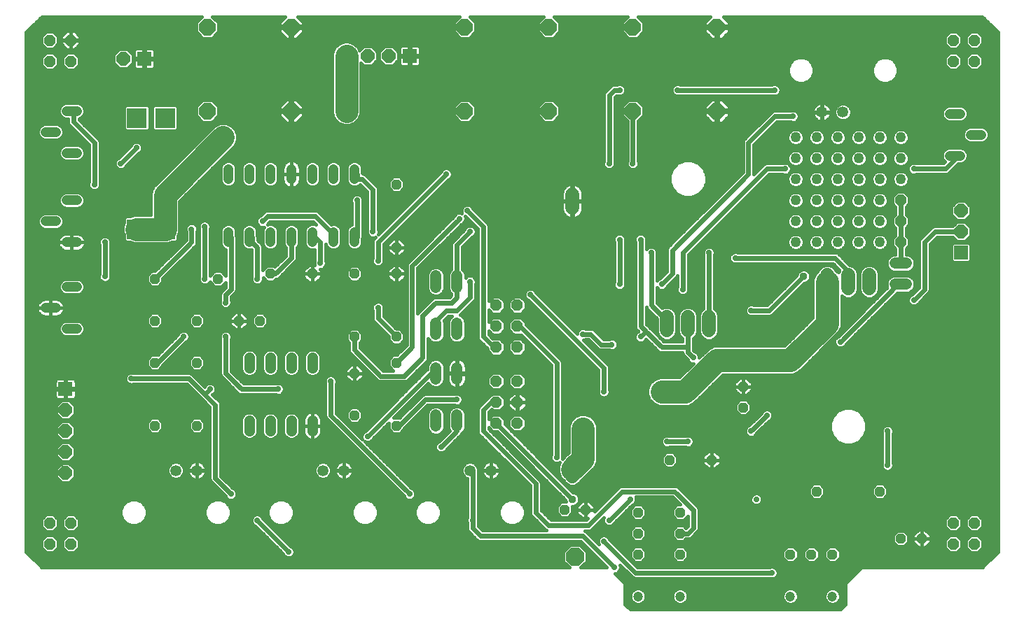
<source format=gtl>
G75*
G70*
%OFA0B0*%
%FSLAX24Y24*%
%IPPOS*%
%LPD*%
%AMOC8*
5,1,8,0,0,1.08239X$1,22.5*
%
%ADD10C,0.0650*%
%ADD11OC8,0.0480*%
%ADD12C,0.0531*%
%ADD13C,0.0480*%
%ADD14C,0.0500*%
%ADD15C,0.0540*%
%ADD16OC8,0.0540*%
%ADD17OC8,0.0472*%
%ADD18C,0.0472*%
%ADD19OC8,0.0780*%
%ADD20OC8,0.0650*%
%ADD21R,0.0650X0.0650*%
%ADD22C,0.0660*%
%ADD23OC8,0.0850*%
%ADD24R,0.0945X0.0945*%
%ADD25C,0.1090*%
%ADD26C,0.0240*%
%ADD27C,0.0290*%
%ADD28OC8,0.0945*%
%ADD29C,0.0376*%
%ADD30C,0.0500*%
%ADD31R,0.0531X0.0531*%
%ADD32C,0.0160*%
%ADD33OC8,0.0531*%
D10*
X029073Y007428D02*
X029073Y008078D01*
X029073Y020208D02*
X029073Y020857D01*
D11*
X020698Y021323D03*
X020698Y018323D03*
X020698Y017073D03*
X018698Y017073D03*
X016698Y017073D03*
X014698Y017073D03*
X012198Y016823D03*
X011198Y014823D03*
X009198Y014823D03*
X009198Y012823D03*
X011198Y012823D03*
X013198Y014823D03*
X014198Y014823D03*
X018698Y014073D03*
X020698Y014073D03*
X020698Y012823D03*
X018698Y012323D03*
X018698Y010323D03*
X020698Y009823D03*
X028698Y005823D03*
X029698Y005823D03*
X033698Y008198D03*
X035698Y008198D03*
X037198Y010698D03*
X037198Y011698D03*
X040698Y006698D03*
X043698Y006698D03*
X044698Y004448D03*
X045698Y004448D03*
X011198Y009823D03*
X009198Y009823D03*
X009198Y016823D03*
D12*
X010198Y007698D03*
X011198Y007698D03*
X017198Y007698D03*
X018198Y007698D03*
X024198Y007698D03*
X025198Y007698D03*
X040948Y024773D03*
X041948Y024773D03*
D13*
X047037Y024698D02*
X047517Y024698D01*
X048037Y023698D02*
X048517Y023698D01*
X047517Y022698D02*
X047037Y022698D01*
X018698Y022063D02*
X018698Y021583D01*
X017698Y021583D02*
X017698Y022063D01*
X016698Y022063D02*
X016698Y021583D01*
X015698Y021583D02*
X015698Y022063D01*
X014698Y022063D02*
X014698Y021583D01*
X013698Y021583D02*
X013698Y022063D01*
X012698Y022063D02*
X012698Y021583D01*
X012698Y019063D02*
X012698Y018583D01*
X013698Y018583D02*
X013698Y019063D01*
X014698Y019063D02*
X014698Y018583D01*
X015698Y018583D02*
X015698Y019063D01*
X016698Y019063D02*
X016698Y018583D01*
X017698Y018583D02*
X017698Y019063D01*
X018698Y019063D02*
X018698Y018583D01*
X005485Y018573D02*
X005005Y018573D01*
X004485Y019573D02*
X004005Y019573D01*
X005005Y020573D02*
X005485Y020573D01*
X005485Y022823D02*
X005005Y022823D01*
X004485Y023823D02*
X004005Y023823D01*
X005005Y024823D02*
X005485Y024823D01*
X005485Y016448D02*
X005005Y016448D01*
X004485Y015448D02*
X004005Y015448D01*
X005005Y014448D02*
X005485Y014448D01*
D14*
X013698Y013073D02*
X013698Y012573D01*
X014698Y012573D02*
X014698Y013073D01*
X015698Y013073D02*
X015698Y012573D01*
X016698Y012573D02*
X016698Y013073D01*
X016698Y010073D02*
X016698Y009573D01*
X015698Y009573D02*
X015698Y010073D01*
X014698Y010073D02*
X014698Y009573D01*
X013698Y009573D02*
X013698Y010073D01*
D15*
X022573Y009803D02*
X022573Y010343D01*
X023573Y010343D02*
X023573Y009803D01*
X023573Y012053D02*
X023573Y012593D01*
X022573Y012593D02*
X022573Y012053D01*
X022573Y014178D02*
X022573Y014718D01*
X023573Y014718D02*
X023573Y014178D01*
X023573Y016428D02*
X023573Y016968D01*
X022573Y016968D02*
X022573Y016428D01*
X044428Y016573D02*
X044968Y016573D01*
X044968Y017573D02*
X044428Y017573D01*
D16*
X047198Y027198D03*
X048198Y027198D03*
X048198Y028198D03*
X047198Y028198D03*
X026448Y015573D03*
X025448Y015573D03*
X025448Y014573D03*
X026448Y014573D03*
X026448Y013573D03*
X025448Y013573D03*
X025448Y011948D03*
X026448Y011948D03*
X026448Y010948D03*
X025448Y010948D03*
X025448Y009948D03*
X026448Y009948D03*
X047198Y005198D03*
X048198Y005198D03*
X048198Y004198D03*
X047198Y004198D03*
X005198Y004198D03*
X004198Y004198D03*
X004198Y005198D03*
X005198Y005198D03*
X005198Y027198D03*
X004198Y027198D03*
X004198Y028198D03*
X005198Y028198D03*
D17*
X032198Y005698D03*
X032198Y004698D03*
X032198Y003698D03*
X034198Y003698D03*
X034198Y004698D03*
X034198Y005698D03*
X039448Y003698D03*
X040448Y003698D03*
X041448Y003698D03*
D18*
X041448Y001698D03*
X039448Y001698D03*
X034198Y001698D03*
X032198Y001698D03*
D19*
X031948Y024823D03*
X027948Y024823D03*
X023948Y024823D03*
X023948Y028823D03*
X027948Y028823D03*
X031948Y028823D03*
X035948Y028823D03*
X035948Y024823D03*
X015698Y024823D03*
X011698Y024823D03*
X011698Y028823D03*
X015698Y028823D03*
D20*
X018323Y027448D03*
X019323Y027448D03*
X020323Y027448D03*
X007698Y027323D03*
X004948Y010573D03*
X004948Y009573D03*
X004948Y008573D03*
X004948Y007573D03*
X047573Y019073D03*
X047573Y020073D03*
D21*
X047573Y018073D03*
X021323Y027448D03*
X008698Y027323D03*
X004948Y011573D03*
D22*
X033573Y014368D02*
X033573Y015028D01*
X034573Y015028D02*
X034573Y014368D01*
X035573Y014368D02*
X035573Y015028D01*
X041198Y016368D02*
X041198Y017028D01*
X042198Y017028D02*
X042198Y016368D01*
X043198Y016368D02*
X043198Y017028D01*
D23*
X029198Y003598D03*
D24*
X009688Y019198D03*
X008348Y019198D03*
X008348Y024498D03*
X009688Y024498D03*
D25*
X012448Y023573D02*
X009698Y020823D01*
X009688Y020813D02*
X009688Y020323D01*
X009688Y019198D01*
X008348Y019198D01*
X018323Y024823D02*
X018323Y027448D01*
X041198Y016698D02*
X041198Y014698D01*
X039448Y012948D01*
X035948Y012948D01*
X034448Y011448D01*
X033323Y011448D01*
X029573Y009698D02*
X029573Y008253D01*
X029073Y007753D01*
D26*
X028323Y008323D02*
X028323Y012823D01*
X026573Y014573D01*
X026448Y014573D01*
X025448Y013573D02*
X025323Y013573D01*
X024823Y014073D01*
X024823Y019323D01*
X024073Y020073D01*
X023698Y019698D02*
X021448Y017448D01*
X021448Y013573D01*
X020698Y012823D01*
X021073Y012198D02*
X019948Y012198D01*
X018698Y013448D01*
X018698Y014073D01*
X019823Y014948D02*
X020698Y014073D01*
X019823Y014948D02*
X019823Y015448D01*
X021948Y015073D02*
X022573Y015698D01*
X023323Y015698D01*
X023573Y015948D01*
X023573Y016698D01*
X023573Y018448D01*
X024198Y019073D01*
X024198Y016698D02*
X024198Y015948D01*
X023573Y015323D01*
X023073Y015323D01*
X022573Y014823D01*
X022573Y014448D01*
X021948Y015073D02*
X021948Y013073D01*
X021073Y012198D01*
X022323Y012323D02*
X022573Y012323D01*
X022323Y012323D02*
X019323Y009323D01*
X020698Y009823D02*
X020823Y009823D01*
X022073Y011073D01*
X023573Y011073D01*
X023573Y010073D02*
X023573Y009573D01*
X022823Y008823D01*
X024198Y007698D02*
X024323Y007573D01*
X024323Y005323D01*
X024323Y004948D01*
X024698Y004573D01*
X029573Y004573D01*
X031073Y003073D01*
X032073Y002823D02*
X038573Y002823D01*
X034823Y004948D02*
X034573Y004698D01*
X034198Y004698D01*
X034823Y004948D02*
X034823Y005823D01*
X033948Y006698D01*
X031448Y006698D01*
X029823Y005073D01*
X027948Y005073D01*
X027323Y005698D01*
X027323Y007073D01*
X024823Y009573D01*
X024823Y010573D01*
X025323Y011073D01*
X025448Y010948D01*
X025448Y009948D02*
X029073Y006323D01*
X030823Y005323D02*
X031823Y006323D01*
X030573Y004323D02*
X032073Y002823D01*
X033573Y009073D02*
X034573Y009073D01*
X037573Y009573D02*
X038323Y010323D01*
X034823Y013073D02*
X034573Y013323D01*
X034573Y013573D01*
X033323Y013573D01*
X032573Y014323D01*
X032323Y014073D01*
X032573Y014323D02*
X032323Y014573D01*
X032323Y018698D01*
X032823Y018073D02*
X032823Y015573D01*
X033573Y014823D01*
X033573Y014698D01*
X034573Y014698D02*
X034573Y013573D01*
X035573Y014698D02*
X035573Y018073D01*
X034323Y018073D02*
X038323Y022073D01*
X039198Y022073D01*
X037448Y021823D02*
X037448Y023323D01*
X038698Y024573D01*
X039573Y024573D01*
X038698Y025823D02*
X034073Y025823D01*
X031948Y024823D02*
X031948Y022323D01*
X030823Y022323D02*
X030823Y025573D01*
X031073Y025823D01*
X031323Y025823D01*
X037448Y021823D02*
X033823Y018198D01*
X033823Y017073D01*
X033323Y016573D01*
X034323Y016323D02*
X034323Y018073D01*
X036823Y017823D02*
X041573Y017823D01*
X042073Y017323D01*
X042073Y016823D01*
X042198Y016698D01*
X040073Y016948D02*
X038448Y015323D01*
X037573Y015323D01*
X041823Y013823D02*
X044448Y016448D01*
X044573Y016448D01*
X045323Y015823D02*
X045823Y016323D01*
X045823Y018573D01*
X046323Y019073D01*
X047573Y019073D01*
X044698Y018573D02*
X044698Y017573D01*
X044698Y018573D02*
X044698Y019573D01*
X044698Y020573D01*
X045323Y022073D02*
X046823Y022073D01*
X047277Y022527D01*
X047277Y022698D01*
X031323Y018698D02*
X031323Y016573D01*
X029948Y014198D02*
X029573Y014198D01*
X029948Y014198D02*
X030448Y013698D01*
X030948Y013698D01*
X030573Y012573D02*
X030573Y011448D01*
X030573Y012573D02*
X027073Y016073D01*
X024323Y015323D02*
X024323Y012573D01*
X024073Y012323D01*
X023573Y012323D01*
X017573Y011948D02*
X017573Y010323D01*
X021323Y006573D01*
X015573Y003823D02*
X014073Y005323D01*
X012823Y006573D02*
X012073Y007323D01*
X012073Y010823D01*
X011573Y011323D01*
X011823Y011573D01*
X011573Y011323D02*
X010823Y012073D01*
X008073Y012073D01*
X009198Y012823D02*
X009323Y012823D01*
X010573Y014073D01*
X012573Y014073D02*
X012573Y012323D01*
X013323Y011573D01*
X015073Y011573D01*
X012573Y015698D02*
X012573Y016073D01*
X012823Y016323D01*
X012823Y018823D01*
X012698Y018823D01*
X013698Y018823D02*
X013823Y018823D01*
X013823Y018573D01*
X014073Y018323D01*
X014073Y016823D01*
X014698Y017073D02*
X014948Y017073D01*
X015698Y017823D01*
X015698Y018823D01*
X016698Y018823D02*
X016823Y018823D01*
X017073Y018573D01*
X017073Y017573D01*
X017573Y018823D02*
X017698Y018823D01*
X017573Y018823D02*
X017573Y019073D01*
X016823Y019823D01*
X014573Y019823D01*
X014323Y019573D01*
X011573Y019323D02*
X011573Y016823D01*
X010948Y018573D02*
X009198Y016823D01*
X006823Y016948D02*
X006823Y018323D01*
X006823Y018573D01*
X009688Y020323D02*
X009823Y020323D01*
X009698Y020823D01*
X007573Y022323D02*
X008323Y023073D01*
X006323Y023323D02*
X006323Y021323D01*
X006323Y023323D02*
X005323Y024323D01*
X005323Y024823D01*
X005245Y024823D01*
X010948Y019198D02*
X010948Y018573D01*
X018698Y018823D02*
X018823Y018823D01*
X018823Y020573D01*
X019573Y021073D02*
X019073Y021573D01*
X018823Y021573D01*
X018823Y021823D01*
X018698Y021823D01*
X019573Y021073D02*
X019573Y019073D01*
X019823Y018573D02*
X019823Y017698D01*
X019823Y018573D02*
X023073Y021823D01*
X044073Y009573D02*
X044073Y007948D01*
D27*
X044073Y007948D03*
X044073Y009573D03*
X038323Y010323D03*
X037573Y009573D03*
X034573Y009073D03*
X033573Y009073D03*
X030573Y011448D03*
X030948Y013698D03*
X032323Y014073D03*
X034823Y013073D03*
X037573Y015323D03*
X034323Y016323D03*
X033323Y016573D03*
X032823Y018073D03*
X032323Y018698D03*
X031323Y018698D03*
X031323Y016573D03*
X029573Y014198D03*
X027073Y016073D03*
X024198Y016698D03*
X024198Y019073D03*
X023698Y019698D03*
X024073Y020073D03*
X023073Y021823D03*
X018823Y020573D03*
X019573Y019073D03*
X019823Y017698D03*
X017073Y017573D03*
X014073Y016823D03*
X012573Y015698D03*
X011573Y016823D03*
X010948Y019198D03*
X011573Y019323D03*
X014323Y019573D03*
X008323Y023073D03*
X007573Y022323D03*
X006323Y021323D03*
X006823Y018573D03*
X006823Y016948D03*
X010573Y014073D03*
X012573Y014073D03*
X011823Y011573D03*
X015073Y011573D03*
X017573Y011948D03*
X019323Y009323D03*
X022823Y008823D03*
X023573Y011073D03*
X028323Y008323D03*
X031823Y006323D03*
X030823Y005323D03*
X030573Y004323D03*
X031073Y003073D03*
X024323Y005323D03*
X021323Y006573D03*
X015573Y003823D03*
X014073Y005323D03*
X012823Y006573D03*
X008073Y012073D03*
X019823Y015448D03*
X030823Y022323D03*
X031948Y022323D03*
X031323Y025823D03*
X034073Y025823D03*
X038698Y025823D03*
X039573Y024573D03*
X039198Y022073D03*
X045323Y022073D03*
X036823Y017823D03*
X035573Y018073D03*
X041823Y013823D03*
X045323Y015823D03*
X037823Y006323D03*
X038573Y002823D03*
D28*
X029573Y009698D03*
X033323Y011448D03*
X012448Y023573D03*
X018323Y024823D03*
D29*
X040073Y016948D03*
X029073Y006323D03*
D30*
X039698Y018573D03*
X040698Y018573D03*
X041698Y018573D03*
X042698Y018573D03*
X043698Y018573D03*
X043698Y019573D03*
X042698Y019573D03*
X041698Y019573D03*
X040698Y019573D03*
X039698Y019573D03*
X039698Y020573D03*
X040698Y020573D03*
X041698Y020573D03*
X042698Y020573D03*
X043698Y020573D03*
X043698Y021573D03*
X042698Y021573D03*
X041698Y021573D03*
X040698Y021573D03*
X039698Y021573D03*
X039698Y022573D03*
X040698Y022573D03*
X041698Y022573D03*
X042698Y022573D03*
X043698Y022573D03*
X044698Y022573D03*
X044698Y021573D03*
X044698Y023573D03*
X043698Y023573D03*
X042698Y023573D03*
X041698Y023573D03*
X040698Y023573D03*
X039698Y023573D03*
D31*
X038698Y023573D03*
X038698Y022573D03*
X038698Y021573D03*
X038698Y020573D03*
X038698Y019573D03*
X038698Y018573D03*
D32*
X028913Y003085D02*
X003812Y003085D01*
X003823Y003073D02*
X003073Y003823D01*
X003073Y028573D01*
X003823Y029323D01*
X011449Y029323D01*
X011168Y029043D01*
X011168Y028604D01*
X011479Y028293D01*
X011918Y028293D01*
X012228Y028604D01*
X012228Y029043D01*
X011948Y029323D01*
X015392Y029323D01*
X015128Y029060D01*
X015128Y028873D01*
X015648Y028873D01*
X015648Y028773D01*
X015748Y028773D01*
X015748Y028253D01*
X015935Y028253D01*
X016268Y028587D01*
X016268Y028773D01*
X015748Y028773D01*
X015748Y028873D01*
X016268Y028873D01*
X016268Y029060D01*
X016005Y029323D01*
X023699Y029323D01*
X023418Y029043D01*
X023418Y028604D01*
X023729Y028293D01*
X024168Y028293D01*
X024478Y028604D01*
X024478Y029043D01*
X024198Y029323D01*
X027699Y029323D01*
X027418Y029043D01*
X027418Y028604D01*
X027729Y028293D01*
X028168Y028293D01*
X028478Y028604D01*
X028478Y029043D01*
X028198Y029323D01*
X031699Y029323D01*
X031418Y029043D01*
X031418Y028604D01*
X031729Y028293D01*
X032168Y028293D01*
X032478Y028604D01*
X032478Y029043D01*
X032198Y029323D01*
X035642Y029323D01*
X035378Y029060D01*
X035378Y028873D01*
X035898Y028873D01*
X035898Y028773D01*
X035998Y028773D01*
X035998Y028253D01*
X036185Y028253D01*
X036518Y028587D01*
X036518Y028773D01*
X035998Y028773D01*
X035998Y028873D01*
X036518Y028873D01*
X036518Y029060D01*
X036255Y029323D01*
X048573Y029323D01*
X049323Y028573D01*
X049323Y003823D01*
X048573Y003073D01*
X042823Y003073D01*
X042073Y002323D01*
X042073Y001323D01*
X041823Y001073D01*
X031823Y001073D01*
X031573Y001323D01*
X031573Y002323D01*
X031108Y002788D01*
X031130Y002788D01*
X031235Y002832D01*
X031315Y002912D01*
X031358Y003017D01*
X031358Y003130D01*
X031330Y003199D01*
X031853Y002676D01*
X031926Y002603D01*
X032022Y002563D01*
X038456Y002563D01*
X038517Y002538D01*
X038630Y002538D01*
X038735Y002582D01*
X038815Y002662D01*
X038858Y002767D01*
X038858Y002880D01*
X038815Y002985D01*
X038735Y003065D01*
X038630Y003108D01*
X038517Y003108D01*
X038456Y003083D01*
X032181Y003083D01*
X030840Y004425D01*
X030815Y004485D01*
X030735Y004565D01*
X030630Y004608D01*
X030517Y004608D01*
X030412Y004565D01*
X030332Y004485D01*
X030288Y004380D01*
X030288Y004267D01*
X030317Y004197D01*
X029794Y004721D01*
X029721Y004794D01*
X029673Y004813D01*
X029875Y004813D01*
X029971Y004853D01*
X030567Y005449D01*
X030538Y005380D01*
X030538Y005267D01*
X030582Y005162D01*
X030662Y005082D01*
X030767Y005038D01*
X030880Y005038D01*
X030985Y005082D01*
X031065Y005162D01*
X031090Y005222D01*
X031925Y006057D01*
X031985Y006082D01*
X032065Y006162D01*
X032108Y006267D01*
X032108Y006380D01*
X032084Y006438D01*
X033841Y006438D01*
X034205Y006075D01*
X034043Y006075D01*
X033822Y005854D01*
X033822Y005543D01*
X034043Y005322D01*
X034354Y005322D01*
X034563Y005531D01*
X034563Y005056D01*
X034468Y004961D01*
X034354Y005075D01*
X034043Y005075D01*
X033822Y004854D01*
X033822Y004543D01*
X034043Y004322D01*
X034354Y004322D01*
X034470Y004438D01*
X034625Y004438D01*
X034721Y004478D01*
X034794Y004551D01*
X035044Y004801D01*
X035083Y004897D01*
X035083Y005875D01*
X035044Y005971D01*
X034971Y006044D01*
X034971Y006044D01*
X034169Y006846D01*
X034096Y006919D01*
X034000Y006958D01*
X031397Y006958D01*
X031301Y006919D01*
X031228Y006846D01*
X030118Y005736D01*
X030118Y005823D01*
X029698Y005823D01*
X029698Y005823D01*
X029698Y005403D01*
X029524Y005403D01*
X029278Y005649D01*
X029278Y005823D01*
X029698Y005823D01*
X029698Y005823D01*
X029698Y005403D01*
X029786Y005403D01*
X029716Y005333D01*
X028056Y005333D01*
X027583Y005806D01*
X027583Y007125D01*
X027544Y007221D01*
X027471Y007294D01*
X027471Y007294D01*
X025083Y009681D01*
X025083Y009734D01*
X025279Y009538D01*
X025491Y009538D01*
X028745Y006284D01*
X028745Y006258D01*
X028768Y006203D01*
X028541Y006203D01*
X028318Y005981D01*
X028318Y005666D01*
X028541Y005443D01*
X028856Y005443D01*
X029078Y005666D01*
X029078Y005981D01*
X029064Y005995D01*
X029139Y005995D01*
X029259Y006045D01*
X029352Y006138D01*
X029402Y006258D01*
X029402Y006389D01*
X029352Y006509D01*
X029259Y006602D01*
X029139Y006652D01*
X029113Y006652D01*
X025858Y009906D01*
X025858Y010118D01*
X025618Y010358D01*
X025279Y010358D01*
X025083Y010163D01*
X025083Y010466D01*
X025217Y010600D01*
X025279Y010538D01*
X025618Y010538D01*
X025858Y010779D01*
X025858Y011118D01*
X025618Y011358D01*
X025279Y011358D01*
X025241Y011321D01*
X025176Y011294D01*
X025103Y011221D01*
X024603Y010721D01*
X024563Y010625D01*
X024563Y009522D01*
X024603Y009426D01*
X024676Y009353D01*
X027063Y006966D01*
X027063Y005647D01*
X027103Y005551D01*
X027176Y005478D01*
X027801Y004853D01*
X027848Y004833D01*
X024806Y004833D01*
X024583Y005056D01*
X024583Y005206D01*
X024608Y005267D01*
X024608Y005380D01*
X024583Y005440D01*
X024583Y007568D01*
X024604Y007618D01*
X024604Y007779D01*
X024542Y007928D01*
X024428Y008042D01*
X024279Y008104D01*
X024118Y008104D01*
X023969Y008042D01*
X023854Y007928D01*
X023793Y007779D01*
X023793Y007618D01*
X023854Y007469D01*
X023969Y007354D01*
X024063Y007315D01*
X024063Y005440D01*
X024038Y005380D01*
X024038Y005267D01*
X024063Y005206D01*
X024063Y004897D01*
X024103Y004801D01*
X024478Y004426D01*
X024551Y004353D01*
X024647Y004313D01*
X029466Y004313D01*
X030706Y003073D01*
X029472Y003073D01*
X029763Y003364D01*
X029763Y003832D01*
X029432Y004163D01*
X028964Y004163D01*
X028633Y003832D01*
X028633Y003364D01*
X028924Y003073D01*
X003823Y003073D01*
X003653Y003243D02*
X028754Y003243D01*
X028633Y003402D02*
X003495Y003402D01*
X003336Y003560D02*
X015464Y003560D01*
X015412Y003582D02*
X015517Y003538D01*
X015630Y003538D01*
X015735Y003582D01*
X015815Y003662D01*
X015858Y003767D01*
X015858Y003880D01*
X015815Y003985D01*
X015735Y004065D01*
X015675Y004090D01*
X014340Y005425D01*
X014315Y005485D01*
X014235Y005565D01*
X014130Y005608D01*
X014017Y005608D01*
X013912Y005565D01*
X013832Y005485D01*
X013788Y005380D01*
X013788Y005267D01*
X013832Y005162D01*
X013912Y005082D01*
X013972Y005057D01*
X015307Y003722D01*
X015332Y003662D01*
X015412Y003582D01*
X015308Y003719D02*
X003178Y003719D01*
X003073Y003877D02*
X003940Y003877D01*
X004029Y003788D02*
X004368Y003788D01*
X004608Y004029D01*
X004608Y004368D01*
X004368Y004608D01*
X004029Y004608D01*
X003788Y004368D01*
X003788Y004029D01*
X004029Y003788D01*
X003788Y004036D02*
X003073Y004036D01*
X003073Y004194D02*
X003788Y004194D01*
X003788Y004353D02*
X003073Y004353D01*
X003073Y004511D02*
X003932Y004511D01*
X004029Y004788D02*
X004368Y004788D01*
X004608Y005029D01*
X004608Y005368D01*
X004368Y005608D01*
X004029Y005608D01*
X003788Y005368D01*
X003788Y005029D01*
X004029Y004788D01*
X003989Y004828D02*
X003073Y004828D01*
X003073Y004670D02*
X014359Y004670D01*
X014201Y004828D02*
X005408Y004828D01*
X005368Y004788D02*
X005608Y005029D01*
X005608Y005368D01*
X005368Y005608D01*
X005029Y005608D01*
X004788Y005368D01*
X004788Y005029D01*
X005029Y004788D01*
X005368Y004788D01*
X005368Y004608D02*
X005029Y004608D01*
X004788Y004368D01*
X004788Y004029D01*
X005029Y003788D01*
X005368Y003788D01*
X005608Y004029D01*
X005608Y004368D01*
X005368Y004608D01*
X005465Y004511D02*
X014518Y004511D01*
X014676Y004353D02*
X005608Y004353D01*
X005608Y004194D02*
X014835Y004194D01*
X014993Y004036D02*
X005608Y004036D01*
X005457Y003877D02*
X015152Y003877D01*
X015570Y004194D02*
X029585Y004194D01*
X029560Y004036D02*
X029743Y004036D01*
X029718Y003877D02*
X029902Y003877D01*
X029763Y003719D02*
X030060Y003719D01*
X030219Y003560D02*
X029763Y003560D01*
X029763Y003402D02*
X030377Y003402D01*
X030536Y003243D02*
X029642Y003243D01*
X029484Y003085D02*
X030694Y003085D01*
X031129Y002768D02*
X031761Y002768D01*
X031603Y002926D02*
X031321Y002926D01*
X031358Y003085D02*
X031444Y003085D01*
X031287Y002609D02*
X031920Y002609D01*
X031573Y002292D02*
X042073Y002292D01*
X042073Y002134D02*
X031573Y002134D01*
X031573Y001975D02*
X031943Y001975D01*
X031985Y002017D02*
X031879Y001912D01*
X031822Y001773D01*
X031822Y001624D01*
X031879Y001485D01*
X031985Y001380D01*
X032124Y001322D01*
X032273Y001322D01*
X032412Y001380D01*
X032517Y001485D01*
X032575Y001624D01*
X032575Y001773D01*
X032517Y001912D01*
X032412Y002017D01*
X032273Y002075D01*
X032124Y002075D01*
X031985Y002017D01*
X031840Y001817D02*
X031573Y001817D01*
X031573Y001658D02*
X031822Y001658D01*
X031873Y001500D02*
X031573Y001500D01*
X031573Y001341D02*
X032077Y001341D01*
X032320Y001341D02*
X034077Y001341D01*
X034124Y001322D02*
X034273Y001322D01*
X034412Y001380D01*
X034517Y001485D01*
X034575Y001624D01*
X034575Y001773D01*
X034517Y001912D01*
X034412Y002017D01*
X034273Y002075D01*
X034124Y002075D01*
X033985Y002017D01*
X033879Y001912D01*
X033822Y001773D01*
X033822Y001624D01*
X033879Y001485D01*
X033985Y001380D01*
X034124Y001322D01*
X034320Y001341D02*
X039327Y001341D01*
X039374Y001322D02*
X039523Y001322D01*
X039662Y001380D01*
X039767Y001485D01*
X039825Y001624D01*
X039825Y001773D01*
X039767Y001912D01*
X039662Y002017D01*
X039523Y002075D01*
X039374Y002075D01*
X039235Y002017D01*
X039129Y001912D01*
X039072Y001773D01*
X039072Y001624D01*
X039129Y001485D01*
X039235Y001380D01*
X039374Y001322D01*
X039570Y001341D02*
X041327Y001341D01*
X041374Y001322D02*
X041523Y001322D01*
X041662Y001380D01*
X041767Y001485D01*
X041825Y001624D01*
X041825Y001773D01*
X041767Y001912D01*
X041662Y002017D01*
X041523Y002075D01*
X041374Y002075D01*
X041235Y002017D01*
X041129Y001912D01*
X041072Y001773D01*
X041072Y001624D01*
X041129Y001485D01*
X041235Y001380D01*
X041374Y001322D01*
X041570Y001341D02*
X042073Y001341D01*
X042073Y001500D02*
X041773Y001500D01*
X041825Y001658D02*
X042073Y001658D01*
X042073Y001817D02*
X041807Y001817D01*
X041703Y001975D02*
X042073Y001975D01*
X042201Y002451D02*
X031446Y002451D01*
X032453Y001975D02*
X033943Y001975D01*
X033840Y001817D02*
X032557Y001817D01*
X032575Y001658D02*
X033822Y001658D01*
X033873Y001500D02*
X032523Y001500D01*
X031714Y001183D02*
X041933Y001183D01*
X041123Y001500D02*
X039773Y001500D01*
X039825Y001658D02*
X041072Y001658D01*
X041090Y001817D02*
X039807Y001817D01*
X039703Y001975D02*
X041193Y001975D01*
X042359Y002609D02*
X038762Y002609D01*
X038858Y002768D02*
X042518Y002768D01*
X042676Y002926D02*
X038839Y002926D01*
X038687Y003085D02*
X048585Y003085D01*
X048743Y003243D02*
X032021Y003243D01*
X032043Y003322D02*
X032354Y003322D01*
X032575Y003543D01*
X032575Y003854D01*
X032354Y004075D01*
X032043Y004075D01*
X031822Y003854D01*
X031822Y003543D01*
X032043Y003322D01*
X031963Y003402D02*
X031863Y003402D01*
X031822Y003560D02*
X031704Y003560D01*
X031822Y003719D02*
X031546Y003719D01*
X031387Y003877D02*
X031845Y003877D01*
X032004Y004036D02*
X031229Y004036D01*
X031070Y004194D02*
X044415Y004194D01*
X044318Y004291D02*
X044541Y004068D01*
X044856Y004068D01*
X045078Y004291D01*
X045078Y004606D01*
X044856Y004828D01*
X044541Y004828D01*
X044318Y004606D01*
X044318Y004291D01*
X044318Y004353D02*
X034385Y004353D01*
X034354Y004075D02*
X034043Y004075D01*
X033822Y003854D01*
X033822Y003543D01*
X034043Y003322D01*
X034354Y003322D01*
X034575Y003543D01*
X034575Y003854D01*
X034354Y004075D01*
X034393Y004036D02*
X039254Y004036D01*
X039293Y004075D02*
X039072Y003854D01*
X039072Y003543D01*
X039293Y003322D01*
X039604Y003322D01*
X039825Y003543D01*
X039825Y003854D01*
X039604Y004075D01*
X039293Y004075D01*
X039095Y003877D02*
X034551Y003877D01*
X034575Y003719D02*
X039072Y003719D01*
X039072Y003560D02*
X034575Y003560D01*
X034434Y003402D02*
X039213Y003402D01*
X039684Y003402D02*
X040213Y003402D01*
X040293Y003322D02*
X040604Y003322D01*
X040825Y003543D01*
X040825Y003854D01*
X040604Y004075D01*
X040293Y004075D01*
X040072Y003854D01*
X040072Y003543D01*
X040293Y003322D01*
X040072Y003560D02*
X039825Y003560D01*
X039825Y003719D02*
X040072Y003719D01*
X040095Y003877D02*
X039801Y003877D01*
X039643Y004036D02*
X040254Y004036D01*
X040643Y004036D02*
X041254Y004036D01*
X041293Y004075D02*
X041072Y003854D01*
X041072Y003543D01*
X041293Y003322D01*
X041604Y003322D01*
X041825Y003543D01*
X041825Y003854D01*
X041604Y004075D01*
X041293Y004075D01*
X041095Y003877D02*
X040801Y003877D01*
X040825Y003719D02*
X041072Y003719D01*
X041072Y003560D02*
X040825Y003560D01*
X040684Y003402D02*
X041213Y003402D01*
X041684Y003402D02*
X048902Y003402D01*
X049060Y003560D02*
X041825Y003560D01*
X041825Y003719D02*
X049219Y003719D01*
X049323Y003877D02*
X048457Y003877D01*
X048368Y003788D02*
X048608Y004029D01*
X048608Y004368D01*
X048368Y004608D01*
X048029Y004608D01*
X047788Y004368D01*
X047788Y004029D01*
X048029Y003788D01*
X048368Y003788D01*
X048608Y004036D02*
X049323Y004036D01*
X049323Y004194D02*
X048608Y004194D01*
X048608Y004353D02*
X049323Y004353D01*
X049323Y004511D02*
X048465Y004511D01*
X048368Y004788D02*
X048029Y004788D01*
X047788Y005029D01*
X047788Y005368D01*
X048029Y005608D01*
X048368Y005608D01*
X048608Y005368D01*
X048608Y005029D01*
X048368Y004788D01*
X048408Y004828D02*
X049323Y004828D01*
X049323Y004670D02*
X046071Y004670D01*
X046118Y004622D02*
X045872Y004868D01*
X045698Y004868D01*
X045524Y004868D01*
X045278Y004622D01*
X045278Y004448D01*
X045278Y004274D01*
X045524Y004028D01*
X045698Y004028D01*
X045698Y004448D01*
X045698Y004448D01*
X045278Y004448D01*
X045698Y004448D01*
X045698Y004448D01*
X045698Y004028D01*
X045872Y004028D01*
X046118Y004274D01*
X046118Y004448D01*
X045698Y004448D01*
X045698Y004448D01*
X045698Y004868D01*
X045698Y004448D01*
X045698Y004448D01*
X046118Y004448D01*
X046118Y004622D01*
X046118Y004511D02*
X046932Y004511D01*
X047029Y004608D02*
X046788Y004368D01*
X046788Y004029D01*
X047029Y003788D01*
X047368Y003788D01*
X047608Y004029D01*
X047608Y004368D01*
X047368Y004608D01*
X047029Y004608D01*
X047029Y004788D02*
X047368Y004788D01*
X047608Y005029D01*
X047608Y005368D01*
X047368Y005608D01*
X047029Y005608D01*
X046788Y005368D01*
X046788Y005029D01*
X047029Y004788D01*
X046989Y004828D02*
X045912Y004828D01*
X045698Y004828D02*
X045698Y004828D01*
X045698Y004670D02*
X045698Y004670D01*
X045698Y004511D02*
X045698Y004511D01*
X045698Y004353D02*
X045698Y004353D01*
X045698Y004194D02*
X045698Y004194D01*
X045698Y004036D02*
X045698Y004036D01*
X045517Y004036D02*
X041643Y004036D01*
X041801Y003877D02*
X046940Y003877D01*
X046788Y004036D02*
X045880Y004036D01*
X046038Y004194D02*
X046788Y004194D01*
X046788Y004353D02*
X046118Y004353D01*
X045358Y004194D02*
X044982Y004194D01*
X045078Y004353D02*
X045278Y004353D01*
X045278Y004511D02*
X045078Y004511D01*
X045014Y004670D02*
X045326Y004670D01*
X045484Y004828D02*
X035055Y004828D01*
X035083Y004987D02*
X046830Y004987D01*
X046788Y005145D02*
X035083Y005145D01*
X035083Y005304D02*
X046788Y005304D01*
X046883Y005462D02*
X035083Y005462D01*
X035083Y005621D02*
X049323Y005621D01*
X049323Y005779D02*
X035083Y005779D01*
X035057Y005938D02*
X049323Y005938D01*
X049323Y006096D02*
X037999Y006096D01*
X037985Y006082D02*
X038065Y006162D01*
X038108Y006267D01*
X038108Y006380D01*
X038065Y006485D01*
X037985Y006565D01*
X037880Y006608D01*
X037767Y006608D01*
X037662Y006565D01*
X037582Y006485D01*
X037538Y006380D01*
X037538Y006267D01*
X037582Y006162D01*
X037662Y006082D01*
X037767Y006038D01*
X037880Y006038D01*
X037985Y006082D01*
X038104Y006255D02*
X049323Y006255D01*
X049323Y006413D02*
X043951Y006413D01*
X043856Y006318D02*
X044078Y006541D01*
X044078Y006856D01*
X043856Y007078D01*
X043541Y007078D01*
X043318Y006856D01*
X043318Y006541D01*
X043541Y006318D01*
X043856Y006318D01*
X044078Y006572D02*
X049323Y006572D01*
X049323Y006730D02*
X044078Y006730D01*
X044045Y006889D02*
X049323Y006889D01*
X049323Y007047D02*
X043887Y007047D01*
X043510Y007047D02*
X040887Y007047D01*
X040856Y007078D02*
X041078Y006856D01*
X041078Y006541D01*
X040856Y006318D01*
X040541Y006318D01*
X040318Y006541D01*
X040318Y006856D01*
X040541Y007078D01*
X040856Y007078D01*
X041045Y006889D02*
X043352Y006889D01*
X043318Y006730D02*
X041078Y006730D01*
X041078Y006572D02*
X043318Y006572D01*
X043446Y006413D02*
X040951Y006413D01*
X040446Y006413D02*
X038095Y006413D01*
X037968Y006572D02*
X040318Y006572D01*
X040318Y006730D02*
X034284Y006730D01*
X034169Y006846D02*
X034169Y006846D01*
X034126Y006889D02*
X040352Y006889D01*
X040510Y007047D02*
X029350Y007047D01*
X029337Y007034D02*
X029467Y007165D01*
X029477Y007188D01*
X029961Y007672D01*
X029961Y007672D01*
X030154Y007865D01*
X030258Y008117D01*
X030258Y009835D01*
X030154Y010086D01*
X029961Y010279D01*
X029710Y010383D01*
X029437Y010383D01*
X029185Y010279D01*
X028993Y010086D01*
X028888Y009835D01*
X028888Y008537D01*
X028833Y008481D01*
X028810Y008472D01*
X028679Y008341D01*
X028670Y008318D01*
X028601Y008250D01*
X028608Y008267D01*
X028608Y008380D01*
X028583Y008440D01*
X028583Y012875D01*
X028544Y012971D01*
X028471Y013044D01*
X026858Y014656D01*
X026858Y014743D01*
X026618Y014983D01*
X026279Y014983D01*
X026038Y014743D01*
X026038Y014404D01*
X026279Y014163D01*
X026616Y014163D01*
X028063Y012716D01*
X028063Y008440D01*
X028038Y008380D01*
X028038Y008267D01*
X028082Y008162D01*
X028162Y008082D01*
X028267Y008038D01*
X028380Y008038D01*
X028465Y008073D01*
X028388Y007889D01*
X028388Y007617D01*
X028493Y007365D01*
X028670Y007188D01*
X028679Y007165D01*
X028810Y007034D01*
X028981Y006963D01*
X029166Y006963D01*
X029337Y007034D01*
X029495Y007206D02*
X049323Y007206D01*
X049323Y007364D02*
X029654Y007364D01*
X029812Y007523D02*
X049323Y007523D01*
X049323Y007681D02*
X044174Y007681D01*
X044130Y007663D02*
X044235Y007707D01*
X044315Y007787D01*
X044358Y007892D01*
X044358Y008005D01*
X044333Y008065D01*
X044333Y009456D01*
X044358Y009517D01*
X044358Y009630D01*
X044315Y009735D01*
X044235Y009815D01*
X044130Y009858D01*
X044017Y009858D01*
X043912Y009815D01*
X043832Y009735D01*
X043788Y009630D01*
X043788Y009517D01*
X043813Y009456D01*
X043813Y008065D01*
X043788Y008005D01*
X043788Y007892D01*
X043832Y007787D01*
X043912Y007707D01*
X044017Y007663D01*
X044130Y007663D01*
X043973Y007681D02*
X029971Y007681D01*
X030129Y007840D02*
X033520Y007840D01*
X033541Y007818D02*
X033318Y008041D01*
X033318Y008356D01*
X033541Y008578D01*
X033856Y008578D01*
X034078Y008356D01*
X034078Y008041D01*
X033856Y007818D01*
X033541Y007818D01*
X033361Y007998D02*
X030209Y007998D01*
X030258Y008157D02*
X033318Y008157D01*
X033318Y008315D02*
X030258Y008315D01*
X030258Y008474D02*
X033437Y008474D01*
X033517Y008788D02*
X033630Y008788D01*
X033690Y008813D01*
X034456Y008813D01*
X034517Y008788D01*
X034630Y008788D01*
X034735Y008832D01*
X034815Y008912D01*
X034858Y009017D01*
X034858Y009130D01*
X034815Y009235D01*
X034735Y009315D01*
X034630Y009358D01*
X034517Y009358D01*
X034456Y009333D01*
X033690Y009333D01*
X033630Y009358D01*
X033517Y009358D01*
X033412Y009315D01*
X033332Y009235D01*
X033288Y009130D01*
X033288Y009017D01*
X033332Y008912D01*
X033412Y008832D01*
X033517Y008788D01*
X033511Y008791D02*
X030258Y008791D01*
X030258Y008949D02*
X033316Y008949D01*
X033288Y009108D02*
X030258Y009108D01*
X030258Y009266D02*
X033363Y009266D01*
X033636Y008791D02*
X034511Y008791D01*
X034636Y008791D02*
X043813Y008791D01*
X043813Y008949D02*
X042448Y008949D01*
X042373Y008918D02*
X042697Y009052D01*
X042944Y009300D01*
X043078Y009623D01*
X043078Y009973D01*
X042944Y010297D01*
X042697Y010544D01*
X042373Y010678D01*
X042023Y010678D01*
X041700Y010544D01*
X041452Y010297D01*
X041318Y009973D01*
X041318Y009623D01*
X041452Y009300D01*
X041700Y009052D01*
X042023Y008918D01*
X042373Y008918D01*
X042752Y009108D02*
X043813Y009108D01*
X043813Y009266D02*
X042911Y009266D01*
X042996Y009425D02*
X043813Y009425D01*
X043788Y009583D02*
X043062Y009583D01*
X043078Y009742D02*
X043839Y009742D01*
X044308Y009742D02*
X049323Y009742D01*
X049323Y009900D02*
X043078Y009900D01*
X043043Y010059D02*
X049323Y010059D01*
X049323Y010217D02*
X042977Y010217D01*
X042865Y010376D02*
X049323Y010376D01*
X049323Y010534D02*
X042707Y010534D01*
X041690Y010534D02*
X038515Y010534D01*
X038485Y010565D02*
X038380Y010608D01*
X038267Y010608D01*
X038162Y010565D01*
X038082Y010485D01*
X038057Y010425D01*
X037472Y009840D01*
X037412Y009815D01*
X037332Y009735D01*
X037288Y009630D01*
X037288Y009517D01*
X037332Y009412D01*
X037412Y009332D01*
X037517Y009288D01*
X037630Y009288D01*
X037735Y009332D01*
X037815Y009412D01*
X037840Y009472D01*
X038425Y010057D01*
X038485Y010082D01*
X038565Y010162D01*
X038608Y010267D01*
X038608Y010380D01*
X038565Y010485D01*
X038485Y010565D01*
X038608Y010376D02*
X041531Y010376D01*
X041419Y010217D02*
X038588Y010217D01*
X038430Y010059D02*
X041354Y010059D01*
X041318Y009900D02*
X038268Y009900D01*
X038110Y009742D02*
X041318Y009742D01*
X041335Y009583D02*
X037951Y009583D01*
X037820Y009425D02*
X041401Y009425D01*
X041486Y009266D02*
X034783Y009266D01*
X034858Y009108D02*
X041644Y009108D01*
X041948Y008949D02*
X034831Y008949D01*
X035380Y008474D02*
X033960Y008474D01*
X034078Y008315D02*
X035278Y008315D01*
X035278Y008372D02*
X035278Y008198D01*
X035278Y008024D01*
X035524Y007778D01*
X035698Y007778D01*
X035698Y008198D01*
X035698Y008198D01*
X035278Y008198D01*
X035698Y008198D01*
X035698Y008198D01*
X035698Y007778D01*
X035872Y007778D01*
X036118Y008024D01*
X036118Y008198D01*
X035698Y008198D01*
X035698Y008198D01*
X035698Y008618D01*
X035524Y008618D01*
X035278Y008372D01*
X035278Y008157D02*
X034078Y008157D01*
X034036Y007998D02*
X035304Y007998D01*
X035463Y007840D02*
X033877Y007840D01*
X034443Y006572D02*
X037679Y006572D01*
X037552Y006413D02*
X034601Y006413D01*
X034760Y006255D02*
X037543Y006255D01*
X037647Y006096D02*
X034918Y006096D01*
X034183Y006096D02*
X031999Y006096D01*
X032043Y006075D02*
X031822Y005854D01*
X031822Y005543D01*
X032043Y005322D01*
X032354Y005322D01*
X032575Y005543D01*
X032575Y005854D01*
X032354Y006075D01*
X032043Y006075D01*
X032104Y006255D02*
X034024Y006255D01*
X033866Y006413D02*
X032095Y006413D01*
X031906Y005938D02*
X031806Y005938D01*
X031822Y005779D02*
X031647Y005779D01*
X031489Y005621D02*
X031822Y005621D01*
X031902Y005462D02*
X031330Y005462D01*
X031172Y005304D02*
X034563Y005304D01*
X034563Y005462D02*
X034494Y005462D01*
X034563Y005145D02*
X031048Y005145D01*
X030598Y005145D02*
X030263Y005145D01*
X030105Y004987D02*
X031955Y004987D01*
X032043Y005075D02*
X031822Y004854D01*
X031822Y004543D01*
X032043Y004322D01*
X032354Y004322D01*
X032575Y004543D01*
X032575Y004854D01*
X032354Y005075D01*
X032043Y005075D01*
X031822Y004828D02*
X029911Y004828D01*
X029794Y004721D02*
X029794Y004721D01*
X029845Y004670D02*
X031822Y004670D01*
X031853Y004511D02*
X030788Y004511D01*
X030912Y004353D02*
X032012Y004353D01*
X032385Y004353D02*
X034012Y004353D01*
X033853Y004511D02*
X032543Y004511D01*
X032575Y004670D02*
X033822Y004670D01*
X033822Y004828D02*
X032575Y004828D01*
X032442Y004987D02*
X033955Y004987D01*
X033902Y005462D02*
X032494Y005462D01*
X032575Y005621D02*
X033822Y005621D01*
X033822Y005779D02*
X032575Y005779D01*
X032491Y005938D02*
X033906Y005938D01*
X034442Y004987D02*
X034494Y004987D01*
X034913Y004670D02*
X044383Y004670D01*
X044318Y004511D02*
X034754Y004511D01*
X034004Y004036D02*
X032393Y004036D01*
X032551Y003877D02*
X033845Y003877D01*
X033822Y003719D02*
X032575Y003719D01*
X032575Y003560D02*
X033822Y003560D01*
X033963Y003402D02*
X032434Y003402D01*
X032180Y003085D02*
X038460Y003085D01*
X039193Y001975D02*
X034453Y001975D01*
X034557Y001817D02*
X039090Y001817D01*
X039072Y001658D02*
X034575Y001658D01*
X034523Y001500D02*
X039123Y001500D01*
X047457Y003877D02*
X047940Y003877D01*
X047788Y004036D02*
X047608Y004036D01*
X047608Y004194D02*
X047788Y004194D01*
X047788Y004353D02*
X047608Y004353D01*
X047465Y004511D02*
X047932Y004511D01*
X047989Y004828D02*
X047408Y004828D01*
X047567Y004987D02*
X047830Y004987D01*
X047788Y005145D02*
X047608Y005145D01*
X047608Y005304D02*
X047788Y005304D01*
X047883Y005462D02*
X047514Y005462D01*
X048514Y005462D02*
X049323Y005462D01*
X049323Y005304D02*
X048608Y005304D01*
X048608Y005145D02*
X049323Y005145D01*
X049323Y004987D02*
X048567Y004987D01*
X049323Y007840D02*
X044337Y007840D01*
X044358Y007998D02*
X049323Y007998D01*
X049323Y008157D02*
X044333Y008157D01*
X044333Y008315D02*
X049323Y008315D01*
X049323Y008474D02*
X044333Y008474D01*
X044333Y008632D02*
X049323Y008632D01*
X049323Y008791D02*
X044333Y008791D01*
X044333Y008949D02*
X049323Y008949D01*
X049323Y009108D02*
X044333Y009108D01*
X044333Y009266D02*
X049323Y009266D01*
X049323Y009425D02*
X044333Y009425D01*
X044358Y009583D02*
X049323Y009583D01*
X049323Y010693D02*
X037578Y010693D01*
X037578Y010541D02*
X037578Y010856D01*
X037356Y011078D01*
X037041Y011078D01*
X036818Y010856D01*
X036818Y010541D01*
X037041Y010318D01*
X037356Y010318D01*
X037578Y010541D01*
X037572Y010534D02*
X038131Y010534D01*
X038008Y010376D02*
X037413Y010376D01*
X037691Y010059D02*
X030166Y010059D01*
X030231Y009900D02*
X037533Y009900D01*
X037339Y009742D02*
X030258Y009742D01*
X030258Y009583D02*
X037288Y009583D01*
X037326Y009425D02*
X030258Y009425D01*
X030023Y010217D02*
X037850Y010217D01*
X037578Y010851D02*
X049323Y010851D01*
X049323Y011010D02*
X037424Y011010D01*
X037372Y011278D02*
X037198Y011278D01*
X037198Y011698D01*
X036778Y011698D01*
X036778Y011524D01*
X037024Y011278D01*
X037198Y011278D01*
X037198Y011698D01*
X037198Y011698D01*
X037198Y011698D01*
X036778Y011698D01*
X036778Y011872D01*
X037024Y012118D01*
X037198Y012118D01*
X037198Y011698D01*
X037198Y011698D01*
X037198Y011698D01*
X037618Y011698D01*
X037618Y011524D01*
X037372Y011278D01*
X037421Y011327D02*
X049323Y011327D01*
X049323Y011485D02*
X037579Y011485D01*
X037618Y011644D02*
X049323Y011644D01*
X049323Y011802D02*
X037618Y011802D01*
X037618Y011872D02*
X037372Y012118D01*
X037198Y012118D01*
X037198Y011698D01*
X037618Y011698D01*
X037618Y011872D01*
X037530Y011961D02*
X049323Y011961D01*
X049323Y012119D02*
X036088Y012119D01*
X036232Y012263D02*
X039585Y012263D01*
X039836Y012368D01*
X040029Y012560D01*
X041779Y014310D01*
X041883Y014562D01*
X041883Y016019D01*
X041932Y015970D01*
X042105Y015898D01*
X042292Y015898D01*
X042465Y015970D01*
X042597Y016102D01*
X042668Y016275D01*
X042668Y017122D01*
X042597Y017295D01*
X042465Y017427D01*
X042292Y017498D01*
X042266Y017498D01*
X041794Y017971D01*
X041721Y018044D01*
X041625Y018083D01*
X036940Y018083D01*
X036880Y018108D01*
X036767Y018108D01*
X036662Y018065D01*
X036582Y017985D01*
X036538Y017880D01*
X036538Y017767D01*
X036582Y017662D01*
X036662Y017582D01*
X036767Y017538D01*
X036880Y017538D01*
X036940Y017563D01*
X041466Y017563D01*
X041781Y017248D01*
X041733Y017133D01*
X041615Y017250D01*
X041597Y017295D01*
X041465Y017427D01*
X041292Y017498D01*
X041105Y017498D01*
X040932Y017427D01*
X040800Y017295D01*
X040782Y017250D01*
X040618Y017086D01*
X040513Y016835D01*
X040513Y014982D01*
X039165Y013633D01*
X035812Y013633D01*
X035560Y013529D01*
X035108Y013077D01*
X035108Y013130D01*
X035065Y013235D01*
X034985Y013315D01*
X034924Y013340D01*
X034833Y013431D01*
X034833Y013967D01*
X034840Y013970D01*
X034972Y014102D01*
X035043Y014275D01*
X035043Y015122D01*
X034972Y015295D01*
X034840Y015427D01*
X034667Y015498D01*
X034480Y015498D01*
X034307Y015427D01*
X034175Y015295D01*
X034103Y015122D01*
X034103Y014275D01*
X034175Y014102D01*
X034307Y013970D01*
X034313Y013967D01*
X034313Y013833D01*
X033431Y013833D01*
X032794Y014471D01*
X032721Y014544D01*
X032721Y014544D01*
X032583Y014681D01*
X032583Y015473D01*
X032603Y015426D01*
X032676Y015353D01*
X033103Y014926D01*
X033103Y014275D01*
X033175Y014102D01*
X033307Y013970D01*
X033480Y013898D01*
X033667Y013898D01*
X033840Y013970D01*
X033972Y014102D01*
X034043Y014275D01*
X034043Y015122D01*
X033972Y015295D01*
X033840Y015427D01*
X033667Y015498D01*
X033480Y015498D01*
X033329Y015436D01*
X033083Y015681D01*
X033083Y016410D01*
X033162Y016332D01*
X033267Y016288D01*
X033380Y016288D01*
X033485Y016332D01*
X033565Y016412D01*
X033590Y016472D01*
X033971Y016853D01*
X034044Y016926D01*
X034063Y016973D01*
X034063Y016440D01*
X034038Y016380D01*
X034038Y016267D01*
X034082Y016162D01*
X034162Y016082D01*
X033083Y016082D01*
X033083Y016240D02*
X034049Y016240D01*
X034046Y016399D02*
X033552Y016399D01*
X033675Y016557D02*
X034063Y016557D01*
X034063Y016716D02*
X033834Y016716D01*
X033992Y016874D02*
X034063Y016874D01*
X034583Y016874D02*
X035313Y016874D01*
X035313Y016716D02*
X034583Y016716D01*
X034583Y016557D02*
X035313Y016557D01*
X035313Y016399D02*
X034601Y016399D01*
X034608Y016380D02*
X034583Y016440D01*
X034583Y017966D01*
X038431Y021813D01*
X039081Y021813D01*
X039142Y021788D01*
X039255Y021788D01*
X039360Y021832D01*
X039440Y021912D01*
X039483Y022017D01*
X039483Y022130D01*
X039440Y022235D01*
X039360Y022315D01*
X039255Y022358D01*
X039142Y022358D01*
X039081Y022333D01*
X038272Y022333D01*
X038176Y022294D01*
X038103Y022221D01*
X038103Y022221D01*
X037708Y021826D01*
X037708Y023216D01*
X038806Y024313D01*
X039456Y024313D01*
X039517Y024288D01*
X039630Y024288D01*
X039735Y024332D01*
X039815Y024412D01*
X039858Y024517D01*
X039858Y024630D01*
X039815Y024735D01*
X039735Y024815D01*
X039630Y024858D01*
X039517Y024858D01*
X039456Y024833D01*
X038647Y024833D01*
X038551Y024794D01*
X037301Y023544D01*
X037228Y023471D01*
X037188Y023375D01*
X037188Y021931D01*
X033603Y018346D01*
X033563Y018250D01*
X033563Y017181D01*
X033222Y016840D01*
X033162Y016815D01*
X033083Y016736D01*
X033083Y017956D01*
X033108Y018017D01*
X033108Y018130D01*
X033065Y018235D01*
X032985Y018315D01*
X032880Y018358D01*
X032767Y018358D01*
X032662Y018315D01*
X032583Y018236D01*
X032583Y018581D01*
X032608Y018642D01*
X032608Y018755D01*
X032565Y018860D01*
X032485Y018940D01*
X032380Y018983D01*
X032267Y018983D01*
X032162Y018940D01*
X032082Y018860D01*
X032038Y018755D01*
X032038Y018642D01*
X032063Y018581D01*
X032063Y014522D01*
X032103Y014426D01*
X032176Y014353D01*
X032176Y014353D01*
X032199Y014330D01*
X032162Y014315D01*
X032082Y014235D01*
X032038Y014130D01*
X032038Y014017D01*
X032082Y013912D01*
X032162Y013832D01*
X032267Y013788D01*
X032380Y013788D01*
X032485Y013832D01*
X032565Y013912D01*
X032580Y013949D01*
X033103Y013426D01*
X033176Y013353D01*
X033272Y013313D01*
X034313Y013313D01*
X034313Y013272D01*
X034353Y013176D01*
X034426Y013103D01*
X034557Y012972D01*
X034582Y012912D01*
X030603Y012912D01*
X030721Y012794D02*
X029601Y013913D01*
X029630Y013913D01*
X029690Y013938D01*
X029841Y013938D01*
X030301Y013478D01*
X030397Y013438D01*
X030831Y013438D01*
X030892Y013413D01*
X031005Y013413D01*
X031110Y013457D01*
X031190Y013537D01*
X031233Y013642D01*
X031233Y013755D01*
X031190Y013860D01*
X031110Y013940D01*
X031005Y013983D01*
X030892Y013983D01*
X030831Y013958D01*
X030556Y013958D01*
X030169Y014346D01*
X030096Y014419D01*
X030000Y014458D01*
X029690Y014458D01*
X029630Y014483D01*
X029517Y014483D01*
X029412Y014440D01*
X029332Y014360D01*
X029288Y014255D01*
X029288Y014226D01*
X027340Y016175D01*
X027315Y016235D01*
X027235Y016315D01*
X027130Y016358D01*
X027017Y016358D01*
X026912Y016315D01*
X026832Y016235D01*
X026788Y016130D01*
X026788Y016017D01*
X026832Y015912D01*
X026912Y015832D01*
X026972Y015807D01*
X030313Y012466D01*
X030313Y011565D01*
X030288Y011505D01*
X030288Y011392D01*
X030332Y011287D01*
X030412Y011207D01*
X030517Y011163D01*
X030630Y011163D01*
X030735Y011207D01*
X030815Y011287D01*
X030858Y011392D01*
X030858Y011505D01*
X030833Y011565D01*
X030833Y012625D01*
X030794Y012721D01*
X030721Y012794D01*
X030721Y012794D01*
X030761Y012753D02*
X034785Y012753D01*
X034767Y012788D02*
X034820Y012788D01*
X034165Y012133D01*
X033187Y012133D01*
X032935Y012029D01*
X032743Y011836D01*
X032638Y011585D01*
X032638Y011312D01*
X032743Y011060D01*
X032935Y010868D01*
X033187Y010763D01*
X034585Y010763D01*
X034836Y010868D01*
X035029Y011060D01*
X036232Y012263D01*
X035930Y011961D02*
X036867Y011961D01*
X036778Y011802D02*
X035771Y011802D01*
X035613Y011644D02*
X036778Y011644D01*
X036817Y011485D02*
X035454Y011485D01*
X035296Y011327D02*
X036976Y011327D01*
X037198Y011327D02*
X037198Y011327D01*
X037198Y011485D02*
X037198Y011485D01*
X037198Y011644D02*
X037198Y011644D01*
X037198Y011802D02*
X037198Y011802D01*
X037198Y011961D02*
X037198Y011961D01*
X036973Y011010D02*
X034979Y011010D01*
X035137Y011168D02*
X049323Y011168D01*
X049323Y012278D02*
X039620Y012278D01*
X039905Y012436D02*
X049323Y012436D01*
X049323Y012595D02*
X040064Y012595D01*
X040222Y012753D02*
X049323Y012753D01*
X049323Y012912D02*
X040381Y012912D01*
X040539Y013070D02*
X049323Y013070D01*
X049323Y013229D02*
X040698Y013229D01*
X040856Y013387D02*
X049323Y013387D01*
X049323Y013546D02*
X041898Y013546D01*
X041880Y013538D02*
X041985Y013582D01*
X042065Y013662D01*
X042090Y013722D01*
X044531Y016163D01*
X045050Y016163D01*
X045201Y016226D01*
X045316Y016341D01*
X045378Y016492D01*
X045378Y016655D01*
X045316Y016806D01*
X045201Y016921D01*
X045050Y016983D01*
X044347Y016983D01*
X044196Y016921D01*
X044081Y016806D01*
X044018Y016655D01*
X044018Y016492D01*
X044049Y016417D01*
X041722Y014090D01*
X041662Y014065D01*
X041582Y013985D01*
X041538Y013880D01*
X041538Y013767D01*
X041582Y013662D01*
X041662Y013582D01*
X041767Y013538D01*
X041880Y013538D01*
X041749Y013546D02*
X041015Y013546D01*
X041173Y013704D02*
X041564Y013704D01*
X041538Y013863D02*
X041332Y013863D01*
X041490Y014021D02*
X041618Y014021D01*
X041649Y014180D02*
X041812Y014180D01*
X041791Y014338D02*
X041971Y014338D01*
X041856Y014497D02*
X042129Y014497D01*
X042288Y014655D02*
X041883Y014655D01*
X041883Y014814D02*
X042446Y014814D01*
X042605Y014972D02*
X041883Y014972D01*
X041883Y015131D02*
X042763Y015131D01*
X042922Y015289D02*
X041883Y015289D01*
X041883Y015448D02*
X043080Y015448D01*
X043239Y015606D02*
X041883Y015606D01*
X041883Y015765D02*
X043397Y015765D01*
X043352Y015923D02*
X043556Y015923D01*
X043465Y015970D02*
X043597Y016102D01*
X043668Y016275D01*
X043668Y017122D01*
X043597Y017295D01*
X043465Y017427D01*
X043292Y017498D01*
X043105Y017498D01*
X042932Y017427D01*
X042800Y017295D01*
X042728Y017122D01*
X042728Y016275D01*
X042800Y016102D01*
X042932Y015970D01*
X043105Y015898D01*
X043292Y015898D01*
X043465Y015970D01*
X043577Y016082D02*
X043714Y016082D01*
X043654Y016240D02*
X043873Y016240D01*
X044031Y016399D02*
X043668Y016399D01*
X043668Y016557D02*
X044018Y016557D01*
X044044Y016716D02*
X043668Y016716D01*
X043668Y016874D02*
X044150Y016874D01*
X044279Y017191D02*
X043640Y017191D01*
X043668Y017033D02*
X045563Y017033D01*
X045563Y017191D02*
X045118Y017191D01*
X045050Y017163D02*
X045201Y017226D01*
X045316Y017341D01*
X045378Y017492D01*
X045378Y017655D01*
X045316Y017806D01*
X045201Y017921D01*
X045050Y017983D01*
X044958Y017983D01*
X044958Y018260D01*
X045104Y018405D01*
X045104Y018742D01*
X044958Y018887D01*
X044958Y019260D01*
X045104Y019405D01*
X045104Y019742D01*
X044958Y019887D01*
X044958Y020260D01*
X045104Y020405D01*
X045104Y020742D01*
X044866Y020979D01*
X044530Y020979D01*
X044293Y020742D01*
X044293Y020405D01*
X044438Y020260D01*
X044438Y019887D01*
X044293Y019742D01*
X044293Y019405D01*
X044438Y019260D01*
X044438Y018887D01*
X044293Y018742D01*
X044293Y018405D01*
X044438Y018260D01*
X044438Y017983D01*
X044347Y017983D01*
X044196Y017921D01*
X044081Y017806D01*
X044018Y017655D01*
X044018Y017492D01*
X044081Y017341D01*
X044196Y017226D01*
X044347Y017163D01*
X045050Y017163D01*
X045320Y017350D02*
X045563Y017350D01*
X045563Y017508D02*
X045378Y017508D01*
X045373Y017667D02*
X045563Y017667D01*
X045563Y017825D02*
X045296Y017825D01*
X045563Y017984D02*
X044958Y017984D01*
X044958Y018142D02*
X045563Y018142D01*
X045563Y018301D02*
X045000Y018301D01*
X045104Y018459D02*
X045563Y018459D01*
X045563Y018618D02*
X045104Y018618D01*
X045069Y018776D02*
X045659Y018776D01*
X045603Y018721D02*
X045563Y018625D01*
X045563Y016431D01*
X045222Y016090D01*
X045162Y016065D01*
X045082Y015985D01*
X045038Y015880D01*
X045038Y015767D01*
X045082Y015662D01*
X045162Y015582D01*
X045267Y015538D01*
X045380Y015538D01*
X045485Y015582D01*
X045565Y015662D01*
X045590Y015722D01*
X045971Y016103D01*
X046044Y016176D01*
X046083Y016272D01*
X046083Y018466D01*
X046431Y018813D01*
X047176Y018813D01*
X047381Y018609D01*
X047766Y018609D01*
X048038Y018881D01*
X048038Y019266D01*
X047766Y019538D01*
X047381Y019538D01*
X047176Y019333D01*
X046272Y019333D01*
X046176Y019294D01*
X046103Y019221D01*
X045603Y018721D01*
X045817Y018935D02*
X044958Y018935D01*
X044958Y019093D02*
X045976Y019093D01*
X046134Y019252D02*
X044958Y019252D01*
X045104Y019410D02*
X047253Y019410D01*
X047381Y019609D02*
X047766Y019609D01*
X048038Y019881D01*
X048038Y020266D01*
X047766Y020538D01*
X047381Y020538D01*
X047109Y020266D01*
X047109Y019881D01*
X047381Y019609D01*
X047262Y019727D02*
X045104Y019727D01*
X045104Y019569D02*
X049323Y019569D01*
X049323Y019727D02*
X047885Y019727D01*
X048038Y019886D02*
X049323Y019886D01*
X049323Y020044D02*
X048038Y020044D01*
X048038Y020203D02*
X049323Y020203D01*
X049323Y020361D02*
X047943Y020361D01*
X047784Y020520D02*
X049323Y020520D01*
X049323Y020678D02*
X045104Y020678D01*
X045104Y020520D02*
X047363Y020520D01*
X047204Y020361D02*
X045060Y020361D01*
X044958Y020203D02*
X047109Y020203D01*
X047109Y020044D02*
X044958Y020044D01*
X044960Y019886D02*
X047109Y019886D01*
X047894Y019410D02*
X049323Y019410D01*
X049323Y019252D02*
X048038Y019252D01*
X048038Y019093D02*
X049323Y019093D01*
X049323Y018935D02*
X048038Y018935D01*
X047934Y018776D02*
X049323Y018776D01*
X049323Y018618D02*
X047775Y018618D01*
X047956Y018538D02*
X048038Y018456D01*
X048038Y017691D01*
X047956Y017609D01*
X047191Y017609D01*
X047109Y017691D01*
X047109Y018456D01*
X047191Y018538D01*
X047956Y018538D01*
X048035Y018459D02*
X049323Y018459D01*
X049323Y018301D02*
X048038Y018301D01*
X048038Y018142D02*
X049323Y018142D01*
X049323Y017984D02*
X048038Y017984D01*
X048038Y017825D02*
X049323Y017825D01*
X049323Y017667D02*
X048015Y017667D01*
X047132Y017667D02*
X046083Y017667D01*
X046083Y017825D02*
X047109Y017825D01*
X047109Y017984D02*
X046083Y017984D01*
X046083Y018142D02*
X047109Y018142D01*
X047109Y018301D02*
X046083Y018301D01*
X046083Y018459D02*
X047112Y018459D01*
X047372Y018618D02*
X046236Y018618D01*
X046394Y018776D02*
X047213Y018776D01*
X046083Y017508D02*
X049323Y017508D01*
X049323Y017350D02*
X046083Y017350D01*
X046083Y017191D02*
X049323Y017191D01*
X049323Y017033D02*
X046083Y017033D01*
X046083Y016874D02*
X049323Y016874D01*
X049323Y016716D02*
X046083Y016716D01*
X046083Y016557D02*
X049323Y016557D01*
X049323Y016399D02*
X046083Y016399D01*
X046070Y016240D02*
X049323Y016240D01*
X049323Y016082D02*
X045950Y016082D01*
X045791Y015923D02*
X049323Y015923D01*
X049323Y015765D02*
X045633Y015765D01*
X045509Y015606D02*
X049323Y015606D01*
X049323Y015448D02*
X043816Y015448D01*
X043974Y015606D02*
X045137Y015606D01*
X045039Y015765D02*
X044133Y015765D01*
X044291Y015923D02*
X045056Y015923D01*
X045203Y016082D02*
X044450Y016082D01*
X045215Y016240D02*
X045373Y016240D01*
X045340Y016399D02*
X045531Y016399D01*
X045563Y016557D02*
X045378Y016557D01*
X045353Y016716D02*
X045563Y016716D01*
X045563Y016874D02*
X045247Y016874D01*
X044077Y017350D02*
X043542Y017350D01*
X044018Y017508D02*
X042256Y017508D01*
X042098Y017667D02*
X044023Y017667D01*
X044101Y017825D02*
X041939Y017825D01*
X041781Y017984D02*
X044438Y017984D01*
X044438Y018142D02*
X035853Y018142D01*
X035858Y018130D02*
X035815Y018235D01*
X035735Y018315D01*
X035630Y018358D01*
X035517Y018358D01*
X035412Y018315D01*
X035332Y018235D01*
X035288Y018130D01*
X035288Y018017D01*
X035313Y017956D01*
X035313Y015429D01*
X035307Y015427D01*
X035175Y015295D01*
X035103Y015122D01*
X035103Y014275D01*
X035175Y014102D01*
X035307Y013970D01*
X035480Y013898D01*
X035667Y013898D01*
X035840Y013970D01*
X035972Y014102D01*
X036043Y014275D01*
X036043Y015122D01*
X035972Y015295D01*
X035840Y015427D01*
X035833Y015429D01*
X035833Y017956D01*
X035858Y018017D01*
X035858Y018130D01*
X035845Y017984D02*
X036581Y017984D01*
X036538Y017825D02*
X035833Y017825D01*
X035833Y017667D02*
X036580Y017667D01*
X035833Y017508D02*
X041521Y017508D01*
X041542Y017350D02*
X041679Y017350D01*
X041674Y017191D02*
X041757Y017191D01*
X042542Y017350D02*
X042855Y017350D01*
X042757Y017191D02*
X042640Y017191D01*
X042668Y017033D02*
X042728Y017033D01*
X042728Y016874D02*
X042668Y016874D01*
X042668Y016716D02*
X042728Y016716D01*
X042728Y016557D02*
X042668Y016557D01*
X042668Y016399D02*
X042728Y016399D01*
X042743Y016240D02*
X042654Y016240D01*
X042577Y016082D02*
X042820Y016082D01*
X043045Y015923D02*
X042352Y015923D01*
X042045Y015923D02*
X041883Y015923D01*
X040513Y015923D02*
X039416Y015923D01*
X039258Y015765D02*
X040513Y015765D01*
X040513Y015606D02*
X039099Y015606D01*
X038941Y015448D02*
X040513Y015448D01*
X040513Y015289D02*
X038782Y015289D01*
X038624Y015131D02*
X040513Y015131D01*
X040504Y014972D02*
X036043Y014972D01*
X036043Y014814D02*
X040345Y014814D01*
X040187Y014655D02*
X036043Y014655D01*
X036043Y014497D02*
X040028Y014497D01*
X039870Y014338D02*
X036043Y014338D01*
X036004Y014180D02*
X039711Y014180D01*
X039553Y014021D02*
X035891Y014021D01*
X035256Y014021D02*
X034891Y014021D01*
X034833Y013863D02*
X039394Y013863D01*
X039236Y013704D02*
X034833Y013704D01*
X034833Y013546D02*
X035601Y013546D01*
X035419Y013387D02*
X034877Y013387D01*
X035067Y013229D02*
X035260Y013229D01*
X034767Y012788D02*
X034662Y012832D01*
X034582Y012912D01*
X034459Y013070D02*
X030444Y013070D01*
X030286Y013229D02*
X034331Y013229D01*
X034313Y013863D02*
X033402Y013863D01*
X033256Y014021D02*
X033243Y014021D01*
X033143Y014180D02*
X033085Y014180D01*
X033103Y014338D02*
X032926Y014338D01*
X032794Y014471D02*
X032794Y014471D01*
X032768Y014497D02*
X033103Y014497D01*
X033103Y014655D02*
X032609Y014655D01*
X032583Y014814D02*
X033103Y014814D01*
X033057Y014972D02*
X032583Y014972D01*
X032583Y015131D02*
X032898Y015131D01*
X032740Y015289D02*
X032583Y015289D01*
X032583Y015448D02*
X032594Y015448D01*
X032063Y015448D02*
X028067Y015448D01*
X028225Y015289D02*
X032063Y015289D01*
X032063Y015131D02*
X028384Y015131D01*
X028542Y014972D02*
X032063Y014972D01*
X032063Y014814D02*
X028701Y014814D01*
X028859Y014655D02*
X032063Y014655D01*
X032074Y014497D02*
X029018Y014497D01*
X029176Y014338D02*
X029323Y014338D01*
X028758Y014021D02*
X027493Y014021D01*
X027652Y013863D02*
X028916Y013863D01*
X029075Y013704D02*
X027810Y013704D01*
X027969Y013546D02*
X029233Y013546D01*
X029392Y013387D02*
X028127Y013387D01*
X028286Y013229D02*
X029550Y013229D01*
X029709Y013070D02*
X028444Y013070D01*
X028568Y012912D02*
X029867Y012912D01*
X030026Y012753D02*
X028583Y012753D01*
X028583Y012595D02*
X030184Y012595D01*
X030313Y012436D02*
X028583Y012436D01*
X028583Y012278D02*
X030313Y012278D01*
X030313Y012119D02*
X028583Y012119D01*
X028583Y011961D02*
X030313Y011961D01*
X030313Y011802D02*
X028583Y011802D01*
X028583Y011644D02*
X030313Y011644D01*
X030288Y011485D02*
X028583Y011485D01*
X028583Y011327D02*
X030315Y011327D01*
X030505Y011168D02*
X028583Y011168D01*
X028583Y011010D02*
X032793Y011010D01*
X032698Y011168D02*
X030642Y011168D01*
X030832Y011327D02*
X032638Y011327D01*
X032638Y011485D02*
X030858Y011485D01*
X030833Y011644D02*
X032663Y011644D01*
X032729Y011802D02*
X030833Y011802D01*
X030833Y011961D02*
X032867Y011961D01*
X033153Y012119D02*
X030833Y012119D01*
X030833Y012278D02*
X034309Y012278D01*
X034468Y012436D02*
X030833Y012436D01*
X030833Y012595D02*
X034626Y012595D01*
X033142Y013387D02*
X030127Y013387D01*
X030233Y013546D02*
X029969Y013546D01*
X030075Y013704D02*
X029810Y013704D01*
X029916Y013863D02*
X029652Y013863D01*
X030335Y014180D02*
X032059Y014180D01*
X032038Y014021D02*
X030493Y014021D01*
X030176Y014338D02*
X032191Y014338D01*
X032131Y013863D02*
X031187Y013863D01*
X031233Y013704D02*
X032825Y013704D01*
X032983Y013546D02*
X031194Y013546D01*
X032516Y013863D02*
X032666Y013863D01*
X033891Y014021D02*
X034256Y014021D01*
X034143Y014180D02*
X034004Y014180D01*
X034043Y014338D02*
X034103Y014338D01*
X034103Y014497D02*
X034043Y014497D01*
X034043Y014655D02*
X034103Y014655D01*
X034103Y014814D02*
X034043Y014814D01*
X034043Y014972D02*
X034103Y014972D01*
X034107Y015131D02*
X034040Y015131D01*
X033974Y015289D02*
X034173Y015289D01*
X034358Y015448D02*
X033789Y015448D01*
X033358Y015448D02*
X033317Y015448D01*
X033158Y015606D02*
X035313Y015606D01*
X035313Y015448D02*
X034789Y015448D01*
X034974Y015289D02*
X035173Y015289D01*
X035107Y015131D02*
X035040Y015131D01*
X035043Y014972D02*
X035103Y014972D01*
X035103Y014814D02*
X035043Y014814D01*
X035043Y014655D02*
X035103Y014655D01*
X035103Y014497D02*
X035043Y014497D01*
X035043Y014338D02*
X035103Y014338D01*
X035143Y014180D02*
X035004Y014180D01*
X036040Y015131D02*
X037363Y015131D01*
X037332Y015162D02*
X037412Y015082D01*
X037517Y015038D01*
X037630Y015038D01*
X037690Y015063D01*
X038500Y015063D01*
X038596Y015103D01*
X040113Y016620D01*
X040139Y016620D01*
X040259Y016670D01*
X040352Y016763D01*
X040402Y016883D01*
X040402Y017014D01*
X040352Y017134D01*
X040259Y017227D01*
X040139Y017277D01*
X040008Y017277D01*
X039888Y017227D01*
X039795Y017134D01*
X039745Y017014D01*
X039745Y016988D01*
X038341Y015583D01*
X037690Y015583D01*
X037630Y015608D01*
X037517Y015608D01*
X037412Y015565D01*
X037332Y015485D01*
X037288Y015380D01*
X037288Y015267D01*
X037332Y015162D01*
X037288Y015289D02*
X035974Y015289D01*
X035833Y015448D02*
X037317Y015448D01*
X037512Y015606D02*
X035833Y015606D01*
X035833Y015765D02*
X038522Y015765D01*
X038364Y015606D02*
X037635Y015606D01*
X038681Y015923D02*
X035833Y015923D01*
X035833Y016082D02*
X038839Y016082D01*
X038998Y016240D02*
X035833Y016240D01*
X035833Y016399D02*
X039156Y016399D01*
X039315Y016557D02*
X035833Y016557D01*
X035833Y016716D02*
X039473Y016716D01*
X039632Y016874D02*
X035833Y016874D01*
X035833Y017033D02*
X039753Y017033D01*
X039852Y017191D02*
X035833Y017191D01*
X035833Y017350D02*
X040855Y017350D01*
X040723Y017191D02*
X040294Y017191D01*
X040394Y017033D02*
X040596Y017033D01*
X040530Y016874D02*
X040398Y016874D01*
X040305Y016716D02*
X040513Y016716D01*
X040513Y016557D02*
X040050Y016557D01*
X039892Y016399D02*
X040513Y016399D01*
X040513Y016240D02*
X039733Y016240D01*
X039575Y016082D02*
X040513Y016082D01*
X042706Y014338D02*
X049323Y014338D01*
X049323Y014180D02*
X042548Y014180D01*
X042389Y014021D02*
X049323Y014021D01*
X049323Y013863D02*
X042231Y013863D01*
X042083Y013704D02*
X049323Y013704D01*
X049323Y014497D02*
X042865Y014497D01*
X043023Y014655D02*
X049323Y014655D01*
X049323Y014814D02*
X043182Y014814D01*
X043340Y014972D02*
X049323Y014972D01*
X049323Y015131D02*
X043499Y015131D01*
X043657Y015289D02*
X049323Y015289D01*
X044397Y018301D02*
X043977Y018301D01*
X044029Y018353D02*
X043919Y018243D01*
X043776Y018183D01*
X043621Y018183D01*
X043478Y018243D01*
X043368Y018353D01*
X043308Y018496D01*
X043308Y018651D01*
X043368Y018794D01*
X043478Y018904D01*
X043621Y018963D01*
X043776Y018963D01*
X043919Y018904D01*
X044029Y018794D01*
X044088Y018651D01*
X044088Y018496D01*
X044029Y018353D01*
X044073Y018459D02*
X044293Y018459D01*
X044293Y018618D02*
X044088Y018618D01*
X044036Y018776D02*
X044328Y018776D01*
X044438Y018935D02*
X043845Y018935D01*
X043776Y019183D02*
X043919Y019243D01*
X044029Y019353D01*
X044088Y019496D01*
X044088Y019651D01*
X044029Y019794D01*
X043919Y019904D01*
X043776Y019963D01*
X043621Y019963D01*
X043478Y019904D01*
X043368Y019794D01*
X043308Y019651D01*
X043308Y019496D01*
X043368Y019353D01*
X043478Y019243D01*
X043621Y019183D01*
X043776Y019183D01*
X043928Y019252D02*
X044438Y019252D01*
X044438Y019093D02*
X035711Y019093D01*
X035553Y018935D02*
X039552Y018935D01*
X039621Y018963D02*
X039478Y018904D01*
X039368Y018794D01*
X039308Y018651D01*
X039308Y018496D01*
X039368Y018353D01*
X039478Y018243D01*
X039621Y018183D01*
X039776Y018183D01*
X039919Y018243D01*
X040029Y018353D01*
X040088Y018496D01*
X040088Y018651D01*
X040029Y018794D01*
X039919Y018904D01*
X039776Y018963D01*
X039621Y018963D01*
X039621Y019183D02*
X039776Y019183D01*
X039919Y019243D01*
X040029Y019353D01*
X040088Y019496D01*
X040088Y019651D01*
X040029Y019794D01*
X039919Y019904D01*
X039776Y019963D01*
X039621Y019963D01*
X039478Y019904D01*
X039368Y019794D01*
X039308Y019651D01*
X039308Y019496D01*
X039368Y019353D01*
X039478Y019243D01*
X039621Y019183D01*
X039468Y019252D02*
X035870Y019252D01*
X036028Y019410D02*
X039344Y019410D01*
X039308Y019569D02*
X036187Y019569D01*
X036345Y019727D02*
X039340Y019727D01*
X039459Y019886D02*
X036504Y019886D01*
X036662Y020044D02*
X044438Y020044D01*
X044437Y019886D02*
X043937Y019886D01*
X044057Y019727D02*
X044293Y019727D01*
X044293Y019569D02*
X044088Y019569D01*
X044053Y019410D02*
X044293Y019410D01*
X043552Y018935D02*
X042845Y018935D01*
X042776Y018963D02*
X042621Y018963D01*
X042478Y018904D01*
X042368Y018794D01*
X042308Y018651D01*
X042308Y018496D01*
X042368Y018353D01*
X042478Y018243D01*
X042621Y018183D01*
X042776Y018183D01*
X042919Y018243D01*
X043029Y018353D01*
X043088Y018496D01*
X043088Y018651D01*
X043029Y018794D01*
X042919Y018904D01*
X042776Y018963D01*
X042776Y019183D02*
X042919Y019243D01*
X043029Y019353D01*
X043088Y019496D01*
X043088Y019651D01*
X043029Y019794D01*
X042919Y019904D01*
X042776Y019963D01*
X042621Y019963D01*
X042478Y019904D01*
X042368Y019794D01*
X042308Y019651D01*
X042308Y019496D01*
X042368Y019353D01*
X042478Y019243D01*
X042621Y019183D01*
X042776Y019183D01*
X042928Y019252D02*
X043468Y019252D01*
X043344Y019410D02*
X043053Y019410D01*
X043088Y019569D02*
X043308Y019569D01*
X043340Y019727D02*
X043057Y019727D01*
X042937Y019886D02*
X043459Y019886D01*
X043574Y020203D02*
X042823Y020203D01*
X042776Y020183D02*
X042919Y020243D01*
X043029Y020353D01*
X043088Y020496D01*
X043088Y020651D01*
X043029Y020794D01*
X042919Y020904D01*
X042776Y020963D01*
X042621Y020963D01*
X042478Y020904D01*
X042368Y020794D01*
X042308Y020651D01*
X042308Y020496D01*
X042368Y020353D01*
X042478Y020243D01*
X042621Y020183D01*
X042776Y020183D01*
X042574Y020203D02*
X041823Y020203D01*
X041776Y020183D02*
X041919Y020243D01*
X042029Y020353D01*
X042088Y020496D01*
X042088Y020651D01*
X042029Y020794D01*
X041919Y020904D01*
X041776Y020963D01*
X041621Y020963D01*
X041478Y020904D01*
X041368Y020794D01*
X041308Y020651D01*
X041308Y020496D01*
X041368Y020353D01*
X041478Y020243D01*
X041621Y020183D01*
X041776Y020183D01*
X041574Y020203D02*
X040823Y020203D01*
X040776Y020183D02*
X040919Y020243D01*
X041029Y020353D01*
X041088Y020496D01*
X041088Y020651D01*
X041029Y020794D01*
X040919Y020904D01*
X040776Y020963D01*
X040621Y020963D01*
X040478Y020904D01*
X040368Y020794D01*
X040308Y020651D01*
X040308Y020496D01*
X040368Y020353D01*
X040478Y020243D01*
X040621Y020183D01*
X040776Y020183D01*
X040574Y020203D02*
X039823Y020203D01*
X039776Y020183D02*
X039919Y020243D01*
X040029Y020353D01*
X040088Y020496D01*
X040088Y020651D01*
X040029Y020794D01*
X039919Y020904D01*
X039776Y020963D01*
X039621Y020963D01*
X039478Y020904D01*
X039368Y020794D01*
X039308Y020651D01*
X039308Y020496D01*
X039368Y020353D01*
X039478Y020243D01*
X039621Y020183D01*
X039776Y020183D01*
X039574Y020203D02*
X036821Y020203D01*
X036979Y020361D02*
X039364Y020361D01*
X039308Y020520D02*
X037138Y020520D01*
X037296Y020678D02*
X039320Y020678D01*
X039410Y020837D02*
X037455Y020837D01*
X037613Y020995D02*
X049323Y020995D01*
X049323Y020837D02*
X045009Y020837D01*
X044919Y021243D02*
X045029Y021353D01*
X045088Y021496D01*
X045088Y021651D01*
X045029Y021794D01*
X044919Y021904D01*
X044776Y021963D01*
X044621Y021963D01*
X044478Y021904D01*
X044368Y021794D01*
X044308Y021651D01*
X044308Y021496D01*
X044368Y021353D01*
X044478Y021243D01*
X044621Y021183D01*
X044776Y021183D01*
X044919Y021243D01*
X044989Y021312D02*
X049323Y021312D01*
X049323Y021154D02*
X037772Y021154D01*
X037930Y021312D02*
X039408Y021312D01*
X039368Y021353D02*
X039478Y021243D01*
X039621Y021183D01*
X039776Y021183D01*
X039919Y021243D01*
X040029Y021353D01*
X040088Y021496D01*
X040088Y021651D01*
X040029Y021794D01*
X039919Y021904D01*
X039776Y021963D01*
X039621Y021963D01*
X039478Y021904D01*
X039368Y021794D01*
X039308Y021651D01*
X039308Y021496D01*
X039368Y021353D01*
X039319Y021471D02*
X038089Y021471D01*
X038247Y021629D02*
X039308Y021629D01*
X039365Y021788D02*
X038406Y021788D01*
X037987Y022105D02*
X037708Y022105D01*
X037708Y022263D02*
X038146Y022263D01*
X037829Y021946D02*
X037708Y021946D01*
X037188Y021946D02*
X035382Y021946D01*
X035319Y022097D02*
X035453Y021773D01*
X035453Y021423D01*
X035319Y021100D01*
X035072Y020852D01*
X034748Y020718D01*
X034398Y020718D01*
X034075Y020852D01*
X033827Y021100D01*
X033693Y021423D01*
X033693Y021773D01*
X033827Y022097D01*
X034075Y022344D01*
X034398Y022478D01*
X034748Y022478D01*
X035072Y022344D01*
X035319Y022097D01*
X035311Y022105D02*
X037188Y022105D01*
X037188Y022263D02*
X035153Y022263D01*
X034885Y022422D02*
X037188Y022422D01*
X037188Y022580D02*
X032208Y022580D01*
X032208Y022440D02*
X032208Y024334D01*
X032478Y024604D01*
X032478Y025043D01*
X032168Y025353D01*
X031729Y025353D01*
X031418Y025043D01*
X031418Y024604D01*
X031688Y024334D01*
X031688Y022440D01*
X031663Y022380D01*
X031663Y022267D01*
X031707Y022162D01*
X031787Y022082D01*
X031892Y022038D01*
X032005Y022038D01*
X032110Y022082D01*
X032190Y022162D01*
X032233Y022267D01*
X032233Y022380D01*
X032208Y022440D01*
X032216Y022422D02*
X034262Y022422D01*
X033994Y022263D02*
X032232Y022263D01*
X032133Y022105D02*
X033835Y022105D01*
X033765Y021946D02*
X023331Y021946D01*
X023315Y021985D02*
X023235Y022065D01*
X023130Y022108D01*
X023017Y022108D01*
X022912Y022065D01*
X022832Y021985D01*
X022807Y021925D01*
X019830Y018947D01*
X019858Y019017D01*
X019858Y019130D01*
X019833Y019190D01*
X019833Y021022D01*
X019833Y021125D01*
X019794Y021221D01*
X019294Y021721D01*
X019221Y021794D01*
X019125Y021833D01*
X019083Y021833D01*
X019083Y021875D01*
X019078Y021887D01*
X019078Y022139D01*
X019021Y022279D01*
X018914Y022386D01*
X018774Y022443D01*
X018623Y022443D01*
X018483Y022386D01*
X018376Y022279D01*
X018318Y022139D01*
X018318Y021508D01*
X018376Y021368D01*
X018483Y021261D01*
X018623Y021203D01*
X018774Y021203D01*
X018914Y021261D01*
X018966Y021313D01*
X019313Y020966D01*
X019313Y019190D01*
X019288Y019130D01*
X019288Y019017D01*
X019332Y018912D01*
X019412Y018832D01*
X019517Y018788D01*
X019630Y018788D01*
X019699Y018817D01*
X019603Y018721D01*
X019563Y018625D01*
X019563Y017815D01*
X019538Y017755D01*
X019538Y017642D01*
X019582Y017537D01*
X019662Y017457D01*
X019767Y017413D01*
X019880Y017413D01*
X019985Y017457D01*
X020065Y017537D01*
X020108Y017642D01*
X020108Y017755D01*
X020083Y017815D01*
X020083Y018466D01*
X023175Y021557D01*
X023235Y021582D01*
X023315Y021662D01*
X023358Y021767D01*
X023358Y021880D01*
X023315Y021985D01*
X023358Y021788D02*
X033699Y021788D01*
X033693Y021629D02*
X023283Y021629D01*
X023089Y021471D02*
X033693Y021471D01*
X033739Y021312D02*
X029292Y021312D01*
X029267Y021325D02*
X029192Y021350D01*
X029113Y021362D01*
X029102Y021362D01*
X029102Y020561D01*
X029578Y020561D01*
X029578Y020897D01*
X029566Y020976D01*
X029541Y021051D01*
X029505Y021122D01*
X029458Y021186D01*
X029402Y021242D01*
X029338Y021289D01*
X029267Y021325D01*
X029102Y021312D02*
X029045Y021312D01*
X029045Y021362D02*
X029034Y021362D01*
X028955Y021350D01*
X028880Y021325D01*
X028809Y021289D01*
X028745Y021242D01*
X028688Y021186D01*
X028642Y021122D01*
X028606Y021051D01*
X028581Y020976D01*
X028569Y020897D01*
X028569Y020561D01*
X029045Y020561D01*
X029045Y020504D01*
X029102Y020504D01*
X029102Y020561D01*
X029045Y020561D01*
X029045Y021362D01*
X028855Y021312D02*
X022930Y021312D01*
X022772Y021154D02*
X028665Y021154D01*
X028587Y020995D02*
X022613Y020995D01*
X022455Y020837D02*
X028569Y020837D01*
X028569Y020678D02*
X022296Y020678D01*
X022138Y020520D02*
X029045Y020520D01*
X029045Y020504D02*
X028569Y020504D01*
X028569Y020168D01*
X028581Y020090D01*
X028606Y020014D01*
X028642Y019943D01*
X028688Y019879D01*
X028745Y019823D01*
X028809Y019776D01*
X028880Y019740D01*
X028955Y019715D01*
X029034Y019703D01*
X029045Y019703D01*
X029045Y020504D01*
X029102Y020504D02*
X029102Y019703D01*
X029113Y019703D01*
X029192Y019715D01*
X029267Y019740D01*
X029338Y019776D01*
X029402Y019823D01*
X029458Y019879D01*
X029505Y019943D01*
X029541Y020014D01*
X029566Y020090D01*
X029578Y020168D01*
X029578Y020504D01*
X029102Y020504D01*
X029102Y020520D02*
X035777Y020520D01*
X035619Y020361D02*
X029578Y020361D01*
X029578Y020203D02*
X035460Y020203D01*
X035302Y020044D02*
X029551Y020044D01*
X029464Y019886D02*
X035143Y019886D01*
X034985Y019727D02*
X029229Y019727D01*
X029102Y019727D02*
X029045Y019727D01*
X028918Y019727D02*
X024787Y019727D01*
X024946Y019569D02*
X034826Y019569D01*
X034668Y019410D02*
X025069Y019410D01*
X025083Y019375D02*
X025044Y019471D01*
X024971Y019544D01*
X024971Y019544D01*
X024340Y020175D01*
X024315Y020235D01*
X024235Y020315D01*
X024130Y020358D01*
X024017Y020358D01*
X023912Y020315D01*
X023832Y020235D01*
X023788Y020130D01*
X023788Y020017D01*
X023812Y019960D01*
X023755Y019983D01*
X023642Y019983D01*
X023537Y019940D01*
X023457Y019860D01*
X023432Y019800D01*
X021228Y017596D01*
X021188Y017500D01*
X021188Y013681D01*
X020711Y013203D01*
X020541Y013203D01*
X020318Y012981D01*
X020318Y012666D01*
X020526Y012458D01*
X020056Y012458D01*
X018958Y013556D01*
X018958Y013796D01*
X019078Y013916D01*
X019078Y014231D01*
X018856Y014453D01*
X018541Y014453D01*
X018318Y014231D01*
X018318Y013916D01*
X018438Y013796D01*
X018438Y013397D01*
X018478Y013301D01*
X019728Y012051D01*
X019801Y011978D01*
X019897Y011938D01*
X021125Y011938D01*
X021221Y011978D01*
X022096Y012853D01*
X022169Y012926D01*
X022208Y013022D01*
X022208Y013988D01*
X022226Y013946D01*
X022341Y013831D01*
X022492Y013768D01*
X022655Y013768D01*
X022806Y013831D01*
X022921Y013946D01*
X022983Y014097D01*
X022983Y014800D01*
X022964Y014846D01*
X023181Y015063D01*
X023339Y015063D01*
X023226Y014951D01*
X023163Y014800D01*
X023163Y014097D01*
X023226Y013946D01*
X023341Y013831D01*
X023492Y013768D01*
X023655Y013768D01*
X023806Y013831D01*
X023921Y013946D01*
X023983Y014097D01*
X023983Y014800D01*
X023921Y014951D01*
X023806Y015066D01*
X023719Y015102D01*
X023721Y015103D01*
X024346Y015728D01*
X024419Y015801D01*
X024458Y015897D01*
X024458Y016581D01*
X024483Y016642D01*
X024483Y016755D01*
X024440Y016860D01*
X024360Y016940D01*
X024255Y016983D01*
X024142Y016983D01*
X024037Y016940D01*
X023983Y016886D01*
X023983Y017050D01*
X023921Y017201D01*
X023833Y017288D01*
X023833Y018341D01*
X024300Y018807D01*
X024360Y018832D01*
X024440Y018912D01*
X024483Y019017D01*
X024483Y019130D01*
X024440Y019235D01*
X024360Y019315D01*
X024255Y019358D01*
X024142Y019358D01*
X024037Y019315D01*
X023957Y019235D01*
X023932Y019175D01*
X023353Y018596D01*
X023313Y018500D01*
X023313Y017288D01*
X023226Y017201D01*
X023163Y017050D01*
X023163Y016347D01*
X023226Y016196D01*
X023313Y016109D01*
X023313Y016056D01*
X023216Y015958D01*
X022522Y015958D01*
X022426Y015919D01*
X022353Y015846D01*
X021728Y015221D01*
X021708Y015173D01*
X021708Y017341D01*
X023800Y019432D01*
X023860Y019457D01*
X023940Y019537D01*
X023983Y019642D01*
X023983Y019755D01*
X023960Y019812D01*
X023972Y019807D01*
X024563Y019216D01*
X024563Y014022D01*
X024603Y013926D01*
X025038Y013491D01*
X025038Y013404D01*
X025279Y013163D01*
X025618Y013163D01*
X025858Y013404D01*
X025858Y013743D01*
X025618Y013983D01*
X025281Y013983D01*
X025083Y014181D01*
X025083Y014359D01*
X025279Y014163D01*
X025618Y014163D01*
X025858Y014404D01*
X025858Y014743D01*
X025618Y014983D01*
X025279Y014983D01*
X025083Y014788D01*
X025083Y015359D01*
X025279Y015163D01*
X025618Y015163D01*
X025858Y015404D01*
X025858Y015743D01*
X025618Y015983D01*
X025279Y015983D01*
X025083Y015788D01*
X025083Y019375D01*
X025083Y019252D02*
X034509Y019252D01*
X034351Y019093D02*
X025083Y019093D01*
X025083Y018935D02*
X031157Y018935D01*
X031162Y018940D02*
X031082Y018860D01*
X031038Y018755D01*
X031038Y018642D01*
X031063Y018581D01*
X031063Y016690D01*
X031038Y016630D01*
X031038Y016517D01*
X031082Y016412D01*
X031162Y016332D01*
X031267Y016288D01*
X031380Y016288D01*
X031485Y016332D01*
X031565Y016412D01*
X031608Y016517D01*
X031608Y016630D01*
X031583Y016690D01*
X031583Y018581D01*
X031608Y018642D01*
X031608Y018755D01*
X031565Y018860D01*
X031485Y018940D01*
X031380Y018983D01*
X031267Y018983D01*
X031162Y018940D01*
X031047Y018776D02*
X025083Y018776D01*
X025083Y018618D02*
X031048Y018618D01*
X031063Y018459D02*
X025083Y018459D01*
X025083Y018301D02*
X031063Y018301D01*
X031063Y018142D02*
X025083Y018142D01*
X025083Y017984D02*
X031063Y017984D01*
X031063Y017825D02*
X025083Y017825D01*
X025083Y017667D02*
X031063Y017667D01*
X031063Y017508D02*
X025083Y017508D01*
X025083Y017350D02*
X031063Y017350D01*
X031063Y017191D02*
X025083Y017191D01*
X025083Y017033D02*
X031063Y017033D01*
X031063Y016874D02*
X025083Y016874D01*
X025083Y016716D02*
X031063Y016716D01*
X031038Y016557D02*
X025083Y016557D01*
X025083Y016399D02*
X031095Y016399D01*
X031552Y016399D02*
X032063Y016399D01*
X032063Y016557D02*
X031608Y016557D01*
X031583Y016716D02*
X032063Y016716D01*
X032063Y016874D02*
X031583Y016874D01*
X031583Y017033D02*
X032063Y017033D01*
X032063Y017191D02*
X031583Y017191D01*
X031583Y017350D02*
X032063Y017350D01*
X032063Y017508D02*
X031583Y017508D01*
X031583Y017667D02*
X032063Y017667D01*
X032063Y017825D02*
X031583Y017825D01*
X031583Y017984D02*
X032063Y017984D01*
X032063Y018142D02*
X031583Y018142D01*
X031583Y018301D02*
X032063Y018301D01*
X032063Y018459D02*
X031583Y018459D01*
X031599Y018618D02*
X032048Y018618D01*
X032047Y018776D02*
X031600Y018776D01*
X031490Y018935D02*
X032157Y018935D01*
X032490Y018935D02*
X034192Y018935D01*
X034034Y018776D02*
X032600Y018776D01*
X032599Y018618D02*
X033875Y018618D01*
X033717Y018459D02*
X032583Y018459D01*
X032583Y018301D02*
X032648Y018301D01*
X032999Y018301D02*
X033584Y018301D01*
X033563Y018142D02*
X033103Y018142D01*
X033095Y017984D02*
X033563Y017984D01*
X033563Y017825D02*
X033083Y017825D01*
X033083Y017667D02*
X033563Y017667D01*
X033563Y017508D02*
X033083Y017508D01*
X033083Y017350D02*
X033563Y017350D01*
X033563Y017191D02*
X033083Y017191D01*
X033083Y017033D02*
X033415Y017033D01*
X033257Y016874D02*
X033083Y016874D01*
X033083Y016399D02*
X033095Y016399D01*
X033083Y015923D02*
X035313Y015923D01*
X035313Y015765D02*
X033083Y015765D01*
X032063Y015765D02*
X027750Y015765D01*
X027908Y015606D02*
X032063Y015606D01*
X032063Y015923D02*
X027591Y015923D01*
X027433Y016082D02*
X032063Y016082D01*
X032063Y016240D02*
X027309Y016240D01*
X026837Y016240D02*
X025083Y016240D01*
X025083Y016082D02*
X026788Y016082D01*
X026827Y015923D02*
X026678Y015923D01*
X026618Y015983D02*
X026279Y015983D01*
X026038Y015743D01*
X026038Y015404D01*
X026279Y015163D01*
X026618Y015163D01*
X026858Y015404D01*
X026858Y015743D01*
X026618Y015983D01*
X026837Y015765D02*
X027014Y015765D01*
X026858Y015606D02*
X027173Y015606D01*
X027331Y015448D02*
X026858Y015448D01*
X026744Y015289D02*
X027490Y015289D01*
X027648Y015131D02*
X025083Y015131D01*
X025083Y015289D02*
X025153Y015289D01*
X025083Y014972D02*
X025268Y014972D01*
X025109Y014814D02*
X025083Y014814D01*
X025083Y014338D02*
X025104Y014338D01*
X025085Y014180D02*
X025262Y014180D01*
X025243Y014021D02*
X026758Y014021D01*
X026618Y013983D02*
X026858Y013743D01*
X026858Y013404D01*
X026618Y013163D01*
X026279Y013163D01*
X026038Y013404D01*
X026038Y013743D01*
X026279Y013983D01*
X026618Y013983D01*
X026739Y013863D02*
X026916Y013863D01*
X026858Y013704D02*
X027075Y013704D01*
X027233Y013546D02*
X026858Y013546D01*
X026842Y013387D02*
X027392Y013387D01*
X027550Y013229D02*
X026684Y013229D01*
X026213Y013229D02*
X025684Y013229D01*
X025842Y013387D02*
X026055Y013387D01*
X026038Y013546D02*
X025858Y013546D01*
X025858Y013704D02*
X026038Y013704D01*
X026158Y013863D02*
X025739Y013863D01*
X025635Y014180D02*
X026262Y014180D01*
X026104Y014338D02*
X025793Y014338D01*
X025858Y014497D02*
X026038Y014497D01*
X026038Y014655D02*
X025858Y014655D01*
X025788Y014814D02*
X026109Y014814D01*
X026268Y014972D02*
X025629Y014972D01*
X025744Y015289D02*
X026153Y015289D01*
X026038Y015448D02*
X025858Y015448D01*
X025858Y015606D02*
X026038Y015606D01*
X026060Y015765D02*
X025837Y015765D01*
X025678Y015923D02*
X026219Y015923D01*
X025219Y015923D02*
X025083Y015923D01*
X024563Y015923D02*
X024458Y015923D01*
X024458Y016082D02*
X024563Y016082D01*
X024563Y016240D02*
X024458Y016240D01*
X024458Y016399D02*
X024563Y016399D01*
X024563Y016557D02*
X024458Y016557D01*
X024483Y016716D02*
X024563Y016716D01*
X024563Y016874D02*
X024425Y016874D01*
X024563Y017033D02*
X023983Y017033D01*
X023925Y017191D02*
X024563Y017191D01*
X024563Y017350D02*
X023833Y017350D01*
X023833Y017508D02*
X024563Y017508D01*
X024563Y017667D02*
X023833Y017667D01*
X023833Y017825D02*
X024563Y017825D01*
X024563Y017984D02*
X023833Y017984D01*
X023833Y018142D02*
X024563Y018142D01*
X024563Y018301D02*
X023833Y018301D01*
X023952Y018459D02*
X024563Y018459D01*
X024563Y018618D02*
X024111Y018618D01*
X024269Y018776D02*
X024563Y018776D01*
X024563Y018935D02*
X024450Y018935D01*
X024483Y019093D02*
X024563Y019093D01*
X024527Y019252D02*
X024423Y019252D01*
X024369Y019410D02*
X023778Y019410D01*
X023620Y019252D02*
X023974Y019252D01*
X023851Y019093D02*
X023461Y019093D01*
X023303Y018935D02*
X023692Y018935D01*
X023534Y018776D02*
X023144Y018776D01*
X022986Y018618D02*
X023375Y018618D01*
X023313Y018459D02*
X022827Y018459D01*
X022669Y018301D02*
X023313Y018301D01*
X023313Y018142D02*
X022510Y018142D01*
X022352Y017984D02*
X023313Y017984D01*
X023313Y017825D02*
X022193Y017825D01*
X022035Y017667D02*
X023313Y017667D01*
X023313Y017508D02*
X021876Y017508D01*
X021718Y017350D02*
X022423Y017350D01*
X022492Y017378D02*
X022341Y017316D01*
X022226Y017201D01*
X022163Y017050D01*
X022163Y016347D01*
X022226Y016196D01*
X022341Y016081D01*
X022492Y016018D01*
X022655Y016018D01*
X022806Y016081D01*
X022921Y016196D01*
X022983Y016347D01*
X022983Y017050D01*
X022921Y017201D01*
X022806Y017316D01*
X022655Y017378D01*
X022492Y017378D01*
X022724Y017350D02*
X023313Y017350D01*
X023222Y017191D02*
X022925Y017191D01*
X022983Y017033D02*
X023163Y017033D01*
X023163Y016874D02*
X022983Y016874D01*
X022983Y016716D02*
X023163Y016716D01*
X023163Y016557D02*
X022983Y016557D01*
X022983Y016399D02*
X023163Y016399D01*
X023207Y016240D02*
X022939Y016240D01*
X022807Y016082D02*
X023313Y016082D01*
X022437Y015923D02*
X021708Y015923D01*
X021708Y015765D02*
X022272Y015765D01*
X022114Y015606D02*
X021708Y015606D01*
X021708Y015448D02*
X021955Y015448D01*
X021797Y015289D02*
X021708Y015289D01*
X021188Y015289D02*
X020083Y015289D01*
X020083Y015331D02*
X020108Y015392D01*
X020108Y015505D01*
X020065Y015610D01*
X019985Y015690D01*
X019880Y015733D01*
X019767Y015733D01*
X019662Y015690D01*
X019582Y015610D01*
X019538Y015505D01*
X019538Y015392D01*
X019563Y015331D01*
X019563Y014897D01*
X019603Y014801D01*
X020318Y014086D01*
X020318Y013916D01*
X020541Y013693D01*
X020856Y013693D01*
X021078Y013916D01*
X021078Y014231D01*
X020856Y014453D01*
X020686Y014453D01*
X020083Y015056D01*
X020083Y015331D01*
X020108Y015448D02*
X021188Y015448D01*
X021188Y015606D02*
X020066Y015606D01*
X019580Y015606D02*
X012844Y015606D01*
X012858Y015642D02*
X012858Y015755D01*
X012833Y015815D01*
X012833Y015966D01*
X012971Y016103D01*
X013044Y016176D01*
X013083Y016272D01*
X013083Y018875D01*
X013078Y018887D01*
X013078Y019139D01*
X013021Y019279D01*
X012914Y019386D01*
X012774Y019443D01*
X012623Y019443D01*
X012483Y019386D01*
X012376Y019279D01*
X012318Y019139D01*
X012318Y018508D01*
X012376Y018368D01*
X012483Y018261D01*
X012563Y018228D01*
X012563Y016996D01*
X012356Y017203D01*
X012041Y017203D01*
X011833Y016996D01*
X011833Y019206D01*
X011858Y019267D01*
X011858Y019380D01*
X011815Y019485D01*
X011735Y019565D01*
X011630Y019608D01*
X011517Y019608D01*
X011412Y019565D01*
X011332Y019485D01*
X011288Y019380D01*
X011288Y019267D01*
X011313Y019206D01*
X011313Y016940D01*
X011288Y016880D01*
X011288Y016767D01*
X011332Y016662D01*
X011412Y016582D01*
X011517Y016538D01*
X011630Y016538D01*
X011735Y016582D01*
X011815Y016662D01*
X011818Y016670D01*
X011818Y016666D01*
X012041Y016443D01*
X012356Y016443D01*
X012563Y016651D01*
X012563Y016431D01*
X012353Y016221D01*
X012313Y016125D01*
X012313Y015815D01*
X012288Y015755D01*
X012288Y015642D01*
X012332Y015537D01*
X012412Y015457D01*
X012517Y015413D01*
X012630Y015413D01*
X012735Y015457D01*
X012815Y015537D01*
X012858Y015642D01*
X012854Y015765D02*
X021188Y015765D01*
X021188Y015923D02*
X012833Y015923D01*
X012950Y016082D02*
X021188Y016082D01*
X021188Y016240D02*
X013070Y016240D01*
X013083Y016399D02*
X021188Y016399D01*
X021188Y016557D02*
X014176Y016557D01*
X014130Y016538D02*
X014235Y016582D01*
X014315Y016662D01*
X014358Y016767D01*
X014358Y016876D01*
X014541Y016693D01*
X014856Y016693D01*
X014976Y016813D01*
X015000Y016813D01*
X015096Y016853D01*
X015846Y017603D01*
X015919Y017676D01*
X015958Y017772D01*
X015958Y018306D01*
X016021Y018368D01*
X016078Y018508D01*
X016078Y019139D01*
X016021Y019279D01*
X015914Y019386D01*
X015774Y019443D01*
X015623Y019443D01*
X015483Y019386D01*
X015376Y019279D01*
X015318Y019139D01*
X015318Y018508D01*
X015376Y018368D01*
X015438Y018306D01*
X015438Y017931D01*
X014908Y017401D01*
X014856Y017453D01*
X014541Y017453D01*
X014333Y017246D01*
X014333Y018375D01*
X014294Y018471D01*
X014083Y018681D01*
X014083Y018875D01*
X014078Y018887D01*
X014078Y019139D01*
X014021Y019279D01*
X013914Y019386D01*
X013774Y019443D01*
X013623Y019443D01*
X013483Y019386D01*
X013376Y019279D01*
X013318Y019139D01*
X013318Y018508D01*
X013376Y018368D01*
X013483Y018261D01*
X013623Y018203D01*
X013774Y018203D01*
X013811Y018219D01*
X013813Y018216D01*
X013813Y016940D01*
X013788Y016880D01*
X013788Y016767D01*
X013832Y016662D01*
X013912Y016582D01*
X014017Y016538D01*
X014130Y016538D01*
X013971Y016557D02*
X013083Y016557D01*
X013083Y016716D02*
X013809Y016716D01*
X013788Y016874D02*
X013083Y016874D01*
X013083Y017033D02*
X013813Y017033D01*
X013813Y017191D02*
X013083Y017191D01*
X013083Y017350D02*
X013813Y017350D01*
X013813Y017508D02*
X013083Y017508D01*
X013083Y017667D02*
X013813Y017667D01*
X013813Y017825D02*
X013083Y017825D01*
X013083Y017984D02*
X013813Y017984D01*
X013813Y018142D02*
X013083Y018142D01*
X013083Y018301D02*
X013443Y018301D01*
X013338Y018459D02*
X013083Y018459D01*
X013083Y018618D02*
X013318Y018618D01*
X013318Y018776D02*
X013083Y018776D01*
X013078Y018935D02*
X013318Y018935D01*
X013318Y019093D02*
X013078Y019093D01*
X013032Y019252D02*
X013365Y019252D01*
X013543Y019410D02*
X012854Y019410D01*
X012543Y019410D02*
X011846Y019410D01*
X011852Y019252D02*
X012365Y019252D01*
X012318Y019093D02*
X011833Y019093D01*
X011833Y018935D02*
X012318Y018935D01*
X012318Y018776D02*
X011833Y018776D01*
X011833Y018618D02*
X012318Y018618D01*
X012338Y018459D02*
X011833Y018459D01*
X011833Y018301D02*
X012443Y018301D01*
X012563Y018142D02*
X011833Y018142D01*
X011833Y017984D02*
X012563Y017984D01*
X012563Y017825D02*
X011833Y017825D01*
X011833Y017667D02*
X012563Y017667D01*
X012563Y017508D02*
X011833Y017508D01*
X011833Y017350D02*
X012563Y017350D01*
X012563Y017191D02*
X012368Y017191D01*
X012526Y017033D02*
X012563Y017033D01*
X012563Y016557D02*
X012470Y016557D01*
X012531Y016399D02*
X005865Y016399D01*
X005865Y016373D02*
X005865Y016524D01*
X005807Y016664D01*
X005700Y016771D01*
X005560Y016828D01*
X004929Y016828D01*
X004789Y016771D01*
X004683Y016664D01*
X004625Y016524D01*
X004625Y016373D01*
X004683Y016233D01*
X004789Y016126D01*
X004929Y016068D01*
X005560Y016068D01*
X005700Y016126D01*
X005807Y016233D01*
X005865Y016373D01*
X005810Y016240D02*
X012373Y016240D01*
X012313Y016082D02*
X005593Y016082D01*
X004896Y016082D02*
X003073Y016082D01*
X003073Y016240D02*
X004680Y016240D01*
X004625Y016399D02*
X003073Y016399D01*
X003073Y016557D02*
X004639Y016557D01*
X004735Y016716D02*
X003073Y016716D01*
X003073Y016874D02*
X006546Y016874D01*
X006538Y016892D02*
X006582Y016787D01*
X006662Y016707D01*
X006767Y016663D01*
X006880Y016663D01*
X006985Y016707D01*
X007065Y016787D01*
X007108Y016892D01*
X007108Y017005D01*
X007083Y017065D01*
X007083Y018456D01*
X007108Y018517D01*
X007108Y018630D01*
X007065Y018735D01*
X006985Y018815D01*
X006880Y018858D01*
X006767Y018858D01*
X006662Y018815D01*
X006582Y018735D01*
X006538Y018630D01*
X006538Y018517D01*
X006563Y018456D01*
X006563Y017065D01*
X006538Y017005D01*
X006538Y016892D01*
X006550Y017033D02*
X003073Y017033D01*
X003073Y017191D02*
X006563Y017191D01*
X006563Y017350D02*
X003073Y017350D01*
X003073Y017508D02*
X006563Y017508D01*
X006563Y017667D02*
X003073Y017667D01*
X003073Y017825D02*
X006563Y017825D01*
X006563Y017984D02*
X003073Y017984D01*
X003073Y018142D02*
X006563Y018142D01*
X006563Y018301D02*
X005806Y018301D01*
X005805Y018300D02*
X005844Y018353D01*
X005874Y018412D01*
X005894Y018475D01*
X005905Y018540D01*
X005905Y018573D01*
X005245Y018573D01*
X005245Y018153D01*
X005518Y018153D01*
X005583Y018164D01*
X005646Y018184D01*
X005705Y018214D01*
X005758Y018253D01*
X005805Y018300D01*
X005889Y018459D02*
X006562Y018459D01*
X006538Y018618D02*
X005903Y018618D01*
X005905Y018607D02*
X005894Y018672D01*
X005874Y018735D01*
X005844Y018794D01*
X005805Y018847D01*
X005758Y018894D01*
X005705Y018933D01*
X005646Y018963D01*
X005583Y018983D01*
X005518Y018993D01*
X005245Y018993D01*
X005245Y018573D01*
X005245Y018573D01*
X005245Y018573D01*
X005245Y018153D01*
X004972Y018153D01*
X004906Y018164D01*
X004843Y018184D01*
X004785Y018214D01*
X004731Y018253D01*
X004684Y018300D01*
X004645Y018353D01*
X004615Y018412D01*
X004595Y018475D01*
X004585Y018540D01*
X004585Y018573D01*
X005245Y018573D01*
X005905Y018573D01*
X005905Y018607D01*
X005853Y018776D02*
X006623Y018776D01*
X007023Y018776D02*
X007736Y018776D01*
X007736Y018668D02*
X007818Y018586D01*
X008037Y018586D01*
X008212Y018513D01*
X009825Y018513D01*
X010000Y018586D01*
X010219Y018586D01*
X010301Y018668D01*
X010301Y018887D01*
X010373Y019062D01*
X010373Y020530D01*
X013029Y023185D01*
X013133Y023437D01*
X013133Y023710D01*
X013029Y023961D01*
X012836Y024154D01*
X012585Y024258D01*
X012312Y024258D01*
X012060Y024154D01*
X009300Y021394D01*
X009108Y021201D01*
X009003Y020950D01*
X009003Y019883D01*
X008212Y019883D01*
X008037Y019811D01*
X007818Y019811D01*
X007736Y019729D01*
X007736Y019510D01*
X007663Y019335D01*
X007663Y019062D01*
X007736Y018887D01*
X007736Y018668D01*
X007786Y018618D02*
X007108Y018618D01*
X007085Y018459D02*
X010467Y018459D01*
X010308Y018301D02*
X007083Y018301D01*
X007083Y018142D02*
X010150Y018142D01*
X009991Y017984D02*
X007083Y017984D01*
X007083Y017825D02*
X009833Y017825D01*
X009674Y017667D02*
X007083Y017667D01*
X007083Y017508D02*
X009516Y017508D01*
X009357Y017350D02*
X007083Y017350D01*
X007083Y017191D02*
X009029Y017191D01*
X009041Y017203D02*
X008818Y016981D01*
X008818Y016666D01*
X009041Y016443D01*
X009356Y016443D01*
X009578Y016666D01*
X009578Y016836D01*
X011096Y018353D01*
X011169Y018426D01*
X011208Y018522D01*
X011208Y019081D01*
X011233Y019142D01*
X011233Y019255D01*
X011190Y019360D01*
X011110Y019440D01*
X011005Y019483D01*
X010892Y019483D01*
X010787Y019440D01*
X010707Y019360D01*
X010663Y019255D01*
X010663Y019142D01*
X010688Y019081D01*
X010688Y018681D01*
X009211Y017203D01*
X009041Y017203D01*
X008871Y017033D02*
X007097Y017033D01*
X007101Y016874D02*
X008818Y016874D01*
X008818Y016716D02*
X006994Y016716D01*
X006653Y016716D02*
X005755Y016716D01*
X005851Y016557D02*
X008927Y016557D01*
X009470Y016557D02*
X011471Y016557D01*
X011676Y016557D02*
X011927Y016557D01*
X011871Y017033D02*
X011833Y017033D01*
X011833Y017191D02*
X012029Y017191D01*
X011313Y017191D02*
X009934Y017191D01*
X009776Y017033D02*
X011313Y017033D01*
X011288Y016874D02*
X009617Y016874D01*
X009578Y016716D02*
X011309Y016716D01*
X011313Y017350D02*
X010093Y017350D01*
X010251Y017508D02*
X011313Y017508D01*
X011313Y017667D02*
X010410Y017667D01*
X010568Y017825D02*
X011313Y017825D01*
X011313Y017984D02*
X010727Y017984D01*
X010885Y018142D02*
X011313Y018142D01*
X011313Y018301D02*
X011044Y018301D01*
X011183Y018459D02*
X011313Y018459D01*
X011313Y018618D02*
X011208Y018618D01*
X011208Y018776D02*
X011313Y018776D01*
X011313Y018935D02*
X011208Y018935D01*
X011213Y019093D02*
X011313Y019093D01*
X011295Y019252D02*
X011233Y019252D01*
X011301Y019410D02*
X011139Y019410D01*
X011421Y019569D02*
X010373Y019569D01*
X010373Y019727D02*
X014079Y019727D01*
X014082Y019735D02*
X014038Y019630D01*
X014038Y019517D01*
X014082Y019412D01*
X014162Y019332D01*
X014267Y019288D01*
X014380Y019288D01*
X014390Y019293D01*
X014376Y019279D01*
X014318Y019139D01*
X014318Y018508D01*
X014376Y018368D01*
X014483Y018261D01*
X014623Y018203D01*
X014774Y018203D01*
X014914Y018261D01*
X015021Y018368D01*
X015078Y018508D01*
X015078Y019139D01*
X015021Y019279D01*
X014914Y019386D01*
X014774Y019443D01*
X014623Y019443D01*
X014569Y019421D01*
X014590Y019472D01*
X014681Y019563D01*
X016716Y019563D01*
X016879Y019400D01*
X016774Y019443D01*
X016623Y019443D01*
X016483Y019386D01*
X016376Y019279D01*
X016318Y019139D01*
X016318Y018508D01*
X016376Y018368D01*
X016483Y018261D01*
X016623Y018203D01*
X016774Y018203D01*
X016813Y018220D01*
X016813Y017690D01*
X016788Y017630D01*
X016788Y017517D01*
X016798Y017493D01*
X016698Y017493D01*
X016524Y017493D01*
X016278Y017247D01*
X016278Y017073D01*
X016278Y016899D01*
X016524Y016653D01*
X016698Y016653D01*
X016698Y017073D01*
X016698Y017073D01*
X016278Y017073D01*
X016698Y017073D01*
X016698Y017073D01*
X016698Y016653D01*
X016872Y016653D01*
X017118Y016899D01*
X017118Y017073D01*
X016698Y017073D01*
X016698Y017073D01*
X016698Y017493D01*
X016698Y017073D01*
X016698Y017073D01*
X017118Y017073D01*
X017118Y017247D01*
X017077Y017288D01*
X017130Y017288D01*
X017235Y017332D01*
X017315Y017412D01*
X017358Y017517D01*
X017358Y017630D01*
X017333Y017690D01*
X017333Y018472D01*
X017376Y018368D01*
X017483Y018261D01*
X017623Y018203D01*
X017774Y018203D01*
X017914Y018261D01*
X018021Y018368D01*
X018078Y018508D01*
X018078Y019139D01*
X018021Y019279D01*
X017914Y019386D01*
X017774Y019443D01*
X017623Y019443D01*
X017586Y019428D01*
X017044Y019971D01*
X016971Y020044D01*
X016875Y020083D01*
X014522Y020083D01*
X014426Y020044D01*
X014353Y019971D01*
X014222Y019840D01*
X014162Y019815D01*
X014082Y019735D01*
X014038Y019569D02*
X011725Y019569D01*
X010757Y019410D02*
X010373Y019410D01*
X010373Y019252D02*
X010663Y019252D01*
X010683Y019093D02*
X010373Y019093D01*
X010321Y018935D02*
X010688Y018935D01*
X010688Y018776D02*
X010301Y018776D01*
X010251Y018618D02*
X010625Y018618D01*
X010373Y019886D02*
X014268Y019886D01*
X014428Y020044D02*
X010373Y020044D01*
X010373Y020203D02*
X018563Y020203D01*
X018563Y020361D02*
X010373Y020361D01*
X010373Y020520D02*
X018538Y020520D01*
X018538Y020517D02*
X018563Y020456D01*
X018563Y019419D01*
X018483Y019386D01*
X018376Y019279D01*
X018318Y019139D01*
X018318Y018508D01*
X018376Y018368D01*
X018483Y018261D01*
X018623Y018203D01*
X018774Y018203D01*
X018914Y018261D01*
X019021Y018368D01*
X019078Y018508D01*
X019078Y018760D01*
X019083Y018772D01*
X019083Y020456D01*
X019108Y020517D01*
X019108Y020630D01*
X019065Y020735D01*
X018985Y020815D01*
X018880Y020858D01*
X018767Y020858D01*
X018662Y020815D01*
X018582Y020735D01*
X018538Y020630D01*
X018538Y020517D01*
X018558Y020678D02*
X010522Y020678D01*
X010681Y020837D02*
X018715Y020837D01*
X018932Y020837D02*
X019313Y020837D01*
X019313Y020678D02*
X019088Y020678D01*
X019108Y020520D02*
X019313Y020520D01*
X019313Y020361D02*
X019083Y020361D01*
X019083Y020203D02*
X019313Y020203D01*
X019313Y020044D02*
X019083Y020044D01*
X019083Y019886D02*
X019313Y019886D01*
X019313Y019727D02*
X019083Y019727D01*
X019083Y019569D02*
X019313Y019569D01*
X019313Y019410D02*
X019083Y019410D01*
X019083Y019252D02*
X019313Y019252D01*
X019288Y019093D02*
X019083Y019093D01*
X019083Y018935D02*
X019322Y018935D01*
X019083Y018776D02*
X019659Y018776D01*
X019563Y018618D02*
X019078Y018618D01*
X019058Y018459D02*
X019563Y018459D01*
X019563Y018301D02*
X018953Y018301D01*
X018443Y018301D02*
X017953Y018301D01*
X018058Y018459D02*
X018338Y018459D01*
X018318Y018618D02*
X018078Y018618D01*
X018078Y018776D02*
X018318Y018776D01*
X018318Y018935D02*
X018078Y018935D01*
X018078Y019093D02*
X018318Y019093D01*
X018365Y019252D02*
X018032Y019252D01*
X017854Y019410D02*
X018543Y019410D01*
X018563Y019569D02*
X017446Y019569D01*
X017287Y019727D02*
X018563Y019727D01*
X018563Y019886D02*
X017129Y019886D01*
X016969Y020044D02*
X018563Y020044D01*
X019833Y020044D02*
X020927Y020044D01*
X020768Y019886D02*
X019833Y019886D01*
X019833Y019727D02*
X020610Y019727D01*
X020451Y019569D02*
X019833Y019569D01*
X019833Y019410D02*
X020293Y019410D01*
X020134Y019252D02*
X019833Y019252D01*
X019858Y019093D02*
X019976Y019093D01*
X020394Y018776D02*
X022409Y018776D01*
X022250Y018618D02*
X020998Y018618D01*
X021118Y018497D02*
X020872Y018743D01*
X020698Y018743D01*
X020524Y018743D01*
X020278Y018497D01*
X020278Y018323D01*
X020278Y018149D01*
X020524Y017903D01*
X020698Y017903D01*
X020698Y018323D01*
X020278Y018323D01*
X020698Y018323D01*
X020698Y018323D01*
X020698Y018323D01*
X020698Y017903D01*
X020872Y017903D01*
X021118Y018149D01*
X021118Y018323D01*
X020698Y018323D01*
X020698Y018743D01*
X020698Y018323D01*
X020698Y018323D01*
X020698Y018323D01*
X021118Y018323D01*
X021118Y018497D01*
X021118Y018459D02*
X022092Y018459D01*
X021933Y018301D02*
X021118Y018301D01*
X021111Y018142D02*
X021775Y018142D01*
X021616Y017984D02*
X020953Y017984D01*
X020698Y017984D02*
X020698Y017984D01*
X020698Y018142D02*
X020698Y018142D01*
X020698Y018301D02*
X020698Y018301D01*
X020698Y018459D02*
X020698Y018459D01*
X020698Y018618D02*
X020698Y018618D01*
X020399Y018618D02*
X020236Y018618D01*
X020278Y018459D02*
X020083Y018459D01*
X020083Y018301D02*
X020278Y018301D01*
X020285Y018142D02*
X020083Y018142D01*
X020083Y017984D02*
X020444Y017984D01*
X020083Y017825D02*
X021458Y017825D01*
X021299Y017667D02*
X020108Y017667D01*
X020036Y017508D02*
X021192Y017508D01*
X021188Y017350D02*
X021016Y017350D01*
X021118Y017247D02*
X020872Y017493D01*
X020698Y017493D01*
X020524Y017493D01*
X020278Y017247D01*
X020278Y017073D01*
X020278Y016899D01*
X020524Y016653D01*
X020698Y016653D01*
X020698Y017073D01*
X020278Y017073D01*
X020698Y017073D01*
X020698Y017073D01*
X020698Y017073D01*
X020698Y016653D01*
X020872Y016653D01*
X021118Y016899D01*
X021118Y017073D01*
X020698Y017073D01*
X020698Y017493D01*
X020698Y017073D01*
X020698Y017073D01*
X020698Y017073D01*
X021118Y017073D01*
X021118Y017247D01*
X021118Y017191D02*
X021188Y017191D01*
X021188Y017033D02*
X021118Y017033D01*
X021093Y016874D02*
X021188Y016874D01*
X021188Y016716D02*
X020935Y016716D01*
X020698Y016716D02*
X020698Y016716D01*
X020698Y016874D02*
X020698Y016874D01*
X020698Y017033D02*
X020698Y017033D01*
X020698Y017191D02*
X020698Y017191D01*
X020698Y017350D02*
X020698Y017350D01*
X020381Y017350D02*
X018959Y017350D01*
X018856Y017453D02*
X019078Y017231D01*
X019078Y016916D01*
X018856Y016693D01*
X018541Y016693D01*
X018318Y016916D01*
X018318Y017231D01*
X018541Y017453D01*
X018856Y017453D01*
X019078Y017191D02*
X020278Y017191D01*
X020278Y017033D02*
X019078Y017033D01*
X019037Y016874D02*
X020303Y016874D01*
X020462Y016716D02*
X018878Y016716D01*
X018518Y016716D02*
X016935Y016716D01*
X017093Y016874D02*
X018360Y016874D01*
X018318Y017033D02*
X017118Y017033D01*
X017118Y017191D02*
X018318Y017191D01*
X018438Y017350D02*
X017253Y017350D01*
X017355Y017508D02*
X019610Y017508D01*
X019538Y017667D02*
X017343Y017667D01*
X017333Y017825D02*
X019563Y017825D01*
X019563Y017984D02*
X017333Y017984D01*
X017333Y018142D02*
X019563Y018142D01*
X020553Y018935D02*
X022567Y018935D01*
X022726Y019093D02*
X020711Y019093D01*
X020870Y019252D02*
X022884Y019252D01*
X023043Y019410D02*
X021028Y019410D01*
X021187Y019569D02*
X023201Y019569D01*
X023360Y019727D02*
X021345Y019727D01*
X021504Y019886D02*
X023483Y019886D01*
X023788Y020044D02*
X021662Y020044D01*
X021821Y020203D02*
X023819Y020203D01*
X024328Y020203D02*
X028569Y020203D01*
X028569Y020361D02*
X021979Y020361D01*
X021561Y020678D02*
X019833Y020678D01*
X019833Y020520D02*
X021402Y020520D01*
X021244Y020361D02*
X019833Y020361D01*
X019833Y020203D02*
X021085Y020203D01*
X020856Y020943D02*
X021078Y021166D01*
X021078Y021481D01*
X020856Y021703D01*
X020541Y021703D01*
X020318Y021481D01*
X020318Y021166D01*
X020541Y020943D01*
X020856Y020943D01*
X020908Y020995D02*
X021878Y020995D01*
X021719Y020837D02*
X019833Y020837D01*
X019833Y020995D02*
X020489Y020995D01*
X020330Y021154D02*
X019821Y021154D01*
X019702Y021312D02*
X020318Y021312D01*
X020318Y021471D02*
X019544Y021471D01*
X019385Y021629D02*
X020467Y021629D01*
X020930Y021629D02*
X022512Y021629D01*
X022353Y021471D02*
X021078Y021471D01*
X021078Y021312D02*
X022195Y021312D01*
X022036Y021154D02*
X021066Y021154D01*
X022670Y021788D02*
X019227Y021788D01*
X019078Y021946D02*
X022816Y021946D01*
X023008Y022105D02*
X019078Y022105D01*
X019027Y022263D02*
X030540Y022263D01*
X030538Y022267D02*
X030582Y022162D01*
X030662Y022082D01*
X030767Y022038D01*
X030880Y022038D01*
X030985Y022082D01*
X031065Y022162D01*
X031108Y022267D01*
X031108Y022380D01*
X031083Y022440D01*
X031083Y025466D01*
X031181Y025563D01*
X031206Y025563D01*
X031267Y025538D01*
X031380Y025538D01*
X031485Y025582D01*
X031565Y025662D01*
X031608Y025767D01*
X031608Y025880D01*
X031565Y025985D01*
X031485Y026065D01*
X031380Y026108D01*
X031267Y026108D01*
X031206Y026083D01*
X031022Y026083D01*
X030926Y026044D01*
X030853Y025971D01*
X030603Y025721D01*
X030563Y025625D01*
X030563Y022440D01*
X030538Y022380D01*
X030538Y022267D01*
X030556Y022422D02*
X018826Y022422D01*
X018571Y022422D02*
X017826Y022422D01*
X017774Y022443D02*
X017914Y022386D01*
X018021Y022279D01*
X018078Y022139D01*
X018078Y021508D01*
X018021Y021368D01*
X017914Y021261D01*
X017774Y021203D01*
X017623Y021203D01*
X017483Y021261D01*
X017376Y021368D01*
X017318Y021508D01*
X017318Y022139D01*
X017376Y022279D01*
X017483Y022386D01*
X017623Y022443D01*
X017774Y022443D01*
X017571Y022422D02*
X016826Y022422D01*
X016774Y022443D02*
X016623Y022443D01*
X016483Y022386D01*
X016376Y022279D01*
X016318Y022139D01*
X016318Y021508D01*
X016376Y021368D01*
X016483Y021261D01*
X016623Y021203D01*
X016774Y021203D01*
X016914Y021261D01*
X017021Y021368D01*
X017078Y021508D01*
X017078Y022139D01*
X017021Y022279D01*
X016914Y022386D01*
X016774Y022443D01*
X016571Y022422D02*
X015919Y022422D01*
X015919Y022423D02*
X015860Y022453D01*
X015797Y022473D01*
X015731Y022483D01*
X015698Y022483D01*
X015665Y022483D01*
X015600Y022473D01*
X015537Y022453D01*
X015478Y022423D01*
X015425Y022384D01*
X015378Y022337D01*
X015339Y022284D01*
X015309Y022225D01*
X015289Y022162D01*
X015278Y022097D01*
X015278Y021823D01*
X015278Y021550D01*
X015289Y021485D01*
X015309Y021422D01*
X015339Y021363D01*
X015378Y021310D01*
X015425Y021263D01*
X015478Y021224D01*
X015537Y021194D01*
X015600Y021174D01*
X015665Y021163D01*
X015698Y021163D01*
X015698Y021823D01*
X015698Y021823D01*
X015278Y021823D01*
X015698Y021823D01*
X015698Y021823D01*
X015698Y021163D01*
X015731Y021163D01*
X015797Y021174D01*
X015860Y021194D01*
X015919Y021224D01*
X015972Y021263D01*
X016019Y021310D01*
X016058Y021363D01*
X016088Y021422D01*
X016108Y021485D01*
X016118Y021550D01*
X016118Y021823D01*
X015698Y021823D01*
X015698Y021823D01*
X015698Y022483D01*
X015698Y021823D01*
X015698Y021823D01*
X016118Y021823D01*
X016118Y022097D01*
X016108Y022162D01*
X016088Y022225D01*
X016058Y022284D01*
X016019Y022337D01*
X015972Y022384D01*
X015919Y022423D01*
X016068Y022263D02*
X016370Y022263D01*
X016318Y022105D02*
X016117Y022105D01*
X016118Y021946D02*
X016318Y021946D01*
X016318Y021788D02*
X016118Y021788D01*
X016118Y021629D02*
X016318Y021629D01*
X016334Y021471D02*
X016103Y021471D01*
X016021Y021312D02*
X016432Y021312D01*
X016965Y021312D02*
X017432Y021312D01*
X017334Y021471D02*
X017063Y021471D01*
X017078Y021629D02*
X017318Y021629D01*
X017318Y021788D02*
X017078Y021788D01*
X017078Y021946D02*
X017318Y021946D01*
X017318Y022105D02*
X017078Y022105D01*
X017027Y022263D02*
X017370Y022263D01*
X018027Y022263D02*
X018370Y022263D01*
X018318Y022105D02*
X018078Y022105D01*
X018078Y021946D02*
X018318Y021946D01*
X018318Y021788D02*
X018078Y021788D01*
X018078Y021629D02*
X018318Y021629D01*
X018334Y021471D02*
X018063Y021471D01*
X017965Y021312D02*
X018432Y021312D01*
X018965Y021312D02*
X018967Y021312D01*
X019125Y021154D02*
X010998Y021154D01*
X011156Y021312D02*
X012432Y021312D01*
X012483Y021261D02*
X012623Y021203D01*
X012774Y021203D01*
X012914Y021261D01*
X013021Y021368D01*
X013078Y021508D01*
X013078Y022139D01*
X013021Y022279D01*
X012914Y022386D01*
X012774Y022443D01*
X012623Y022443D01*
X012483Y022386D01*
X012376Y022279D01*
X012318Y022139D01*
X012318Y021508D01*
X012376Y021368D01*
X012483Y021261D01*
X012334Y021471D02*
X011315Y021471D01*
X011473Y021629D02*
X012318Y021629D01*
X012318Y021788D02*
X011632Y021788D01*
X011790Y021946D02*
X012318Y021946D01*
X012318Y022105D02*
X011949Y022105D01*
X012107Y022263D02*
X012370Y022263D01*
X012266Y022422D02*
X012571Y022422D01*
X012424Y022580D02*
X030563Y022580D01*
X030563Y022739D02*
X012583Y022739D01*
X012741Y022897D02*
X030563Y022897D01*
X030563Y023056D02*
X012900Y023056D01*
X013041Y023214D02*
X030563Y023214D01*
X030563Y023373D02*
X013107Y023373D01*
X013133Y023531D02*
X030563Y023531D01*
X030563Y023690D02*
X013133Y023690D01*
X013076Y023848D02*
X030563Y023848D01*
X030563Y024007D02*
X012984Y024007D01*
X012809Y024165D02*
X018122Y024165D01*
X018187Y024138D02*
X018460Y024138D01*
X018711Y024243D01*
X018904Y024435D01*
X019008Y024687D01*
X019008Y027106D01*
X019131Y026984D01*
X019516Y026984D01*
X019788Y027256D01*
X019788Y027641D01*
X019516Y027913D01*
X019131Y027913D01*
X018948Y027730D01*
X018904Y027836D01*
X018711Y028029D01*
X018460Y028133D01*
X018187Y028133D01*
X017935Y028029D01*
X017743Y027836D01*
X017638Y027585D01*
X017638Y024687D01*
X017743Y024435D01*
X017935Y024243D01*
X018187Y024138D01*
X018525Y024165D02*
X030563Y024165D01*
X030563Y024324D02*
X028198Y024324D01*
X028168Y024293D02*
X027729Y024293D01*
X027418Y024604D01*
X027418Y025043D01*
X027729Y025353D01*
X028168Y025353D01*
X028478Y025043D01*
X028478Y024604D01*
X028168Y024293D01*
X028357Y024482D02*
X030563Y024482D01*
X030563Y024641D02*
X028478Y024641D01*
X028478Y024799D02*
X030563Y024799D01*
X030563Y024958D02*
X028478Y024958D01*
X028405Y025116D02*
X030563Y025116D01*
X030563Y025275D02*
X028246Y025275D01*
X027650Y025275D02*
X024246Y025275D01*
X024168Y025353D02*
X023729Y025353D01*
X023418Y025043D01*
X023418Y024604D01*
X023729Y024293D01*
X024168Y024293D01*
X024478Y024604D01*
X024478Y025043D01*
X024168Y025353D01*
X024405Y025116D02*
X027492Y025116D01*
X027418Y024958D02*
X024478Y024958D01*
X024478Y024799D02*
X027418Y024799D01*
X027418Y024641D02*
X024478Y024641D01*
X024357Y024482D02*
X027540Y024482D01*
X027698Y024324D02*
X024198Y024324D01*
X023698Y024324D02*
X018793Y024324D01*
X018924Y024482D02*
X023540Y024482D01*
X023418Y024641D02*
X018989Y024641D01*
X019008Y024799D02*
X023418Y024799D01*
X023418Y024958D02*
X019008Y024958D01*
X019008Y025116D02*
X023492Y025116D01*
X023650Y025275D02*
X019008Y025275D01*
X019008Y025433D02*
X030563Y025433D01*
X030563Y025592D02*
X019008Y025592D01*
X019008Y025750D02*
X030633Y025750D01*
X030791Y025909D02*
X019008Y025909D01*
X019008Y026067D02*
X030983Y026067D01*
X031479Y026067D02*
X033918Y026067D01*
X033912Y026065D02*
X033832Y025985D01*
X033788Y025880D01*
X033788Y025767D01*
X033832Y025662D01*
X033912Y025582D01*
X034017Y025538D01*
X034130Y025538D01*
X034190Y025563D01*
X038581Y025563D01*
X038642Y025538D01*
X038755Y025538D01*
X038860Y025582D01*
X038940Y025662D01*
X038983Y025767D01*
X038983Y025880D01*
X038940Y025985D01*
X038860Y026065D01*
X038755Y026108D01*
X038642Y026108D01*
X038581Y026083D01*
X034190Y026083D01*
X034130Y026108D01*
X034017Y026108D01*
X033912Y026065D01*
X033800Y025909D02*
X031596Y025909D01*
X031602Y025750D02*
X033795Y025750D01*
X033902Y025592D02*
X031495Y025592D01*
X031650Y025275D02*
X031083Y025275D01*
X031083Y025433D02*
X049323Y025433D01*
X049323Y025275D02*
X036303Y025275D01*
X036185Y025393D02*
X035998Y025393D01*
X035998Y024873D01*
X035898Y024873D01*
X035898Y024773D01*
X035378Y024773D01*
X035378Y024587D01*
X035712Y024253D01*
X035898Y024253D01*
X035898Y024773D01*
X035998Y024773D01*
X035998Y024253D01*
X036185Y024253D01*
X036518Y024587D01*
X036518Y024773D01*
X035998Y024773D01*
X035998Y024873D01*
X036518Y024873D01*
X036518Y025060D01*
X036185Y025393D01*
X035998Y025275D02*
X035898Y025275D01*
X035898Y025393D02*
X035712Y025393D01*
X035378Y025060D01*
X035378Y024873D01*
X035898Y024873D01*
X035898Y025393D01*
X035898Y025116D02*
X035998Y025116D01*
X035998Y024958D02*
X035898Y024958D01*
X035898Y024799D02*
X032478Y024799D01*
X032478Y024641D02*
X035378Y024641D01*
X035483Y024482D02*
X032357Y024482D01*
X032208Y024324D02*
X035642Y024324D01*
X035898Y024324D02*
X035998Y024324D01*
X035998Y024482D02*
X035898Y024482D01*
X035898Y024641D02*
X035998Y024641D01*
X035998Y024799D02*
X038565Y024799D01*
X038398Y024641D02*
X036518Y024641D01*
X036414Y024482D02*
X038240Y024482D01*
X038081Y024324D02*
X036255Y024324D01*
X036518Y024958D02*
X040542Y024958D01*
X040535Y024945D02*
X040567Y025007D01*
X040608Y025064D01*
X040658Y025113D01*
X040715Y025155D01*
X040777Y025187D01*
X040844Y025208D01*
X040913Y025219D01*
X040940Y025219D01*
X040940Y024782D01*
X040957Y024782D01*
X041394Y024782D01*
X041394Y024809D01*
X041383Y024878D01*
X041362Y024945D01*
X041330Y025007D01*
X041288Y025064D01*
X041239Y025113D01*
X041182Y025155D01*
X041120Y025187D01*
X041053Y025208D01*
X040983Y025219D01*
X040957Y025219D01*
X040957Y024782D01*
X040957Y024765D01*
X041394Y024765D01*
X041394Y024738D01*
X041383Y024669D01*
X041362Y024602D01*
X041330Y024540D01*
X041288Y024483D01*
X041239Y024433D01*
X041182Y024392D01*
X041120Y024360D01*
X041053Y024339D01*
X040983Y024328D01*
X040957Y024328D01*
X040957Y024765D01*
X040940Y024765D01*
X040940Y024328D01*
X040913Y024328D01*
X040844Y024339D01*
X040777Y024360D01*
X040715Y024392D01*
X040658Y024433D01*
X040608Y024483D01*
X040567Y024540D01*
X040535Y024602D01*
X040514Y024669D01*
X040503Y024738D01*
X040503Y024765D01*
X040940Y024765D01*
X040940Y024782D01*
X040503Y024782D01*
X040503Y024809D01*
X040514Y024878D01*
X040535Y024945D01*
X040503Y024799D02*
X039750Y024799D01*
X039854Y024641D02*
X040523Y024641D01*
X040609Y024482D02*
X039844Y024482D01*
X039716Y024324D02*
X046948Y024324D01*
X046962Y024318D02*
X046822Y024376D01*
X046715Y024483D01*
X046657Y024623D01*
X046657Y024774D01*
X046715Y024914D01*
X046822Y025021D01*
X046962Y025078D01*
X047593Y025078D01*
X047732Y025021D01*
X047839Y024914D01*
X047897Y024774D01*
X047897Y024623D01*
X047839Y024483D01*
X047732Y024376D01*
X047593Y024318D01*
X046962Y024318D01*
X046716Y024482D02*
X042231Y024482D01*
X042178Y024429D02*
X042292Y024544D01*
X042354Y024693D01*
X042354Y024854D01*
X042292Y025003D01*
X042178Y025117D01*
X042029Y025179D01*
X041868Y025179D01*
X041719Y025117D01*
X041604Y025003D01*
X041543Y024854D01*
X041543Y024693D01*
X041604Y024544D01*
X041719Y024429D01*
X041868Y024368D01*
X042029Y024368D01*
X042178Y024429D01*
X042333Y024641D02*
X046657Y024641D01*
X046668Y024799D02*
X042354Y024799D01*
X042311Y024958D02*
X046759Y024958D01*
X047795Y024958D02*
X049323Y024958D01*
X049323Y025116D02*
X042179Y025116D01*
X041718Y025116D02*
X041235Y025116D01*
X041355Y024958D02*
X041586Y024958D01*
X041543Y024799D02*
X041394Y024799D01*
X041374Y024641D02*
X041564Y024641D01*
X041666Y024482D02*
X041288Y024482D01*
X040957Y024482D02*
X040940Y024482D01*
X040940Y024641D02*
X040957Y024641D01*
X040940Y024799D02*
X040957Y024799D01*
X040940Y024958D02*
X040957Y024958D01*
X040940Y025116D02*
X040957Y025116D01*
X040662Y025116D02*
X036461Y025116D01*
X035594Y025275D02*
X032246Y025275D01*
X032405Y025116D02*
X035435Y025116D01*
X035378Y024958D02*
X032478Y024958D01*
X031492Y025116D02*
X031083Y025116D01*
X031083Y024958D02*
X031418Y024958D01*
X031418Y024799D02*
X031083Y024799D01*
X031083Y024641D02*
X031418Y024641D01*
X031540Y024482D02*
X031083Y024482D01*
X031083Y024324D02*
X031688Y024324D01*
X031688Y024165D02*
X031083Y024165D01*
X031083Y024007D02*
X031688Y024007D01*
X031688Y023848D02*
X031083Y023848D01*
X031083Y023690D02*
X031688Y023690D01*
X031688Y023531D02*
X031083Y023531D01*
X031083Y023373D02*
X031688Y023373D01*
X031688Y023214D02*
X031083Y023214D01*
X031083Y023056D02*
X031688Y023056D01*
X031688Y022897D02*
X031083Y022897D01*
X031083Y022739D02*
X031688Y022739D01*
X031688Y022580D02*
X031083Y022580D01*
X031091Y022422D02*
X031681Y022422D01*
X031665Y022263D02*
X031107Y022263D01*
X031008Y022105D02*
X031764Y022105D01*
X032208Y022739D02*
X037188Y022739D01*
X037188Y022897D02*
X032208Y022897D01*
X032208Y023056D02*
X037188Y023056D01*
X037188Y023214D02*
X032208Y023214D01*
X032208Y023373D02*
X037188Y023373D01*
X037289Y023531D02*
X032208Y023531D01*
X032208Y023690D02*
X037447Y023690D01*
X037606Y023848D02*
X032208Y023848D01*
X032208Y024007D02*
X037764Y024007D01*
X037923Y024165D02*
X032208Y024165D01*
X030639Y022105D02*
X023138Y022105D01*
X024470Y020044D02*
X028596Y020044D01*
X028683Y019886D02*
X024629Y019886D01*
X024210Y019569D02*
X023953Y019569D01*
X023983Y019727D02*
X024052Y019727D01*
X022222Y017191D02*
X021708Y017191D01*
X021708Y017033D02*
X022163Y017033D01*
X022163Y016874D02*
X021708Y016874D01*
X021708Y016716D02*
X022163Y016716D01*
X022163Y016557D02*
X021708Y016557D01*
X021708Y016399D02*
X022163Y016399D01*
X022207Y016240D02*
X021708Y016240D01*
X021708Y016082D02*
X022340Y016082D01*
X023090Y014972D02*
X023248Y014972D01*
X023169Y014814D02*
X022978Y014814D01*
X022983Y014655D02*
X023163Y014655D01*
X023163Y014497D02*
X022983Y014497D01*
X022983Y014338D02*
X023163Y014338D01*
X023163Y014180D02*
X022983Y014180D01*
X022952Y014021D02*
X023195Y014021D01*
X023309Y013863D02*
X022838Y013863D01*
X022309Y013863D02*
X022208Y013863D01*
X022208Y013704D02*
X024825Y013704D01*
X024983Y013546D02*
X022208Y013546D01*
X022208Y013387D02*
X025055Y013387D01*
X025213Y013229D02*
X022208Y013229D01*
X022208Y013070D02*
X027709Y013070D01*
X027867Y012912D02*
X023891Y012912D01*
X023867Y012937D02*
X023809Y012978D01*
X023746Y013010D01*
X023679Y013032D01*
X023609Y013043D01*
X023583Y013043D01*
X023583Y012333D01*
X024023Y012333D01*
X024023Y012629D01*
X024012Y012699D01*
X023990Y012766D01*
X023958Y012829D01*
X023917Y012887D01*
X023867Y012937D01*
X023995Y012753D02*
X028026Y012753D01*
X028063Y012595D02*
X024023Y012595D01*
X024023Y012436D02*
X028063Y012436D01*
X028063Y012278D02*
X026699Y012278D01*
X026618Y012358D02*
X026279Y012358D01*
X026038Y012118D01*
X026038Y011779D01*
X026279Y011538D01*
X026618Y011538D01*
X026858Y011779D01*
X026858Y012118D01*
X026618Y012358D01*
X026857Y012119D02*
X028063Y012119D01*
X028063Y011961D02*
X026858Y011961D01*
X026858Y011802D02*
X028063Y011802D01*
X028063Y011644D02*
X026724Y011644D01*
X026635Y011398D02*
X026898Y011135D01*
X026898Y010958D01*
X026458Y010958D01*
X026438Y010958D01*
X026438Y010938D01*
X025998Y010938D01*
X025998Y010762D01*
X026262Y010498D01*
X026438Y010498D01*
X026438Y010938D01*
X026458Y010938D01*
X026458Y010498D01*
X026635Y010498D01*
X026898Y010762D01*
X026898Y010938D01*
X026458Y010938D01*
X026458Y010958D01*
X026458Y011398D01*
X026635Y011398D01*
X026706Y011327D02*
X028063Y011327D01*
X028063Y011485D02*
X021853Y011485D01*
X021926Y011294D02*
X021853Y011221D01*
X020836Y010203D01*
X020571Y010203D01*
X022215Y011847D01*
X022226Y011821D01*
X022341Y011706D01*
X022492Y011643D01*
X022655Y011643D01*
X022806Y011706D01*
X022921Y011821D01*
X022983Y011972D01*
X022983Y012675D01*
X022921Y012826D01*
X022806Y012941D01*
X022655Y013003D01*
X022492Y013003D01*
X022341Y012941D01*
X022226Y012826D01*
X022163Y012675D01*
X022163Y012531D01*
X022103Y012471D01*
X019222Y009590D01*
X019162Y009565D01*
X019082Y009485D01*
X019038Y009380D01*
X019038Y009267D01*
X019067Y009197D01*
X017833Y010431D01*
X017833Y011831D01*
X017858Y011892D01*
X017858Y012005D01*
X017815Y012110D01*
X017735Y012190D01*
X017630Y012233D01*
X017517Y012233D01*
X017412Y012190D01*
X017332Y012110D01*
X017288Y012005D01*
X017288Y011892D01*
X017313Y011831D01*
X017313Y010272D01*
X017353Y010176D01*
X021057Y006472D01*
X021082Y006412D01*
X021162Y006332D01*
X021267Y006288D01*
X021380Y006288D01*
X021485Y006332D01*
X021565Y006412D01*
X021608Y006517D01*
X021608Y006630D01*
X021565Y006735D01*
X021485Y006815D01*
X021425Y006840D01*
X019197Y009067D01*
X019267Y009038D01*
X019380Y009038D01*
X019485Y009082D01*
X019565Y009162D01*
X019590Y009222D01*
X020318Y009951D01*
X020318Y009666D01*
X020541Y009443D01*
X020856Y009443D01*
X021078Y009666D01*
X021078Y009711D01*
X022181Y010813D01*
X023456Y010813D01*
X023517Y010788D01*
X023630Y010788D01*
X023735Y010832D01*
X023815Y010912D01*
X023858Y011017D01*
X023858Y011130D01*
X023815Y011235D01*
X023735Y011315D01*
X023630Y011358D01*
X023517Y011358D01*
X023456Y011333D01*
X022022Y011333D01*
X021926Y011294D01*
X022006Y011327D02*
X021695Y011327D01*
X021801Y011168D02*
X021536Y011168D01*
X021642Y011010D02*
X021378Y011010D01*
X021484Y010851D02*
X021219Y010851D01*
X021325Y010693D02*
X021061Y010693D01*
X021167Y010534D02*
X020902Y010534D01*
X021008Y010376D02*
X020744Y010376D01*
X020850Y010217D02*
X020585Y010217D01*
X020318Y009900D02*
X020268Y009900D01*
X020318Y009742D02*
X020110Y009742D01*
X019951Y009583D02*
X020401Y009583D01*
X019793Y009425D02*
X022416Y009425D01*
X022341Y009456D02*
X022492Y009393D01*
X022655Y009393D01*
X022806Y009456D01*
X022921Y009571D01*
X022983Y009722D01*
X022983Y010425D01*
X022921Y010576D01*
X022806Y010691D01*
X022655Y010753D01*
X022492Y010753D01*
X022341Y010691D01*
X022226Y010576D01*
X022163Y010425D01*
X022163Y009722D01*
X022226Y009571D01*
X022341Y009456D01*
X022221Y009583D02*
X020996Y009583D01*
X021110Y009742D02*
X022163Y009742D01*
X022163Y009900D02*
X021268Y009900D01*
X021427Y010059D02*
X022163Y010059D01*
X022163Y010217D02*
X021585Y010217D01*
X021744Y010376D02*
X022163Y010376D01*
X022209Y010534D02*
X021902Y010534D01*
X022061Y010693D02*
X022346Y010693D01*
X022801Y010693D02*
X023346Y010693D01*
X023341Y010691D02*
X023226Y010576D01*
X023163Y010425D01*
X023163Y009722D01*
X023219Y009587D01*
X022722Y009090D01*
X022662Y009065D01*
X022582Y008985D01*
X022538Y008880D01*
X022538Y008767D01*
X022582Y008662D01*
X022662Y008582D01*
X022767Y008538D01*
X022880Y008538D01*
X022985Y008582D01*
X023065Y008662D01*
X023090Y008722D01*
X023794Y009426D01*
X023806Y009457D01*
X023921Y009571D01*
X023983Y009722D01*
X023983Y010425D01*
X023921Y010576D01*
X023806Y010691D01*
X023655Y010753D01*
X023492Y010753D01*
X023341Y010691D01*
X023209Y010534D02*
X022938Y010534D01*
X022983Y010376D02*
X023163Y010376D01*
X023163Y010217D02*
X022983Y010217D01*
X022983Y010059D02*
X023163Y010059D01*
X023163Y009900D02*
X022983Y009900D01*
X022983Y009742D02*
X023163Y009742D01*
X023216Y009583D02*
X022926Y009583D01*
X023057Y009425D02*
X022731Y009425D01*
X022899Y009266D02*
X019634Y009266D01*
X019511Y009108D02*
X022740Y009108D01*
X022567Y008949D02*
X019315Y008949D01*
X019474Y008791D02*
X022538Y008791D01*
X022611Y008632D02*
X019632Y008632D01*
X019791Y008474D02*
X025555Y008474D01*
X025397Y008632D02*
X023035Y008632D01*
X023159Y008791D02*
X025238Y008791D01*
X025080Y008949D02*
X023317Y008949D01*
X023476Y009108D02*
X024921Y009108D01*
X024763Y009266D02*
X023634Y009266D01*
X023793Y009425D02*
X024604Y009425D01*
X024563Y009583D02*
X023926Y009583D01*
X023983Y009742D02*
X024563Y009742D01*
X024563Y009900D02*
X023983Y009900D01*
X023983Y010059D02*
X024563Y010059D01*
X024563Y010217D02*
X023983Y010217D01*
X023983Y010376D02*
X024563Y010376D01*
X024563Y010534D02*
X023938Y010534D01*
X023801Y010693D02*
X024592Y010693D01*
X024734Y010851D02*
X023754Y010851D01*
X023856Y011010D02*
X024892Y011010D01*
X025051Y011168D02*
X023843Y011168D01*
X023706Y011327D02*
X025247Y011327D01*
X025279Y011538D02*
X025618Y011538D01*
X025858Y011779D01*
X025858Y012118D01*
X025618Y012358D01*
X025279Y012358D01*
X025038Y012118D01*
X025038Y011779D01*
X025279Y011538D01*
X025173Y011644D02*
X023761Y011644D01*
X023746Y011636D02*
X023809Y011669D01*
X023867Y011710D01*
X023917Y011760D01*
X023958Y011818D01*
X023990Y011881D01*
X024012Y011948D01*
X024023Y012018D01*
X024023Y012313D01*
X023583Y012313D01*
X023583Y011603D01*
X023609Y011603D01*
X023679Y011615D01*
X023746Y011636D01*
X023583Y011644D02*
X023563Y011644D01*
X023563Y011603D02*
X023563Y012313D01*
X023583Y012313D01*
X023583Y012333D01*
X023563Y012333D01*
X023563Y012313D01*
X023123Y012313D01*
X023123Y012018D01*
X023134Y011948D01*
X023156Y011881D01*
X023189Y011818D01*
X023230Y011760D01*
X023280Y011710D01*
X023338Y011669D01*
X023401Y011636D01*
X023468Y011615D01*
X023538Y011603D01*
X023563Y011603D01*
X023386Y011644D02*
X022656Y011644D01*
X022491Y011644D02*
X022012Y011644D01*
X022170Y011802D02*
X022245Y011802D01*
X021910Y012278D02*
X021521Y012278D01*
X021679Y012436D02*
X022069Y012436D01*
X022163Y012595D02*
X021838Y012595D01*
X021996Y012753D02*
X022196Y012753D01*
X022155Y012912D02*
X022312Y012912D01*
X022835Y012912D02*
X023256Y012912D01*
X023280Y012937D02*
X023230Y012887D01*
X023189Y012829D01*
X023156Y012766D01*
X023134Y012699D01*
X023123Y012629D01*
X023123Y012333D01*
X023563Y012333D01*
X023563Y013043D01*
X023538Y013043D01*
X023468Y013032D01*
X023401Y013010D01*
X023338Y012978D01*
X023280Y012937D01*
X023152Y012753D02*
X022951Y012753D01*
X022983Y012595D02*
X023123Y012595D01*
X023123Y012436D02*
X022983Y012436D01*
X022983Y012278D02*
X023123Y012278D01*
X023123Y012119D02*
X022983Y012119D01*
X022979Y011961D02*
X023132Y011961D01*
X023200Y011802D02*
X022902Y011802D01*
X023563Y011802D02*
X023583Y011802D01*
X023583Y011961D02*
X023563Y011961D01*
X023563Y012119D02*
X023583Y012119D01*
X023583Y012278D02*
X023563Y012278D01*
X023563Y012436D02*
X023583Y012436D01*
X023583Y012595D02*
X023563Y012595D01*
X023563Y012753D02*
X023583Y012753D01*
X023583Y012912D02*
X023563Y012912D01*
X024023Y012278D02*
X025198Y012278D01*
X025040Y012119D02*
X024023Y012119D01*
X024014Y011961D02*
X025038Y011961D01*
X025038Y011802D02*
X023947Y011802D01*
X025650Y011327D02*
X026191Y011327D01*
X026262Y011398D02*
X025998Y011135D01*
X025998Y010958D01*
X026438Y010958D01*
X026438Y011398D01*
X026262Y011398D01*
X026438Y011327D02*
X026458Y011327D01*
X026458Y011168D02*
X026438Y011168D01*
X026438Y011010D02*
X026458Y011010D01*
X026458Y010851D02*
X026438Y010851D01*
X026438Y010693D02*
X026458Y010693D01*
X026458Y010534D02*
X026438Y010534D01*
X026226Y010534D02*
X025152Y010534D01*
X025083Y010376D02*
X028063Y010376D01*
X028063Y010534D02*
X026671Y010534D01*
X026618Y010358D02*
X026279Y010358D01*
X026038Y010118D01*
X026038Y009779D01*
X026279Y009538D01*
X026618Y009538D01*
X026858Y009779D01*
X026858Y010118D01*
X026618Y010358D01*
X026759Y010217D02*
X028063Y010217D01*
X028063Y010059D02*
X026858Y010059D01*
X026858Y009900D02*
X028063Y009900D01*
X028063Y009742D02*
X026822Y009742D01*
X026663Y009583D02*
X028063Y009583D01*
X028063Y009425D02*
X026340Y009425D01*
X026234Y009583D02*
X026181Y009583D01*
X026075Y009742D02*
X026023Y009742D01*
X026038Y009900D02*
X025864Y009900D01*
X025858Y010059D02*
X026038Y010059D01*
X026138Y010217D02*
X025759Y010217D01*
X025773Y010693D02*
X026068Y010693D01*
X025998Y010851D02*
X025858Y010851D01*
X025858Y011010D02*
X025998Y011010D01*
X026032Y011168D02*
X025808Y011168D01*
X025724Y011644D02*
X026173Y011644D01*
X026038Y011802D02*
X025858Y011802D01*
X025858Y011961D02*
X026038Y011961D01*
X026040Y012119D02*
X025857Y012119D01*
X025699Y012278D02*
X026198Y012278D01*
X026865Y011168D02*
X028063Y011168D01*
X028063Y011010D02*
X026898Y011010D01*
X026898Y010851D02*
X028063Y010851D01*
X028063Y010693D02*
X026829Y010693D01*
X028583Y010693D02*
X036818Y010693D01*
X036818Y010851D02*
X034797Y010851D01*
X032975Y010851D02*
X028583Y010851D01*
X028583Y010534D02*
X036825Y010534D01*
X036984Y010376D02*
X029728Y010376D01*
X029419Y010376D02*
X028583Y010376D01*
X028583Y010217D02*
X029124Y010217D01*
X028981Y010059D02*
X028583Y010059D01*
X028583Y009900D02*
X028916Y009900D01*
X028888Y009742D02*
X028583Y009742D01*
X028583Y009583D02*
X028888Y009583D01*
X028888Y009425D02*
X028583Y009425D01*
X028583Y009266D02*
X028888Y009266D01*
X028888Y009108D02*
X028583Y009108D01*
X028583Y008949D02*
X028888Y008949D01*
X028888Y008791D02*
X028583Y008791D01*
X028583Y008632D02*
X028888Y008632D01*
X028815Y008474D02*
X028583Y008474D01*
X028608Y008315D02*
X028667Y008315D01*
X028434Y007998D02*
X027766Y007998D01*
X027925Y007840D02*
X028388Y007840D01*
X028388Y007681D02*
X028083Y007681D01*
X028242Y007523D02*
X028427Y007523D01*
X028400Y007364D02*
X028493Y007364D01*
X028559Y007206D02*
X028652Y007206D01*
X028717Y007047D02*
X028797Y007047D01*
X028876Y006889D02*
X031271Y006889D01*
X031113Y006730D02*
X029034Y006730D01*
X029289Y006572D02*
X030954Y006572D01*
X030796Y006413D02*
X029391Y006413D01*
X029400Y006255D02*
X030637Y006255D01*
X030479Y006096D02*
X030019Y006096D01*
X030118Y005997D02*
X029872Y006243D01*
X029698Y006243D01*
X029524Y006243D01*
X029278Y005997D01*
X029278Y005823D01*
X029698Y005823D01*
X029698Y006243D01*
X029698Y005823D01*
X029698Y005823D01*
X029698Y005823D01*
X030118Y005823D01*
X030118Y005997D01*
X030118Y005938D02*
X030320Y005938D01*
X030162Y005779D02*
X030118Y005779D01*
X029698Y005779D02*
X029698Y005779D01*
X029698Y005621D02*
X029698Y005621D01*
X029698Y005462D02*
X029698Y005462D01*
X029465Y005462D02*
X028875Y005462D01*
X029033Y005621D02*
X029307Y005621D01*
X029278Y005779D02*
X029078Y005779D01*
X029078Y005938D02*
X029278Y005938D01*
X029310Y006096D02*
X029377Y006096D01*
X029698Y006096D02*
X029698Y006096D01*
X029698Y005938D02*
X029698Y005938D01*
X030422Y005304D02*
X030538Y005304D01*
X030358Y004511D02*
X030003Y004511D01*
X030162Y004353D02*
X030288Y004353D01*
X028837Y004036D02*
X015764Y004036D01*
X015858Y003877D02*
X028678Y003877D01*
X028633Y003719D02*
X015839Y003719D01*
X015683Y003560D02*
X028633Y003560D01*
X027667Y004987D02*
X024653Y004987D01*
X024583Y005145D02*
X025904Y005145D01*
X025845Y005170D02*
X026074Y005075D01*
X026322Y005075D01*
X026552Y005170D01*
X026727Y005345D01*
X026822Y005574D01*
X026822Y005823D01*
X026727Y006052D01*
X026552Y006227D01*
X026322Y006322D01*
X026074Y006322D01*
X025845Y006227D01*
X025670Y006052D01*
X025575Y005823D01*
X025575Y005574D01*
X025670Y005345D01*
X025845Y005170D01*
X025711Y005304D02*
X024608Y005304D01*
X024583Y005462D02*
X025621Y005462D01*
X025575Y005621D02*
X024583Y005621D01*
X024583Y005779D02*
X025575Y005779D01*
X025623Y005938D02*
X024583Y005938D01*
X024583Y006096D02*
X025714Y006096D01*
X025912Y006255D02*
X024583Y006255D01*
X024583Y006413D02*
X027063Y006413D01*
X027063Y006255D02*
X026485Y006255D01*
X026682Y006096D02*
X027063Y006096D01*
X027063Y005938D02*
X026774Y005938D01*
X026822Y005779D02*
X027063Y005779D01*
X027074Y005621D02*
X026822Y005621D01*
X026776Y005462D02*
X027192Y005462D01*
X027350Y005304D02*
X026686Y005304D01*
X026493Y005145D02*
X027509Y005145D01*
X027927Y005462D02*
X028522Y005462D01*
X028364Y005621D02*
X027769Y005621D01*
X027610Y005779D02*
X028318Y005779D01*
X028318Y005938D02*
X027583Y005938D01*
X027583Y006096D02*
X028434Y006096D01*
X028747Y006255D02*
X027583Y006255D01*
X027583Y006413D02*
X028616Y006413D01*
X028457Y006572D02*
X027583Y006572D01*
X027583Y006730D02*
X028299Y006730D01*
X028140Y006889D02*
X027583Y006889D01*
X027583Y007047D02*
X027982Y007047D01*
X027823Y007206D02*
X027550Y007206D01*
X027665Y007364D02*
X027400Y007364D01*
X027506Y007523D02*
X027242Y007523D01*
X027348Y007681D02*
X027083Y007681D01*
X027189Y007840D02*
X026925Y007840D01*
X027031Y007998D02*
X026766Y007998D01*
X026872Y008157D02*
X026608Y008157D01*
X026714Y008315D02*
X026449Y008315D01*
X026555Y008474D02*
X026291Y008474D01*
X026397Y008632D02*
X026132Y008632D01*
X026238Y008791D02*
X025974Y008791D01*
X026080Y008949D02*
X025815Y008949D01*
X025921Y009108D02*
X025657Y009108D01*
X025763Y009266D02*
X025498Y009266D01*
X025604Y009425D02*
X025340Y009425D01*
X025234Y009583D02*
X025181Y009583D01*
X025138Y010217D02*
X025083Y010217D01*
X026498Y009266D02*
X028063Y009266D01*
X028063Y009108D02*
X026657Y009108D01*
X026815Y008949D02*
X028063Y008949D01*
X028063Y008791D02*
X026974Y008791D01*
X027132Y008632D02*
X028063Y008632D01*
X028063Y008474D02*
X027291Y008474D01*
X027449Y008315D02*
X028038Y008315D01*
X028087Y008157D02*
X027608Y008157D01*
X026506Y007523D02*
X025609Y007523D01*
X025612Y007527D02*
X025633Y007594D01*
X025644Y007663D01*
X025644Y007690D01*
X025207Y007690D01*
X025207Y007707D01*
X025644Y007707D01*
X025644Y007734D01*
X025633Y007803D01*
X025612Y007870D01*
X025580Y007932D01*
X025538Y007989D01*
X025489Y008038D01*
X025432Y008080D01*
X025370Y008112D01*
X025303Y008133D01*
X025233Y008144D01*
X025207Y008144D01*
X025207Y007707D01*
X025190Y007707D01*
X025190Y008144D01*
X025163Y008144D01*
X025094Y008133D01*
X025027Y008112D01*
X024965Y008080D01*
X024908Y008038D01*
X024858Y007989D01*
X024817Y007932D01*
X024785Y007870D01*
X024764Y007803D01*
X024753Y007734D01*
X024753Y007707D01*
X025190Y007707D01*
X025190Y007690D01*
X025207Y007690D01*
X025207Y007253D01*
X025233Y007253D01*
X025303Y007264D01*
X025370Y007285D01*
X025432Y007317D01*
X025489Y007358D01*
X025538Y007408D01*
X025580Y007465D01*
X025612Y007527D01*
X025644Y007681D02*
X026348Y007681D01*
X026189Y007840D02*
X025621Y007840D01*
X025529Y007998D02*
X026031Y007998D01*
X025872Y008157D02*
X020108Y008157D01*
X020266Y007998D02*
X023925Y007998D01*
X023818Y007840D02*
X020425Y007840D01*
X020583Y007681D02*
X023793Y007681D01*
X023832Y007523D02*
X020742Y007523D01*
X020900Y007364D02*
X023959Y007364D01*
X024063Y007206D02*
X021059Y007206D01*
X021217Y007047D02*
X024063Y007047D01*
X024063Y006889D02*
X021376Y006889D01*
X021567Y006730D02*
X024063Y006730D01*
X024063Y006572D02*
X021608Y006572D01*
X021566Y006413D02*
X024063Y006413D01*
X024063Y006255D02*
X022485Y006255D01*
X022552Y006227D02*
X022322Y006322D01*
X022074Y006322D01*
X021845Y006227D01*
X021670Y006052D01*
X021575Y005823D01*
X021575Y005574D01*
X021670Y005345D01*
X021845Y005170D01*
X022074Y005075D01*
X022322Y005075D01*
X022552Y005170D01*
X022727Y005345D01*
X022822Y005574D01*
X022822Y005823D01*
X022727Y006052D01*
X022552Y006227D01*
X022682Y006096D02*
X024063Y006096D01*
X024063Y005938D02*
X022774Y005938D01*
X022822Y005779D02*
X024063Y005779D01*
X024063Y005621D02*
X022822Y005621D01*
X022776Y005462D02*
X024063Y005462D01*
X024038Y005304D02*
X022686Y005304D01*
X022493Y005145D02*
X024063Y005145D01*
X024063Y004987D02*
X014778Y004987D01*
X014845Y005170D02*
X015074Y005075D01*
X015322Y005075D01*
X015552Y005170D01*
X015727Y005345D01*
X015822Y005574D01*
X015822Y005823D01*
X015727Y006052D01*
X015552Y006227D01*
X015322Y006322D01*
X015074Y006322D01*
X014845Y006227D01*
X014670Y006052D01*
X014575Y005823D01*
X014575Y005574D01*
X014670Y005345D01*
X014845Y005170D01*
X014904Y005145D02*
X014619Y005145D01*
X014711Y005304D02*
X014461Y005304D01*
X014324Y005462D02*
X014621Y005462D01*
X014575Y005621D02*
X012822Y005621D01*
X012822Y005574D02*
X012727Y005345D01*
X012552Y005170D01*
X012322Y005075D01*
X012074Y005075D01*
X011845Y005170D01*
X011670Y005345D01*
X011575Y005574D01*
X011575Y005823D01*
X011670Y006052D01*
X011845Y006227D01*
X012074Y006322D01*
X012322Y006322D01*
X012552Y006227D01*
X012727Y006052D01*
X012822Y005823D01*
X012822Y005574D01*
X012776Y005462D02*
X013823Y005462D01*
X013788Y005304D02*
X012686Y005304D01*
X012493Y005145D02*
X013848Y005145D01*
X014042Y004987D02*
X005567Y004987D01*
X005608Y005145D02*
X007904Y005145D01*
X007845Y005170D02*
X008074Y005075D01*
X008322Y005075D01*
X008552Y005170D01*
X008727Y005345D01*
X008822Y005574D01*
X008822Y005823D01*
X008727Y006052D01*
X008552Y006227D01*
X008322Y006322D01*
X008074Y006322D01*
X007845Y006227D01*
X007670Y006052D01*
X007575Y005823D01*
X007575Y005574D01*
X007670Y005345D01*
X007845Y005170D01*
X007711Y005304D02*
X005608Y005304D01*
X005514Y005462D02*
X007621Y005462D01*
X007575Y005621D02*
X003073Y005621D01*
X003073Y005779D02*
X007575Y005779D01*
X007623Y005938D02*
X003073Y005938D01*
X003073Y006096D02*
X007714Y006096D01*
X007912Y006255D02*
X003073Y006255D01*
X003073Y006413D02*
X012581Y006413D01*
X012582Y006412D02*
X012662Y006332D01*
X012767Y006288D01*
X012880Y006288D01*
X012985Y006332D01*
X013065Y006412D01*
X013108Y006517D01*
X013108Y006630D01*
X013065Y006735D01*
X012985Y006815D01*
X012925Y006840D01*
X012333Y007431D01*
X012333Y010875D01*
X012294Y010971D01*
X011948Y011317D01*
X011985Y011332D01*
X012065Y011412D01*
X012108Y011517D01*
X012108Y011630D01*
X012065Y011735D01*
X011985Y011815D01*
X011880Y011858D01*
X011767Y011858D01*
X011662Y011815D01*
X011582Y011735D01*
X011567Y011698D01*
X011044Y012221D01*
X010971Y012294D01*
X010875Y012333D01*
X008190Y012333D01*
X008130Y012358D01*
X008017Y012358D01*
X007912Y012315D01*
X007832Y012235D01*
X007788Y012130D01*
X007788Y012017D01*
X007832Y011912D01*
X007912Y011832D01*
X008017Y011788D01*
X008130Y011788D01*
X008190Y011813D01*
X010716Y011813D01*
X011353Y011176D01*
X011426Y011103D01*
X011813Y010716D01*
X011813Y007272D01*
X011853Y007176D01*
X012557Y006472D01*
X012582Y006412D01*
X012485Y006255D02*
X014912Y006255D01*
X014714Y006096D02*
X012682Y006096D01*
X012774Y005938D02*
X014623Y005938D01*
X014575Y005779D02*
X012822Y005779D01*
X013066Y006413D02*
X021081Y006413D01*
X020957Y006572D02*
X013108Y006572D01*
X013067Y006730D02*
X020799Y006730D01*
X020640Y006889D02*
X012876Y006889D01*
X012717Y007047D02*
X020482Y007047D01*
X020323Y007206D02*
X012559Y007206D01*
X012400Y007364D02*
X016959Y007364D01*
X016969Y007354D02*
X017118Y007293D01*
X017279Y007293D01*
X017428Y007354D01*
X017542Y007469D01*
X017604Y007618D01*
X017604Y007779D01*
X017542Y007928D01*
X017428Y008042D01*
X017279Y008104D01*
X017118Y008104D01*
X016969Y008042D01*
X016854Y007928D01*
X016793Y007779D01*
X016793Y007618D01*
X016854Y007469D01*
X016969Y007354D01*
X016832Y007523D02*
X012333Y007523D01*
X012333Y007681D02*
X016793Y007681D01*
X016818Y007840D02*
X012333Y007840D01*
X012333Y007998D02*
X016925Y007998D01*
X017472Y007998D02*
X017868Y007998D01*
X017858Y007989D02*
X017817Y007932D01*
X017785Y007870D01*
X017764Y007803D01*
X017753Y007734D01*
X017753Y007707D01*
X018190Y007707D01*
X018190Y008144D01*
X018163Y008144D01*
X018094Y008133D01*
X018027Y008112D01*
X017965Y008080D01*
X017908Y008038D01*
X017858Y007989D01*
X017776Y007840D02*
X017579Y007840D01*
X017604Y007681D02*
X017753Y007681D01*
X017753Y007690D02*
X017753Y007663D01*
X017764Y007594D01*
X017785Y007527D01*
X017817Y007465D01*
X017858Y007408D01*
X017908Y007358D01*
X017965Y007317D01*
X018027Y007285D01*
X018094Y007264D01*
X018163Y007253D01*
X018190Y007253D01*
X018190Y007690D01*
X018207Y007690D01*
X018207Y007707D01*
X018644Y007707D01*
X018644Y007734D01*
X018633Y007803D01*
X018612Y007870D01*
X018580Y007932D01*
X018538Y007989D01*
X018489Y008038D01*
X018432Y008080D01*
X018370Y008112D01*
X018303Y008133D01*
X018233Y008144D01*
X018207Y008144D01*
X018207Y007707D01*
X018190Y007707D01*
X018190Y007690D01*
X017753Y007690D01*
X017788Y007523D02*
X017565Y007523D01*
X017438Y007364D02*
X017902Y007364D01*
X018190Y007364D02*
X018207Y007364D01*
X018207Y007253D02*
X018233Y007253D01*
X018303Y007264D01*
X018370Y007285D01*
X018432Y007317D01*
X018489Y007358D01*
X018538Y007408D01*
X018580Y007465D01*
X018612Y007527D01*
X018633Y007594D01*
X018644Y007663D01*
X018644Y007690D01*
X018207Y007690D01*
X018207Y007253D01*
X018190Y007523D02*
X018207Y007523D01*
X018190Y007681D02*
X018207Y007681D01*
X018190Y007840D02*
X018207Y007840D01*
X018190Y007998D02*
X018207Y007998D01*
X018529Y007998D02*
X019531Y007998D01*
X019689Y007840D02*
X018621Y007840D01*
X018644Y007681D02*
X019848Y007681D01*
X020006Y007523D02*
X018609Y007523D01*
X018495Y007364D02*
X020165Y007364D01*
X019949Y008315D02*
X025714Y008315D01*
X025207Y007998D02*
X025190Y007998D01*
X025190Y007840D02*
X025207Y007840D01*
X025190Y007690D02*
X024753Y007690D01*
X024753Y007663D01*
X024764Y007594D01*
X024785Y007527D01*
X024817Y007465D01*
X024858Y007408D01*
X024908Y007358D01*
X024965Y007317D01*
X025027Y007285D01*
X025094Y007264D01*
X025163Y007253D01*
X025190Y007253D01*
X025190Y007690D01*
X025190Y007681D02*
X025207Y007681D01*
X025190Y007523D02*
X025207Y007523D01*
X025190Y007364D02*
X025207Y007364D01*
X025495Y007364D02*
X026665Y007364D01*
X026823Y007206D02*
X024583Y007206D01*
X024583Y007364D02*
X024902Y007364D01*
X024788Y007523D02*
X024583Y007523D01*
X024604Y007681D02*
X024753Y007681D01*
X024776Y007840D02*
X024579Y007840D01*
X024472Y007998D02*
X024868Y007998D01*
X024583Y007047D02*
X026982Y007047D01*
X027063Y006889D02*
X024583Y006889D01*
X024583Y006730D02*
X027063Y006730D01*
X027063Y006572D02*
X024583Y006572D01*
X021912Y006255D02*
X019485Y006255D01*
X019552Y006227D02*
X019322Y006322D01*
X019074Y006322D01*
X018845Y006227D01*
X018670Y006052D01*
X018575Y005823D01*
X018575Y005574D01*
X018670Y005345D01*
X018845Y005170D01*
X019074Y005075D01*
X019322Y005075D01*
X019552Y005170D01*
X019727Y005345D01*
X019822Y005574D01*
X019822Y005823D01*
X019727Y006052D01*
X019552Y006227D01*
X019682Y006096D02*
X021714Y006096D01*
X021623Y005938D02*
X019774Y005938D01*
X019822Y005779D02*
X021575Y005779D01*
X021575Y005621D02*
X019822Y005621D01*
X019776Y005462D02*
X021621Y005462D01*
X021711Y005304D02*
X019686Y005304D01*
X019493Y005145D02*
X021904Y005145D01*
X024092Y004828D02*
X014936Y004828D01*
X015095Y004670D02*
X024234Y004670D01*
X024393Y004511D02*
X015253Y004511D01*
X015412Y004353D02*
X024551Y004353D01*
X018904Y005145D02*
X015493Y005145D01*
X015686Y005304D02*
X018711Y005304D01*
X018621Y005462D02*
X015776Y005462D01*
X015822Y005621D02*
X018575Y005621D01*
X018575Y005779D02*
X015822Y005779D01*
X015774Y005938D02*
X018623Y005938D01*
X018714Y006096D02*
X015682Y006096D01*
X015485Y006255D02*
X018912Y006255D01*
X019372Y008157D02*
X012333Y008157D01*
X012333Y008315D02*
X019214Y008315D01*
X019055Y008474D02*
X012333Y008474D01*
X012333Y008632D02*
X018897Y008632D01*
X018738Y008791D02*
X012333Y008791D01*
X012333Y008949D02*
X018580Y008949D01*
X018421Y009108D02*
X012333Y009108D01*
X012333Y009266D02*
X013454Y009266D01*
X013478Y009243D02*
X013621Y009183D01*
X013776Y009183D01*
X013919Y009243D01*
X014029Y009353D01*
X014088Y009496D01*
X014088Y010151D01*
X014029Y010294D01*
X013919Y010404D01*
X013776Y010463D01*
X013621Y010463D01*
X013478Y010404D01*
X013368Y010294D01*
X013308Y010151D01*
X013308Y009496D01*
X013368Y009353D01*
X013478Y009243D01*
X013338Y009425D02*
X012333Y009425D01*
X012333Y009583D02*
X013308Y009583D01*
X013308Y009742D02*
X012333Y009742D01*
X012333Y009900D02*
X013308Y009900D01*
X013308Y010059D02*
X012333Y010059D01*
X012333Y010217D02*
X013336Y010217D01*
X013449Y010376D02*
X012333Y010376D01*
X012333Y010534D02*
X017313Y010534D01*
X017313Y010376D02*
X017004Y010376D01*
X017026Y010354D02*
X016979Y010401D01*
X016924Y010441D01*
X016863Y010472D01*
X016799Y010493D01*
X016732Y010503D01*
X016698Y010503D01*
X016665Y010503D01*
X016598Y010493D01*
X016533Y010472D01*
X016473Y010441D01*
X016418Y010401D01*
X016370Y010354D01*
X016331Y010299D01*
X016300Y010239D01*
X016279Y010174D01*
X016268Y010107D01*
X016268Y009823D01*
X016268Y009540D01*
X016279Y009473D01*
X016300Y009408D01*
X016331Y009348D01*
X016370Y009293D01*
X016418Y009245D01*
X016473Y009206D01*
X016533Y009175D01*
X016598Y009154D01*
X016665Y009143D01*
X016698Y009143D01*
X016698Y009823D01*
X016698Y009823D01*
X016268Y009823D01*
X016698Y009823D01*
X016698Y009823D01*
X016698Y009143D01*
X016732Y009143D01*
X016799Y009154D01*
X016863Y009175D01*
X016924Y009206D01*
X016979Y009245D01*
X017026Y009293D01*
X017066Y009348D01*
X017097Y009408D01*
X017118Y009473D01*
X017128Y009540D01*
X017128Y009823D01*
X016698Y009823D01*
X016698Y009823D01*
X016698Y010503D01*
X016698Y009823D01*
X016698Y009823D01*
X017128Y009823D01*
X017128Y010107D01*
X017118Y010174D01*
X017097Y010239D01*
X017066Y010299D01*
X017026Y010354D01*
X017104Y010217D02*
X017336Y010217D01*
X017470Y010059D02*
X017128Y010059D01*
X017128Y009900D02*
X017629Y009900D01*
X017787Y009742D02*
X017128Y009742D01*
X017128Y009583D02*
X017946Y009583D01*
X018104Y009425D02*
X017102Y009425D01*
X017000Y009266D02*
X018263Y009266D01*
X018681Y009583D02*
X019206Y009583D01*
X019057Y009425D02*
X018840Y009425D01*
X018998Y009266D02*
X019039Y009266D01*
X019374Y009742D02*
X018523Y009742D01*
X018541Y009943D02*
X018856Y009943D01*
X019078Y010166D01*
X019078Y010481D01*
X018856Y010703D01*
X018541Y010703D01*
X018318Y010481D01*
X018318Y010166D01*
X018541Y009943D01*
X018426Y010059D02*
X018206Y010059D01*
X018318Y010217D02*
X018047Y010217D01*
X017889Y010376D02*
X018318Y010376D01*
X018372Y010534D02*
X017833Y010534D01*
X017833Y010693D02*
X018531Y010693D01*
X018866Y010693D02*
X020325Y010693D01*
X020167Y010534D02*
X019025Y010534D01*
X019078Y010376D02*
X020008Y010376D01*
X019850Y010217D02*
X019078Y010217D01*
X018971Y010059D02*
X019691Y010059D01*
X019533Y009900D02*
X018364Y009900D01*
X017833Y010851D02*
X020484Y010851D01*
X020642Y011010D02*
X017833Y011010D01*
X017833Y011168D02*
X020801Y011168D01*
X020959Y011327D02*
X017833Y011327D01*
X017833Y011485D02*
X021118Y011485D01*
X021276Y011644D02*
X017833Y011644D01*
X017833Y011802D02*
X021435Y011802D01*
X021593Y011961D02*
X021179Y011961D01*
X021362Y012119D02*
X021752Y012119D01*
X020389Y012595D02*
X019920Y012595D01*
X019761Y012753D02*
X020318Y012753D01*
X020318Y012912D02*
X019603Y012912D01*
X019444Y013070D02*
X020408Y013070D01*
X020736Y013229D02*
X019286Y013229D01*
X019127Y013387D02*
X020895Y013387D01*
X021053Y013546D02*
X018969Y013546D01*
X018958Y013704D02*
X020530Y013704D01*
X020371Y013863D02*
X019025Y013863D01*
X019078Y014021D02*
X020318Y014021D01*
X020224Y014180D02*
X019078Y014180D01*
X018971Y014338D02*
X020066Y014338D01*
X019907Y014497D02*
X014409Y014497D01*
X014356Y014443D02*
X014578Y014666D01*
X014578Y014981D01*
X014356Y015203D01*
X014041Y015203D01*
X013818Y014981D01*
X013818Y014666D01*
X014041Y014443D01*
X014356Y014443D01*
X014568Y014655D02*
X019749Y014655D01*
X019598Y014814D02*
X014578Y014814D01*
X014578Y014972D02*
X019563Y014972D01*
X019563Y015131D02*
X014428Y015131D01*
X013969Y015131D02*
X013485Y015131D01*
X013372Y015243D02*
X013618Y014997D01*
X013618Y014823D01*
X013198Y014823D01*
X013198Y014823D01*
X013198Y014403D01*
X013024Y014403D01*
X012778Y014649D01*
X012778Y014823D01*
X013198Y014823D01*
X013198Y014823D01*
X013198Y014403D01*
X013372Y014403D01*
X013618Y014649D01*
X013618Y014823D01*
X013198Y014823D01*
X012778Y014823D01*
X012778Y014997D01*
X013024Y015243D01*
X013198Y015243D01*
X013198Y014823D01*
X013198Y014823D01*
X013198Y014823D01*
X013198Y015243D01*
X013372Y015243D01*
X013198Y015131D02*
X013198Y015131D01*
X013198Y014972D02*
X013198Y014972D01*
X013198Y014814D02*
X013198Y014814D01*
X013198Y014655D02*
X013198Y014655D01*
X013198Y014497D02*
X013198Y014497D01*
X012931Y014497D02*
X011409Y014497D01*
X011356Y014443D02*
X011578Y014666D01*
X011578Y014981D01*
X011356Y015203D01*
X011041Y015203D01*
X010818Y014981D01*
X010818Y014666D01*
X011041Y014443D01*
X011356Y014443D01*
X011568Y014655D02*
X012778Y014655D01*
X012778Y014814D02*
X011578Y014814D01*
X011578Y014972D02*
X012778Y014972D01*
X012912Y015131D02*
X011428Y015131D01*
X010969Y015131D02*
X009428Y015131D01*
X009356Y015203D02*
X009041Y015203D01*
X008818Y014981D01*
X008818Y014666D01*
X009041Y014443D01*
X009356Y014443D01*
X009578Y014666D01*
X009578Y014981D01*
X009356Y015203D01*
X009578Y014972D02*
X010818Y014972D01*
X010818Y014814D02*
X009578Y014814D01*
X009568Y014655D02*
X010829Y014655D01*
X010987Y014497D02*
X009409Y014497D01*
X008987Y014497D02*
X005865Y014497D01*
X005865Y014524D02*
X005807Y014664D01*
X005700Y014771D01*
X005560Y014828D01*
X004929Y014828D01*
X004789Y014771D01*
X004683Y014664D01*
X004625Y014524D01*
X004625Y014373D01*
X004683Y014233D01*
X004789Y014126D01*
X004929Y014068D01*
X005560Y014068D01*
X005700Y014126D01*
X005807Y014233D01*
X005865Y014373D01*
X005865Y014524D01*
X005810Y014655D02*
X008829Y014655D01*
X008818Y014814D02*
X005595Y014814D01*
X005850Y014338D02*
X010469Y014338D01*
X010517Y014358D02*
X010412Y014315D01*
X010332Y014235D01*
X010307Y014175D01*
X009336Y013203D01*
X009041Y013203D01*
X008818Y012981D01*
X008818Y012666D01*
X009041Y012443D01*
X009356Y012443D01*
X009578Y012666D01*
X009578Y012711D01*
X010675Y013807D01*
X010735Y013832D01*
X010815Y013912D01*
X010858Y014017D01*
X010858Y014130D01*
X010815Y014235D01*
X010735Y014315D01*
X010630Y014358D01*
X010517Y014358D01*
X010678Y014338D02*
X012469Y014338D01*
X012517Y014358D02*
X012412Y014315D01*
X012332Y014235D01*
X012288Y014130D01*
X012288Y014017D01*
X012313Y013956D01*
X012313Y012272D01*
X012353Y012176D01*
X013103Y011426D01*
X013176Y011353D01*
X013272Y011313D01*
X014956Y011313D01*
X015017Y011288D01*
X015130Y011288D01*
X015235Y011332D01*
X015315Y011412D01*
X015358Y011517D01*
X015358Y011630D01*
X015315Y011735D01*
X015235Y011815D01*
X015130Y011858D01*
X015017Y011858D01*
X014956Y011833D01*
X013431Y011833D01*
X012833Y012431D01*
X012833Y013956D01*
X012858Y014017D01*
X012858Y014130D01*
X012815Y014235D01*
X012735Y014315D01*
X012630Y014358D01*
X012517Y014358D01*
X012678Y014338D02*
X018426Y014338D01*
X018318Y014180D02*
X012838Y014180D01*
X012858Y014021D02*
X018318Y014021D01*
X018371Y013863D02*
X012833Y013863D01*
X012833Y013704D02*
X018438Y013704D01*
X018438Y013546D02*
X012833Y013546D01*
X012833Y013387D02*
X013461Y013387D01*
X013478Y013404D02*
X013368Y013294D01*
X013308Y013151D01*
X013308Y012496D01*
X013368Y012353D01*
X013478Y012243D01*
X013621Y012183D01*
X013776Y012183D01*
X013919Y012243D01*
X014029Y012353D01*
X014088Y012496D01*
X014088Y013151D01*
X014029Y013294D01*
X013919Y013404D01*
X013776Y013463D01*
X013621Y013463D01*
X013478Y013404D01*
X013341Y013229D02*
X012833Y013229D01*
X012833Y013070D02*
X013308Y013070D01*
X013308Y012912D02*
X012833Y012912D01*
X012833Y012753D02*
X013308Y012753D01*
X013308Y012595D02*
X012833Y012595D01*
X012833Y012436D02*
X013333Y012436D01*
X013442Y012278D02*
X012987Y012278D01*
X013145Y012119D02*
X017341Y012119D01*
X017288Y011961D02*
X013304Y011961D01*
X012885Y011644D02*
X012103Y011644D01*
X012095Y011485D02*
X013044Y011485D01*
X013239Y011327D02*
X011973Y011327D01*
X012096Y011168D02*
X017313Y011168D01*
X017313Y011010D02*
X012255Y011010D01*
X012333Y010851D02*
X017313Y010851D01*
X017313Y010693D02*
X012333Y010693D01*
X011813Y010693D02*
X005413Y010693D01*
X005413Y010766D02*
X005141Y011038D01*
X004756Y011038D01*
X004484Y010766D01*
X004484Y010381D01*
X004756Y010109D01*
X005141Y010109D01*
X005413Y010381D01*
X005413Y010766D01*
X005328Y010851D02*
X011678Y010851D01*
X011519Y011010D02*
X005169Y011010D01*
X005297Y011069D02*
X004977Y011069D01*
X004977Y011545D01*
X004977Y011602D01*
X005453Y011602D01*
X005453Y011922D01*
X005441Y011968D01*
X005417Y012009D01*
X005384Y012042D01*
X005343Y012066D01*
X005297Y012078D01*
X004977Y012078D01*
X004977Y011602D01*
X004920Y011602D01*
X004920Y012078D01*
X004600Y012078D01*
X004554Y012066D01*
X004513Y012042D01*
X004480Y012009D01*
X004456Y011968D01*
X004444Y011922D01*
X004444Y011602D01*
X004920Y011602D01*
X004920Y011545D01*
X004977Y011545D01*
X005453Y011545D01*
X005453Y011225D01*
X005441Y011179D01*
X005417Y011138D01*
X005384Y011105D01*
X005343Y011081D01*
X005297Y011069D01*
X005435Y011168D02*
X011361Y011168D01*
X011202Y011327D02*
X005453Y011327D01*
X005453Y011485D02*
X011044Y011485D01*
X010885Y011644D02*
X005453Y011644D01*
X005453Y011802D02*
X007983Y011802D01*
X008164Y011802D02*
X010727Y011802D01*
X011145Y012119D02*
X012410Y012119D01*
X012313Y012278D02*
X010987Y012278D01*
X011044Y012221D02*
X011044Y012221D01*
X011041Y012443D02*
X011356Y012443D01*
X011578Y012666D01*
X011578Y012981D01*
X011356Y013203D01*
X011041Y013203D01*
X010818Y012981D01*
X010818Y012666D01*
X011041Y012443D01*
X010889Y012595D02*
X009507Y012595D01*
X009621Y012753D02*
X010818Y012753D01*
X010818Y012912D02*
X009780Y012912D01*
X009938Y013070D02*
X010908Y013070D01*
X011489Y013070D02*
X012313Y013070D01*
X012313Y012912D02*
X011578Y012912D01*
X011578Y012753D02*
X012313Y012753D01*
X012313Y012595D02*
X011507Y012595D01*
X011304Y011961D02*
X012568Y011961D01*
X012727Y011802D02*
X011997Y011802D01*
X011649Y011802D02*
X011462Y011802D01*
X012313Y012436D02*
X003073Y012436D01*
X003073Y012278D02*
X007875Y012278D01*
X007788Y012119D02*
X003073Y012119D01*
X003073Y011961D02*
X004454Y011961D01*
X004444Y011802D02*
X003073Y011802D01*
X003073Y011644D02*
X004444Y011644D01*
X004444Y011545D02*
X004444Y011225D01*
X004456Y011179D01*
X004480Y011138D01*
X004513Y011105D01*
X004554Y011081D01*
X004600Y011069D01*
X004920Y011069D01*
X004920Y011545D01*
X004444Y011545D01*
X004444Y011485D02*
X003073Y011485D01*
X003073Y011327D02*
X004444Y011327D01*
X004462Y011168D02*
X003073Y011168D01*
X003073Y011010D02*
X004728Y011010D01*
X004569Y010851D02*
X003073Y010851D01*
X003073Y010693D02*
X004484Y010693D01*
X004484Y010534D02*
X003073Y010534D01*
X003073Y010376D02*
X004489Y010376D01*
X004647Y010217D02*
X003073Y010217D01*
X003073Y010059D02*
X008897Y010059D01*
X008818Y009981D02*
X008818Y009666D01*
X009041Y009443D01*
X009356Y009443D01*
X009578Y009666D01*
X009578Y009981D01*
X009356Y010203D01*
X009041Y010203D01*
X008818Y009981D01*
X008818Y009900D02*
X005279Y009900D01*
X005413Y009766D02*
X005141Y010038D01*
X004756Y010038D01*
X004484Y009766D01*
X004484Y009381D01*
X004756Y009109D01*
X005141Y009109D01*
X005413Y009381D01*
X005413Y009766D01*
X005413Y009742D02*
X008818Y009742D01*
X008901Y009583D02*
X005413Y009583D01*
X005413Y009425D02*
X011813Y009425D01*
X011813Y009583D02*
X011496Y009583D01*
X011578Y009666D02*
X011356Y009443D01*
X011041Y009443D01*
X010818Y009666D01*
X010818Y009981D01*
X011041Y010203D01*
X011356Y010203D01*
X011578Y009981D01*
X011578Y009666D01*
X011578Y009742D02*
X011813Y009742D01*
X011813Y009900D02*
X011578Y009900D01*
X011500Y010059D02*
X011813Y010059D01*
X011813Y010217D02*
X005250Y010217D01*
X005408Y010376D02*
X011813Y010376D01*
X011813Y010534D02*
X005413Y010534D01*
X004977Y011168D02*
X004920Y011168D01*
X004920Y011327D02*
X004977Y011327D01*
X004977Y011485D02*
X004920Y011485D01*
X004920Y011644D02*
X004977Y011644D01*
X004977Y011802D02*
X004920Y011802D01*
X004920Y011961D02*
X004977Y011961D01*
X005443Y011961D02*
X007812Y011961D01*
X008889Y012595D02*
X003073Y012595D01*
X003073Y012753D02*
X008818Y012753D01*
X008818Y012912D02*
X003073Y012912D01*
X003073Y013070D02*
X008908Y013070D01*
X009361Y013229D02*
X003073Y013229D01*
X003073Y013387D02*
X009520Y013387D01*
X009678Y013546D02*
X003073Y013546D01*
X003073Y013704D02*
X009837Y013704D01*
X009995Y013863D02*
X003073Y013863D01*
X003073Y014021D02*
X010154Y014021D01*
X010309Y014180D02*
X005754Y014180D01*
X004736Y014180D02*
X003073Y014180D01*
X003073Y014338D02*
X004639Y014338D01*
X004625Y014497D02*
X003073Y014497D01*
X003073Y014655D02*
X004679Y014655D01*
X004894Y014814D02*
X003073Y014814D01*
X003073Y014972D02*
X008818Y014972D01*
X008969Y015131D02*
X004761Y015131D01*
X004758Y015128D02*
X004805Y015175D01*
X004844Y015228D01*
X004874Y015287D01*
X004894Y015350D01*
X004905Y015415D01*
X004905Y015448D01*
X012433Y015448D01*
X012303Y015606D02*
X004875Y015606D01*
X004874Y015610D02*
X004844Y015669D01*
X004805Y015722D01*
X004758Y015769D01*
X004705Y015808D01*
X004646Y015838D01*
X004583Y015858D01*
X004518Y015868D01*
X004245Y015868D01*
X004245Y015448D01*
X004245Y015448D01*
X004245Y015028D01*
X004518Y015028D01*
X004583Y015039D01*
X004646Y015059D01*
X004705Y015089D01*
X004758Y015128D01*
X004875Y015289D02*
X019563Y015289D01*
X019538Y015448D02*
X012713Y015448D01*
X012292Y015765D02*
X004762Y015765D01*
X004874Y015610D02*
X004894Y015547D01*
X004905Y015482D01*
X004905Y015448D01*
X004245Y015448D01*
X004245Y015448D01*
X004245Y015448D01*
X004245Y015028D01*
X003972Y015028D01*
X003906Y015039D01*
X003843Y015059D01*
X003785Y015089D01*
X003731Y015128D01*
X003684Y015175D01*
X003645Y015228D01*
X003615Y015287D01*
X003595Y015350D01*
X003585Y015415D01*
X003585Y015448D01*
X003073Y015448D01*
X003073Y015606D02*
X003614Y015606D01*
X003615Y015610D02*
X003595Y015547D01*
X003585Y015482D01*
X003585Y015448D01*
X004245Y015448D01*
X004905Y015448D01*
X004245Y015448D02*
X004245Y015448D01*
X004245Y015448D01*
X003585Y015448D01*
X003615Y015289D02*
X003073Y015289D01*
X003073Y015131D02*
X003728Y015131D01*
X004245Y015131D02*
X004245Y015131D01*
X004245Y015289D02*
X004245Y015289D01*
X004245Y015448D02*
X004245Y015868D01*
X003972Y015868D01*
X003906Y015858D01*
X003843Y015838D01*
X003785Y015808D01*
X003731Y015769D01*
X003684Y015722D01*
X003645Y015669D01*
X003615Y015610D01*
X003727Y015765D02*
X003073Y015765D01*
X003073Y015923D02*
X012313Y015923D01*
X013618Y014972D02*
X013818Y014972D01*
X013818Y014814D02*
X013618Y014814D01*
X013618Y014655D02*
X013829Y014655D01*
X013987Y014497D02*
X013466Y014497D01*
X012309Y014180D02*
X010838Y014180D01*
X010858Y014021D02*
X012288Y014021D01*
X012313Y013863D02*
X010766Y013863D01*
X010572Y013704D02*
X012313Y013704D01*
X012313Y013546D02*
X010414Y013546D01*
X010255Y013387D02*
X012313Y013387D01*
X012313Y013229D02*
X010097Y013229D01*
X013936Y013387D02*
X014461Y013387D01*
X014478Y013404D02*
X014368Y013294D01*
X014308Y013151D01*
X014308Y012496D01*
X014368Y012353D01*
X014478Y012243D01*
X014621Y012183D01*
X014776Y012183D01*
X014919Y012243D01*
X015029Y012353D01*
X015088Y012496D01*
X015088Y013151D01*
X015029Y013294D01*
X014919Y013404D01*
X014776Y013463D01*
X014621Y013463D01*
X014478Y013404D01*
X014341Y013229D02*
X014056Y013229D01*
X014088Y013070D02*
X014308Y013070D01*
X014308Y012912D02*
X014088Y012912D01*
X014088Y012753D02*
X014308Y012753D01*
X014308Y012595D02*
X014088Y012595D01*
X014064Y012436D02*
X014333Y012436D01*
X014442Y012278D02*
X013954Y012278D01*
X014954Y012278D02*
X015442Y012278D01*
X015478Y012243D02*
X015621Y012183D01*
X015776Y012183D01*
X015919Y012243D01*
X016029Y012353D01*
X016088Y012496D01*
X016088Y013151D01*
X016029Y013294D01*
X015919Y013404D01*
X015776Y013463D01*
X015621Y013463D01*
X015478Y013404D01*
X015368Y013294D01*
X015308Y013151D01*
X015308Y012496D01*
X015368Y012353D01*
X015478Y012243D01*
X015333Y012436D02*
X015064Y012436D01*
X015088Y012595D02*
X015308Y012595D01*
X015308Y012753D02*
X015088Y012753D01*
X015088Y012912D02*
X015308Y012912D01*
X015308Y013070D02*
X015088Y013070D01*
X015056Y013229D02*
X015341Y013229D01*
X015461Y013387D02*
X014936Y013387D01*
X015936Y013387D02*
X016461Y013387D01*
X016478Y013404D02*
X016368Y013294D01*
X016308Y013151D01*
X016308Y012496D01*
X016368Y012353D01*
X016478Y012243D01*
X016621Y012183D01*
X016776Y012183D01*
X016919Y012243D01*
X017029Y012353D01*
X017088Y012496D01*
X017088Y013151D01*
X017029Y013294D01*
X016919Y013404D01*
X016776Y013463D01*
X016621Y013463D01*
X016478Y013404D01*
X016341Y013229D02*
X016056Y013229D01*
X016088Y013070D02*
X016308Y013070D01*
X016308Y012912D02*
X016088Y012912D01*
X016088Y012753D02*
X016308Y012753D01*
X016308Y012595D02*
X016088Y012595D01*
X016064Y012436D02*
X016333Y012436D01*
X016442Y012278D02*
X015954Y012278D01*
X015247Y011802D02*
X017313Y011802D01*
X017313Y011644D02*
X015353Y011644D01*
X015345Y011485D02*
X017313Y011485D01*
X017313Y011327D02*
X015223Y011327D01*
X015621Y010463D02*
X015478Y010404D01*
X015368Y010294D01*
X015308Y010151D01*
X015308Y009496D01*
X015368Y009353D01*
X015478Y009243D01*
X015621Y009183D01*
X015776Y009183D01*
X015919Y009243D01*
X016029Y009353D01*
X016088Y009496D01*
X016088Y010151D01*
X016029Y010294D01*
X015919Y010404D01*
X015776Y010463D01*
X015621Y010463D01*
X015449Y010376D02*
X014947Y010376D01*
X014919Y010404D02*
X014776Y010463D01*
X014621Y010463D01*
X014478Y010404D01*
X014368Y010294D01*
X014308Y010151D01*
X014308Y009496D01*
X014368Y009353D01*
X014478Y009243D01*
X014621Y009183D01*
X014776Y009183D01*
X014919Y009243D01*
X015029Y009353D01*
X015088Y009496D01*
X015088Y010151D01*
X015029Y010294D01*
X014919Y010404D01*
X015061Y010217D02*
X015336Y010217D01*
X015308Y010059D02*
X015088Y010059D01*
X015088Y009900D02*
X015308Y009900D01*
X015308Y009742D02*
X015088Y009742D01*
X015088Y009583D02*
X015308Y009583D01*
X015338Y009425D02*
X015059Y009425D01*
X014943Y009266D02*
X015454Y009266D01*
X015943Y009266D02*
X016397Y009266D01*
X016295Y009425D02*
X016059Y009425D01*
X016088Y009583D02*
X016268Y009583D01*
X016268Y009742D02*
X016088Y009742D01*
X016088Y009900D02*
X016268Y009900D01*
X016268Y010059D02*
X016088Y010059D01*
X016061Y010217D02*
X016293Y010217D01*
X016393Y010376D02*
X015947Y010376D01*
X016698Y010376D02*
X016698Y010376D01*
X016698Y010217D02*
X016698Y010217D01*
X016698Y010059D02*
X016698Y010059D01*
X016698Y009900D02*
X016698Y009900D01*
X016698Y009742D02*
X016698Y009742D01*
X016698Y009583D02*
X016698Y009583D01*
X016698Y009425D02*
X016698Y009425D01*
X016698Y009266D02*
X016698Y009266D01*
X014454Y009266D02*
X013943Y009266D01*
X014059Y009425D02*
X014338Y009425D01*
X014308Y009583D02*
X014088Y009583D01*
X014088Y009742D02*
X014308Y009742D01*
X014308Y009900D02*
X014088Y009900D01*
X014088Y010059D02*
X014308Y010059D01*
X014336Y010217D02*
X014061Y010217D01*
X013947Y010376D02*
X014449Y010376D01*
X011813Y009266D02*
X005299Y009266D01*
X005141Y009038D02*
X004756Y009038D01*
X004484Y008766D01*
X004484Y008381D01*
X004756Y008109D01*
X005141Y008109D01*
X005413Y008381D01*
X005413Y008766D01*
X005141Y009038D01*
X005230Y008949D02*
X011813Y008949D01*
X011813Y008791D02*
X005388Y008791D01*
X005413Y008632D02*
X011813Y008632D01*
X011813Y008474D02*
X005413Y008474D01*
X005348Y008315D02*
X011813Y008315D01*
X011813Y008157D02*
X005189Y008157D01*
X005141Y008038D02*
X004756Y008038D01*
X004484Y007766D01*
X004484Y007381D01*
X004756Y007109D01*
X005141Y007109D01*
X005413Y007381D01*
X005413Y007766D01*
X005141Y008038D01*
X005181Y007998D02*
X009925Y007998D01*
X009969Y008042D02*
X009854Y007928D01*
X009793Y007779D01*
X009793Y007618D01*
X009854Y007469D01*
X009969Y007354D01*
X010118Y007293D01*
X010279Y007293D01*
X010428Y007354D01*
X010542Y007469D01*
X010604Y007618D01*
X010604Y007779D01*
X010542Y007928D01*
X010428Y008042D01*
X010279Y008104D01*
X010118Y008104D01*
X009969Y008042D01*
X009818Y007840D02*
X005339Y007840D01*
X005413Y007681D02*
X009793Y007681D01*
X009832Y007523D02*
X005413Y007523D01*
X005397Y007364D02*
X009959Y007364D01*
X010438Y007364D02*
X010902Y007364D01*
X010908Y007358D02*
X010965Y007317D01*
X011027Y007285D01*
X011094Y007264D01*
X011163Y007253D01*
X011190Y007253D01*
X011190Y007690D01*
X011207Y007690D01*
X011207Y007707D01*
X011644Y007707D01*
X011644Y007734D01*
X011633Y007803D01*
X011612Y007870D01*
X011580Y007932D01*
X011538Y007989D01*
X011489Y008038D01*
X011432Y008080D01*
X011370Y008112D01*
X011303Y008133D01*
X011233Y008144D01*
X011207Y008144D01*
X011207Y007707D01*
X011190Y007707D01*
X011190Y008144D01*
X011163Y008144D01*
X011094Y008133D01*
X011027Y008112D01*
X010965Y008080D01*
X010908Y008038D01*
X010858Y007989D01*
X010817Y007932D01*
X010785Y007870D01*
X010764Y007803D01*
X010753Y007734D01*
X010753Y007707D01*
X011190Y007707D01*
X011190Y007690D01*
X010753Y007690D01*
X010753Y007663D01*
X010764Y007594D01*
X010785Y007527D01*
X010817Y007465D01*
X010858Y007408D01*
X010908Y007358D01*
X010788Y007523D02*
X010565Y007523D01*
X010604Y007681D02*
X010753Y007681D01*
X010776Y007840D02*
X010579Y007840D01*
X010472Y007998D02*
X010868Y007998D01*
X011190Y007998D02*
X011207Y007998D01*
X011190Y007840D02*
X011207Y007840D01*
X011207Y007690D02*
X011644Y007690D01*
X011644Y007663D01*
X011633Y007594D01*
X011612Y007527D01*
X011580Y007465D01*
X011538Y007408D01*
X011489Y007358D01*
X011432Y007317D01*
X011370Y007285D01*
X011303Y007264D01*
X011233Y007253D01*
X011207Y007253D01*
X011207Y007690D01*
X011207Y007681D02*
X011190Y007681D01*
X011190Y007523D02*
X011207Y007523D01*
X011190Y007364D02*
X011207Y007364D01*
X011495Y007364D02*
X011813Y007364D01*
X011813Y007523D02*
X011609Y007523D01*
X011644Y007681D02*
X011813Y007681D01*
X011813Y007840D02*
X011621Y007840D01*
X011529Y007998D02*
X011813Y007998D01*
X011841Y007206D02*
X005238Y007206D01*
X004659Y007206D02*
X003073Y007206D01*
X003073Y007364D02*
X004500Y007364D01*
X004484Y007523D02*
X003073Y007523D01*
X003073Y007681D02*
X004484Y007681D01*
X004558Y007840D02*
X003073Y007840D01*
X003073Y007998D02*
X004716Y007998D01*
X004708Y008157D02*
X003073Y008157D01*
X003073Y008315D02*
X004549Y008315D01*
X004484Y008474D02*
X003073Y008474D01*
X003073Y008632D02*
X004484Y008632D01*
X004509Y008791D02*
X003073Y008791D01*
X003073Y008949D02*
X004667Y008949D01*
X004598Y009266D02*
X003073Y009266D01*
X003073Y009108D02*
X011813Y009108D01*
X010901Y009583D02*
X009496Y009583D01*
X009578Y009742D02*
X010818Y009742D01*
X010818Y009900D02*
X009578Y009900D01*
X009500Y010059D02*
X010897Y010059D01*
X011982Y007047D02*
X003073Y007047D01*
X003073Y006889D02*
X012140Y006889D01*
X012299Y006730D02*
X003073Y006730D01*
X003073Y006572D02*
X012457Y006572D01*
X011912Y006255D02*
X008485Y006255D01*
X008682Y006096D02*
X011714Y006096D01*
X011623Y005938D02*
X008774Y005938D01*
X008822Y005779D02*
X011575Y005779D01*
X011575Y005621D02*
X008822Y005621D01*
X008776Y005462D02*
X011621Y005462D01*
X011711Y005304D02*
X008686Y005304D01*
X008493Y005145D02*
X011904Y005145D01*
X004989Y004828D02*
X004408Y004828D01*
X004567Y004987D02*
X004830Y004987D01*
X004788Y005145D02*
X004608Y005145D01*
X004608Y005304D02*
X004788Y005304D01*
X004883Y005462D02*
X004514Y005462D01*
X003883Y005462D02*
X003073Y005462D01*
X003073Y005304D02*
X003788Y005304D01*
X003788Y005145D02*
X003073Y005145D01*
X003073Y004987D02*
X003830Y004987D01*
X004465Y004511D02*
X004932Y004511D01*
X004788Y004353D02*
X004608Y004353D01*
X004608Y004194D02*
X004788Y004194D01*
X004788Y004036D02*
X004608Y004036D01*
X004457Y003877D02*
X004940Y003877D01*
X004484Y009425D02*
X003073Y009425D01*
X003073Y009583D02*
X004484Y009583D01*
X004484Y009742D02*
X003073Y009742D01*
X003073Y009900D02*
X004618Y009900D01*
X004245Y015606D02*
X004245Y015606D01*
X004245Y015765D02*
X004245Y015765D01*
X004683Y018301D02*
X003073Y018301D01*
X003073Y018459D02*
X004600Y018459D01*
X004585Y018573D02*
X005245Y018573D01*
X005245Y018573D01*
X005245Y018573D01*
X005245Y018993D01*
X004972Y018993D01*
X004906Y018983D01*
X004843Y018963D01*
X004785Y018933D01*
X004731Y018894D01*
X004684Y018847D01*
X004645Y018794D01*
X004615Y018735D01*
X004595Y018672D01*
X004585Y018607D01*
X004585Y018573D01*
X004586Y018618D02*
X003073Y018618D01*
X003073Y018776D02*
X004637Y018776D01*
X004789Y018935D02*
X003073Y018935D01*
X003073Y019093D02*
X007663Y019093D01*
X007663Y019252D02*
X004701Y019252D01*
X004700Y019251D02*
X004807Y019358D01*
X004865Y019498D01*
X004865Y019649D01*
X004807Y019789D01*
X004700Y019896D01*
X004560Y019953D01*
X003929Y019953D01*
X003789Y019896D01*
X003683Y019789D01*
X003625Y019649D01*
X003625Y019498D01*
X003683Y019358D01*
X003789Y019251D01*
X003929Y019193D01*
X004560Y019193D01*
X004700Y019251D01*
X004828Y019410D02*
X007695Y019410D01*
X007736Y019569D02*
X004865Y019569D01*
X004832Y019727D02*
X007736Y019727D01*
X007716Y018935D02*
X005700Y018935D01*
X005245Y018935D02*
X005245Y018935D01*
X005245Y018776D02*
X005245Y018776D01*
X005245Y018618D02*
X005245Y018618D01*
X005245Y018459D02*
X005245Y018459D01*
X005245Y018301D02*
X005245Y018301D01*
X003789Y019252D02*
X003073Y019252D01*
X003073Y019410D02*
X003661Y019410D01*
X003625Y019569D02*
X003073Y019569D01*
X003073Y019727D02*
X003657Y019727D01*
X003780Y019886D02*
X003073Y019886D01*
X003073Y020044D02*
X009003Y020044D01*
X009003Y019886D02*
X004710Y019886D01*
X004906Y020203D02*
X003073Y020203D01*
X003073Y020361D02*
X004681Y020361D01*
X004683Y020358D02*
X004789Y020251D01*
X004929Y020193D01*
X005560Y020193D01*
X005700Y020251D01*
X005807Y020358D01*
X005865Y020498D01*
X005865Y020649D01*
X005807Y020789D01*
X005700Y020896D01*
X005560Y020953D01*
X004929Y020953D01*
X004789Y020896D01*
X004683Y020789D01*
X004625Y020649D01*
X004625Y020498D01*
X004683Y020358D01*
X004625Y020520D02*
X003073Y020520D01*
X003073Y020678D02*
X004637Y020678D01*
X004731Y020837D02*
X003073Y020837D01*
X003073Y020995D02*
X009022Y020995D01*
X009003Y020837D02*
X005759Y020837D01*
X005852Y020678D02*
X009003Y020678D01*
X009003Y020520D02*
X005865Y020520D01*
X005808Y020361D02*
X009003Y020361D01*
X009003Y020203D02*
X005583Y020203D01*
X006162Y021082D02*
X006267Y021038D01*
X006380Y021038D01*
X006485Y021082D01*
X006565Y021162D01*
X006608Y021267D01*
X006608Y021380D01*
X006583Y021440D01*
X006583Y023375D01*
X006544Y023471D01*
X006471Y023544D01*
X006471Y023544D01*
X005583Y024431D01*
X005583Y024453D01*
X005700Y024501D01*
X005807Y024608D01*
X005865Y024748D01*
X005865Y024899D01*
X005807Y025039D01*
X005700Y025146D01*
X005560Y025203D01*
X004929Y025203D01*
X004789Y025146D01*
X004683Y025039D01*
X004625Y024899D01*
X004625Y024748D01*
X004683Y024608D01*
X004789Y024501D01*
X004929Y024443D01*
X005063Y024443D01*
X005063Y024272D01*
X005103Y024176D01*
X005176Y024103D01*
X006063Y023216D01*
X006063Y021440D01*
X006038Y021380D01*
X006038Y021267D01*
X006082Y021162D01*
X006162Y021082D01*
X006090Y021154D02*
X003073Y021154D01*
X003073Y021312D02*
X006038Y021312D01*
X006063Y021471D02*
X003073Y021471D01*
X003073Y021629D02*
X006063Y021629D01*
X006063Y021788D02*
X003073Y021788D01*
X003073Y021946D02*
X006063Y021946D01*
X006063Y022105D02*
X003073Y022105D01*
X003073Y022263D02*
X006063Y022263D01*
X006063Y022422D02*
X003073Y022422D01*
X003073Y022580D02*
X004710Y022580D01*
X004683Y022608D02*
X004789Y022501D01*
X004929Y022443D01*
X005560Y022443D01*
X005700Y022501D01*
X005807Y022608D01*
X005865Y022748D01*
X005865Y022899D01*
X005807Y023039D01*
X005700Y023146D01*
X005560Y023203D01*
X004929Y023203D01*
X004789Y023146D01*
X004683Y023039D01*
X004625Y022899D01*
X004625Y022748D01*
X004683Y022608D01*
X004628Y022739D02*
X003073Y022739D01*
X003073Y022897D02*
X004625Y022897D01*
X004700Y023056D02*
X003073Y023056D01*
X003073Y023214D02*
X006063Y023214D01*
X006063Y023056D02*
X005790Y023056D01*
X005865Y022897D02*
X006063Y022897D01*
X006063Y022739D02*
X005861Y022739D01*
X005779Y022580D02*
X006063Y022580D01*
X006583Y022580D02*
X007449Y022580D01*
X007472Y022590D02*
X008057Y023175D01*
X008082Y023235D01*
X008162Y023315D01*
X008267Y023358D01*
X008380Y023358D01*
X008485Y023315D01*
X008565Y023235D01*
X008608Y023130D01*
X008608Y023017D01*
X008565Y022912D01*
X008485Y022832D01*
X008425Y022807D01*
X007840Y022222D01*
X007815Y022162D01*
X007735Y022082D01*
X007630Y022038D01*
X007517Y022038D01*
X007412Y022082D01*
X007332Y022162D01*
X007288Y022267D01*
X007288Y022380D01*
X007332Y022485D01*
X007412Y022565D01*
X007472Y022590D01*
X007621Y022739D02*
X006583Y022739D01*
X006583Y022897D02*
X007780Y022897D01*
X007938Y023056D02*
X006583Y023056D01*
X006583Y023214D02*
X008073Y023214D01*
X008573Y023214D02*
X011121Y023214D01*
X010962Y023056D02*
X008608Y023056D01*
X008551Y022897D02*
X010804Y022897D01*
X010645Y022739D02*
X008357Y022739D01*
X008198Y022580D02*
X010487Y022580D01*
X010328Y022422D02*
X008040Y022422D01*
X007881Y022263D02*
X010170Y022263D01*
X010011Y022105D02*
X007758Y022105D01*
X007389Y022105D02*
X006583Y022105D01*
X006583Y022263D02*
X007290Y022263D01*
X007306Y022422D02*
X006583Y022422D01*
X006583Y021946D02*
X009853Y021946D01*
X009694Y021788D02*
X006583Y021788D01*
X006583Y021629D02*
X009536Y021629D01*
X009377Y021471D02*
X006583Y021471D01*
X006608Y021312D02*
X009219Y021312D01*
X009088Y021154D02*
X006557Y021154D01*
X006583Y023373D02*
X011279Y023373D01*
X011438Y023531D02*
X006483Y023531D01*
X006325Y023690D02*
X011596Y023690D01*
X011755Y023848D02*
X006166Y023848D01*
X006008Y024007D02*
X007736Y024007D01*
X007736Y023968D02*
X007818Y023886D01*
X008879Y023886D01*
X008961Y023968D01*
X008961Y025029D01*
X008879Y025111D01*
X007818Y025111D01*
X007736Y025029D01*
X007736Y023968D01*
X007736Y024165D02*
X005849Y024165D01*
X005691Y024324D02*
X007736Y024324D01*
X007736Y024482D02*
X005655Y024482D01*
X005820Y024641D02*
X007736Y024641D01*
X007736Y024799D02*
X005865Y024799D01*
X005840Y024958D02*
X007736Y024958D01*
X008961Y024958D02*
X009076Y024958D01*
X009076Y025029D02*
X009076Y023968D01*
X009158Y023886D01*
X010219Y023886D01*
X010301Y023968D01*
X010301Y025029D01*
X010219Y025111D01*
X009158Y025111D01*
X009076Y025029D01*
X009076Y024799D02*
X008961Y024799D01*
X008961Y024641D02*
X009076Y024641D01*
X009076Y024482D02*
X008961Y024482D01*
X008961Y024324D02*
X009076Y024324D01*
X009076Y024165D02*
X008961Y024165D01*
X008961Y024007D02*
X009076Y024007D01*
X010301Y024007D02*
X011913Y024007D01*
X012088Y024165D02*
X010301Y024165D01*
X010301Y024324D02*
X011448Y024324D01*
X011479Y024293D02*
X011168Y024604D01*
X011168Y025043D01*
X011479Y025353D01*
X011918Y025353D01*
X012228Y025043D01*
X012228Y024604D01*
X011918Y024293D01*
X011479Y024293D01*
X011290Y024482D02*
X010301Y024482D01*
X010301Y024641D02*
X011168Y024641D01*
X011168Y024799D02*
X010301Y024799D01*
X010301Y024958D02*
X011168Y024958D01*
X011242Y025116D02*
X005729Y025116D01*
X004760Y025116D02*
X003073Y025116D01*
X003073Y024958D02*
X004649Y024958D01*
X004625Y024799D02*
X003073Y024799D01*
X003073Y024641D02*
X004669Y024641D01*
X004835Y024482D02*
X003073Y024482D01*
X003073Y024324D02*
X005063Y024324D01*
X005114Y024165D02*
X004652Y024165D01*
X004700Y024146D02*
X004560Y024203D01*
X003929Y024203D01*
X003789Y024146D01*
X003683Y024039D01*
X003625Y023899D01*
X003625Y023748D01*
X003683Y023608D01*
X003789Y023501D01*
X003929Y023443D01*
X004560Y023443D01*
X004700Y023501D01*
X004807Y023608D01*
X004865Y023748D01*
X004865Y023899D01*
X004807Y024039D01*
X004700Y024146D01*
X004820Y024007D02*
X005272Y024007D01*
X005431Y023848D02*
X004865Y023848D01*
X004841Y023690D02*
X005589Y023690D01*
X005748Y023531D02*
X004730Y023531D01*
X003759Y023531D02*
X003073Y023531D01*
X003073Y023373D02*
X005906Y023373D01*
X003837Y024165D02*
X003073Y024165D01*
X003073Y024007D02*
X003669Y024007D01*
X003625Y023848D02*
X003073Y023848D01*
X003073Y023690D02*
X003649Y023690D01*
X003073Y025275D02*
X011400Y025275D01*
X011996Y025275D02*
X015344Y025275D01*
X015462Y025393D02*
X015128Y025060D01*
X015128Y024873D01*
X015648Y024873D01*
X015648Y024773D01*
X015128Y024773D01*
X015128Y024587D01*
X015462Y024253D01*
X015648Y024253D01*
X015648Y024773D01*
X015748Y024773D01*
X015748Y024253D01*
X015935Y024253D01*
X016268Y024587D01*
X016268Y024773D01*
X015748Y024773D01*
X015748Y024873D01*
X015648Y024873D01*
X015648Y025393D01*
X015462Y025393D01*
X015648Y025275D02*
X015748Y025275D01*
X015748Y025393D02*
X015748Y024873D01*
X016268Y024873D01*
X016268Y025060D01*
X015935Y025393D01*
X015748Y025393D01*
X015748Y025116D02*
X015648Y025116D01*
X015648Y024958D02*
X015748Y024958D01*
X015748Y024799D02*
X017638Y024799D01*
X017638Y024958D02*
X016268Y024958D01*
X016211Y025116D02*
X017638Y025116D01*
X017638Y025275D02*
X016053Y025275D01*
X015648Y024799D02*
X012228Y024799D01*
X012228Y024641D02*
X015128Y024641D01*
X015233Y024482D02*
X012107Y024482D01*
X011948Y024324D02*
X015392Y024324D01*
X015648Y024324D02*
X015748Y024324D01*
X015748Y024482D02*
X015648Y024482D01*
X015648Y024641D02*
X015748Y024641D01*
X016005Y024324D02*
X017854Y024324D01*
X017723Y024482D02*
X016164Y024482D01*
X016268Y024641D02*
X017658Y024641D01*
X017638Y025433D02*
X003073Y025433D01*
X003073Y025592D02*
X017638Y025592D01*
X017638Y025750D02*
X003073Y025750D01*
X003073Y025909D02*
X017638Y025909D01*
X017638Y026067D02*
X003073Y026067D01*
X003073Y026226D02*
X017638Y026226D01*
X017638Y026384D02*
X003073Y026384D01*
X003073Y026543D02*
X017638Y026543D01*
X017638Y026701D02*
X003073Y026701D01*
X003073Y026860D02*
X003957Y026860D01*
X004029Y026788D02*
X004368Y026788D01*
X004608Y027029D01*
X004608Y027368D01*
X004368Y027608D01*
X004029Y027608D01*
X003788Y027368D01*
X003788Y027029D01*
X004029Y026788D01*
X003799Y027018D02*
X003073Y027018D01*
X003073Y027177D02*
X003788Y027177D01*
X003788Y027335D02*
X003073Y027335D01*
X003073Y027494D02*
X003914Y027494D01*
X004029Y027788D02*
X004368Y027788D01*
X004608Y028029D01*
X004608Y028368D01*
X004368Y028608D01*
X004029Y028608D01*
X003788Y028368D01*
X003788Y028029D01*
X004029Y027788D01*
X004006Y027811D02*
X003073Y027811D01*
X003073Y027969D02*
X003848Y027969D01*
X003788Y028128D02*
X003073Y028128D01*
X003073Y028286D02*
X003788Y028286D01*
X003865Y028445D02*
X003073Y028445D01*
X003103Y028603D02*
X004024Y028603D01*
X004373Y028603D02*
X004967Y028603D01*
X005012Y028648D02*
X004748Y028385D01*
X004748Y028208D01*
X005188Y028208D01*
X005188Y028188D01*
X005208Y028188D01*
X005208Y027748D01*
X005385Y027748D01*
X005648Y028012D01*
X005648Y028188D01*
X005208Y028188D01*
X005208Y028208D01*
X005648Y028208D01*
X005648Y028385D01*
X005385Y028648D01*
X005208Y028648D01*
X005208Y028208D01*
X005188Y028208D01*
X005188Y028648D01*
X005012Y028648D01*
X005188Y028603D02*
X005208Y028603D01*
X005208Y028445D02*
X005188Y028445D01*
X005188Y028286D02*
X005208Y028286D01*
X005188Y028188D02*
X004748Y028188D01*
X004748Y028012D01*
X005012Y027748D01*
X005188Y027748D01*
X005188Y028188D01*
X005188Y028128D02*
X005208Y028128D01*
X005208Y027969D02*
X005188Y027969D01*
X005188Y027811D02*
X005208Y027811D01*
X005447Y027811D02*
X008295Y027811D01*
X008304Y027816D02*
X008263Y027792D01*
X008230Y027759D01*
X008206Y027718D01*
X008194Y027672D01*
X008194Y027352D01*
X008670Y027352D01*
X008670Y027828D01*
X008350Y027828D01*
X008304Y027816D01*
X008194Y027652D02*
X008027Y027652D01*
X008163Y027516D02*
X007891Y027788D01*
X007506Y027788D01*
X007234Y027516D01*
X007234Y027131D01*
X007506Y026859D01*
X007891Y026859D01*
X008163Y027131D01*
X008163Y027516D01*
X008163Y027494D02*
X008194Y027494D01*
X008163Y027335D02*
X008670Y027335D01*
X008670Y027352D02*
X008670Y027295D01*
X008194Y027295D01*
X008194Y026975D01*
X008206Y026929D01*
X008230Y026888D01*
X008263Y026855D01*
X008304Y026831D01*
X008350Y026819D01*
X008670Y026819D01*
X008670Y027295D01*
X008727Y027295D01*
X008727Y027352D01*
X009203Y027352D01*
X009203Y027672D01*
X009191Y027718D01*
X009167Y027759D01*
X009134Y027792D01*
X009093Y027816D01*
X009047Y027828D01*
X008727Y027828D01*
X008727Y027352D01*
X008670Y027352D01*
X008727Y027335D02*
X017638Y027335D01*
X017638Y027177D02*
X009203Y027177D01*
X009203Y027295D02*
X009203Y026975D01*
X009191Y026929D01*
X009167Y026888D01*
X009134Y026855D01*
X009093Y026831D01*
X009047Y026819D01*
X008727Y026819D01*
X008727Y027295D01*
X009203Y027295D01*
X009203Y027494D02*
X017638Y027494D01*
X017666Y027652D02*
X009203Y027652D01*
X009101Y027811D02*
X017732Y027811D01*
X017876Y027969D02*
X005606Y027969D01*
X005648Y028128D02*
X018174Y028128D01*
X018473Y028128D02*
X046788Y028128D01*
X046788Y028029D02*
X047029Y027788D01*
X047368Y027788D01*
X047608Y028029D01*
X047608Y028368D01*
X047368Y028608D01*
X047029Y028608D01*
X046788Y028368D01*
X046788Y028029D01*
X046848Y027969D02*
X018771Y027969D01*
X018915Y027811D02*
X019029Y027811D01*
X019618Y027811D02*
X020029Y027811D01*
X020131Y027913D02*
X019859Y027641D01*
X019859Y027256D01*
X020131Y026984D01*
X020516Y026984D01*
X020788Y027256D01*
X020788Y027641D01*
X020516Y027913D01*
X020131Y027913D01*
X019870Y027652D02*
X019777Y027652D01*
X019788Y027494D02*
X019859Y027494D01*
X019859Y027335D02*
X019788Y027335D01*
X019709Y027177D02*
X019938Y027177D01*
X020096Y027018D02*
X019551Y027018D01*
X019096Y027018D02*
X019008Y027018D01*
X019008Y026860D02*
X039325Y026860D01*
X039325Y026898D02*
X039325Y026649D01*
X039420Y026420D01*
X039595Y026245D01*
X039824Y026150D01*
X040072Y026150D01*
X040302Y026245D01*
X040477Y026420D01*
X040572Y026649D01*
X040572Y026898D01*
X040477Y027127D01*
X040302Y027302D01*
X040072Y027397D01*
X039824Y027397D01*
X039595Y027302D01*
X039420Y027127D01*
X039325Y026898D01*
X039375Y027018D02*
X021795Y027018D01*
X021792Y027013D02*
X021816Y027054D01*
X021828Y027100D01*
X021828Y027420D01*
X021352Y027420D01*
X021352Y027477D01*
X021828Y027477D01*
X021828Y027797D01*
X021816Y027843D01*
X021792Y027884D01*
X021759Y027917D01*
X021718Y027941D01*
X021672Y027953D01*
X021352Y027953D01*
X021352Y027477D01*
X021295Y027477D01*
X021295Y027953D01*
X020975Y027953D01*
X020929Y027941D01*
X020888Y027917D01*
X020855Y027884D01*
X020831Y027843D01*
X020819Y027797D01*
X020819Y027477D01*
X021295Y027477D01*
X021295Y027420D01*
X020819Y027420D01*
X020819Y027100D01*
X020831Y027054D01*
X020855Y027013D01*
X020888Y026980D01*
X020929Y026956D01*
X020975Y026944D01*
X021295Y026944D01*
X021295Y027420D01*
X021352Y027420D01*
X021352Y026944D01*
X021672Y026944D01*
X021718Y026956D01*
X021759Y026980D01*
X021792Y027013D01*
X021828Y027177D02*
X039470Y027177D01*
X039676Y027335D02*
X021828Y027335D01*
X021828Y027494D02*
X046914Y027494D01*
X047029Y027608D02*
X046788Y027368D01*
X046788Y027029D01*
X047029Y026788D01*
X047368Y026788D01*
X047608Y027029D01*
X047608Y027368D01*
X047368Y027608D01*
X047029Y027608D01*
X047006Y027811D02*
X021824Y027811D01*
X021828Y027652D02*
X049323Y027652D01*
X049323Y027494D02*
X048483Y027494D01*
X048368Y027608D02*
X048608Y027368D01*
X048608Y027029D01*
X048368Y026788D01*
X048029Y026788D01*
X047788Y027029D01*
X047788Y027368D01*
X048029Y027608D01*
X048368Y027608D01*
X048368Y027788D02*
X048608Y028029D01*
X048608Y028368D01*
X048368Y028608D01*
X048029Y028608D01*
X047788Y028368D01*
X047788Y028029D01*
X048029Y027788D01*
X048368Y027788D01*
X048391Y027811D02*
X049323Y027811D01*
X049323Y027969D02*
X048549Y027969D01*
X048608Y028128D02*
X049323Y028128D01*
X049323Y028286D02*
X048608Y028286D01*
X048532Y028445D02*
X049323Y028445D01*
X049293Y028603D02*
X048373Y028603D01*
X048024Y028603D02*
X047373Y028603D01*
X047532Y028445D02*
X047865Y028445D01*
X047788Y028286D02*
X047608Y028286D01*
X047608Y028128D02*
X047788Y028128D01*
X047848Y027969D02*
X047549Y027969D01*
X047391Y027811D02*
X048006Y027811D01*
X047914Y027494D02*
X047483Y027494D01*
X047608Y027335D02*
X047788Y027335D01*
X047788Y027177D02*
X047608Y027177D01*
X047598Y027018D02*
X047799Y027018D01*
X047957Y026860D02*
X047440Y026860D01*
X046957Y026860D02*
X044572Y026860D01*
X044572Y026898D02*
X044572Y026649D01*
X044477Y026420D01*
X044302Y026245D01*
X044072Y026150D01*
X043824Y026150D01*
X043595Y026245D01*
X043420Y026420D01*
X043325Y026649D01*
X043325Y026898D01*
X043420Y027127D01*
X043595Y027302D01*
X043824Y027397D01*
X044072Y027397D01*
X044302Y027302D01*
X044477Y027127D01*
X044572Y026898D01*
X044522Y027018D02*
X046799Y027018D01*
X046788Y027177D02*
X044427Y027177D01*
X044221Y027335D02*
X046788Y027335D01*
X046788Y028286D02*
X036218Y028286D01*
X035998Y028286D02*
X035898Y028286D01*
X035898Y028253D02*
X035898Y028773D01*
X035378Y028773D01*
X035378Y028587D01*
X035712Y028253D01*
X035898Y028253D01*
X035898Y028445D02*
X035998Y028445D01*
X035998Y028603D02*
X035898Y028603D01*
X035898Y028762D02*
X035998Y028762D01*
X036376Y028445D02*
X046865Y028445D01*
X047024Y028603D02*
X036518Y028603D01*
X036518Y028762D02*
X049135Y028762D01*
X048976Y028920D02*
X036518Y028920D01*
X036499Y029079D02*
X048818Y029079D01*
X048659Y029237D02*
X036340Y029237D01*
X035556Y029237D02*
X032284Y029237D01*
X032442Y029079D02*
X035398Y029079D01*
X035378Y028920D02*
X032478Y028920D01*
X032478Y028762D02*
X035378Y028762D01*
X035378Y028603D02*
X032478Y028603D01*
X032319Y028445D02*
X035521Y028445D01*
X035679Y028286D02*
X015968Y028286D01*
X015748Y028286D02*
X015648Y028286D01*
X015648Y028253D02*
X015648Y028773D01*
X015128Y028773D01*
X015128Y028587D01*
X015462Y028253D01*
X015648Y028253D01*
X015648Y028445D02*
X015748Y028445D01*
X015748Y028603D02*
X015648Y028603D01*
X015648Y028762D02*
X015748Y028762D01*
X016126Y028445D02*
X023577Y028445D01*
X023419Y028603D02*
X016268Y028603D01*
X016268Y028762D02*
X023418Y028762D01*
X023418Y028920D02*
X016268Y028920D01*
X016249Y029079D02*
X023454Y029079D01*
X023613Y029237D02*
X016090Y029237D01*
X015306Y029237D02*
X012034Y029237D01*
X012192Y029079D02*
X015148Y029079D01*
X015128Y028920D02*
X012228Y028920D01*
X012228Y028762D02*
X015128Y028762D01*
X015128Y028603D02*
X012228Y028603D01*
X012069Y028445D02*
X015271Y028445D01*
X015429Y028286D02*
X005648Y028286D01*
X005588Y028445D02*
X011327Y028445D01*
X011169Y028603D02*
X005430Y028603D01*
X004809Y028445D02*
X004532Y028445D01*
X004608Y028286D02*
X004748Y028286D01*
X004748Y028128D02*
X004608Y028128D01*
X004549Y027969D02*
X004791Y027969D01*
X004949Y027811D02*
X004391Y027811D01*
X004483Y027494D02*
X004914Y027494D01*
X005029Y027608D02*
X004788Y027368D01*
X004788Y027029D01*
X005029Y026788D01*
X005368Y026788D01*
X005608Y027029D01*
X005608Y027368D01*
X005368Y027608D01*
X005029Y027608D01*
X004788Y027335D02*
X004608Y027335D01*
X004608Y027177D02*
X004788Y027177D01*
X004799Y027018D02*
X004598Y027018D01*
X004440Y026860D02*
X004957Y026860D01*
X005440Y026860D02*
X007505Y026860D01*
X007346Y027018D02*
X005598Y027018D01*
X005608Y027177D02*
X007234Y027177D01*
X007234Y027335D02*
X005608Y027335D01*
X005483Y027494D02*
X007234Y027494D01*
X007370Y027652D02*
X003073Y027652D01*
X003262Y028762D02*
X011168Y028762D01*
X011168Y028920D02*
X003420Y028920D01*
X003579Y029079D02*
X011204Y029079D01*
X011363Y029237D02*
X003737Y029237D01*
X007892Y026860D02*
X008258Y026860D01*
X008194Y027018D02*
X008051Y027018D01*
X008163Y027177D02*
X008194Y027177D01*
X008670Y027177D02*
X008727Y027177D01*
X008727Y027018D02*
X008670Y027018D01*
X008670Y026860D02*
X008727Y026860D01*
X009139Y026860D02*
X017638Y026860D01*
X017638Y027018D02*
X009203Y027018D01*
X008727Y027494D02*
X008670Y027494D01*
X008670Y027652D02*
X008727Y027652D01*
X008727Y027811D02*
X008670Y027811D01*
X012155Y025116D02*
X015185Y025116D01*
X015128Y024958D02*
X012228Y024958D01*
X012826Y022422D02*
X013571Y022422D01*
X013623Y022443D02*
X013483Y022386D01*
X013376Y022279D01*
X013318Y022139D01*
X013318Y021508D01*
X013376Y021368D01*
X013483Y021261D01*
X013623Y021203D01*
X013774Y021203D01*
X013914Y021261D01*
X014021Y021368D01*
X014078Y021508D01*
X014078Y022139D01*
X014021Y022279D01*
X013914Y022386D01*
X013774Y022443D01*
X013623Y022443D01*
X013826Y022422D02*
X014571Y022422D01*
X014623Y022443D02*
X014483Y022386D01*
X014376Y022279D01*
X014318Y022139D01*
X014318Y021508D01*
X014376Y021368D01*
X014483Y021261D01*
X014623Y021203D01*
X014774Y021203D01*
X014914Y021261D01*
X015021Y021368D01*
X015078Y021508D01*
X015078Y022139D01*
X015021Y022279D01*
X014914Y022386D01*
X014774Y022443D01*
X014623Y022443D01*
X014826Y022422D02*
X015477Y022422D01*
X015329Y022263D02*
X015027Y022263D01*
X015078Y022105D02*
X015280Y022105D01*
X015278Y021946D02*
X015078Y021946D01*
X015078Y021788D02*
X015278Y021788D01*
X015278Y021629D02*
X015078Y021629D01*
X015063Y021471D02*
X015293Y021471D01*
X015376Y021312D02*
X014965Y021312D01*
X014432Y021312D02*
X013965Y021312D01*
X014063Y021471D02*
X014334Y021471D01*
X014318Y021629D02*
X014078Y021629D01*
X014078Y021788D02*
X014318Y021788D01*
X014318Y021946D02*
X014078Y021946D01*
X014078Y022105D02*
X014318Y022105D01*
X014370Y022263D02*
X014027Y022263D01*
X013370Y022263D02*
X013027Y022263D01*
X013078Y022105D02*
X013318Y022105D01*
X013318Y021946D02*
X013078Y021946D01*
X013078Y021788D02*
X013318Y021788D01*
X013318Y021629D02*
X013078Y021629D01*
X013063Y021471D02*
X013334Y021471D01*
X013432Y021312D02*
X012965Y021312D01*
X010839Y020995D02*
X019284Y020995D01*
X016869Y019410D02*
X016854Y019410D01*
X016543Y019410D02*
X015854Y019410D01*
X016032Y019252D02*
X016365Y019252D01*
X016318Y019093D02*
X016078Y019093D01*
X016078Y018935D02*
X016318Y018935D01*
X016318Y018776D02*
X016078Y018776D01*
X016078Y018618D02*
X016318Y018618D01*
X016338Y018459D02*
X016058Y018459D01*
X015958Y018301D02*
X016443Y018301D01*
X016813Y018142D02*
X015958Y018142D01*
X015958Y017984D02*
X016813Y017984D01*
X016813Y017825D02*
X015958Y017825D01*
X015910Y017667D02*
X016804Y017667D01*
X016792Y017508D02*
X015751Y017508D01*
X015593Y017350D02*
X016381Y017350D01*
X016278Y017191D02*
X015434Y017191D01*
X015276Y017033D02*
X016278Y017033D01*
X016303Y016874D02*
X015117Y016874D01*
X014878Y016716D02*
X016462Y016716D01*
X016698Y016716D02*
X016698Y016716D01*
X016698Y016874D02*
X016698Y016874D01*
X016698Y017033D02*
X016698Y017033D01*
X016698Y017191D02*
X016698Y017191D01*
X016698Y017350D02*
X016698Y017350D01*
X015438Y017984D02*
X014333Y017984D01*
X014333Y018142D02*
X015438Y018142D01*
X015438Y018301D02*
X014953Y018301D01*
X015058Y018459D02*
X015338Y018459D01*
X015318Y018618D02*
X015078Y018618D01*
X015078Y018776D02*
X015318Y018776D01*
X015318Y018935D02*
X015078Y018935D01*
X015078Y019093D02*
X015318Y019093D01*
X015365Y019252D02*
X015032Y019252D01*
X014854Y019410D02*
X015543Y019410D01*
X014365Y019252D02*
X014032Y019252D01*
X014078Y019093D02*
X014318Y019093D01*
X014318Y018935D02*
X014078Y018935D01*
X014083Y018776D02*
X014318Y018776D01*
X014318Y018618D02*
X014147Y018618D01*
X014298Y018459D02*
X014338Y018459D01*
X014333Y018301D02*
X014443Y018301D01*
X014333Y017825D02*
X015333Y017825D01*
X015174Y017667D02*
X014333Y017667D01*
X014333Y017508D02*
X015016Y017508D01*
X014438Y017350D02*
X014333Y017350D01*
X014358Y016874D02*
X014360Y016874D01*
X014337Y016716D02*
X014518Y016716D01*
X017333Y018301D02*
X017443Y018301D01*
X017338Y018459D02*
X017333Y018459D01*
X014083Y019410D02*
X013854Y019410D01*
X015698Y021312D02*
X015698Y021312D01*
X015698Y021471D02*
X015698Y021471D01*
X015698Y021629D02*
X015698Y021629D01*
X015698Y021788D02*
X015698Y021788D01*
X015698Y021946D02*
X015698Y021946D01*
X015698Y022105D02*
X015698Y022105D01*
X015698Y022263D02*
X015698Y022263D01*
X015698Y022422D02*
X015698Y022422D01*
X019008Y026226D02*
X039640Y026226D01*
X039455Y026384D02*
X019008Y026384D01*
X019008Y026543D02*
X039369Y026543D01*
X039325Y026701D02*
X019008Y026701D01*
X020551Y027018D02*
X020851Y027018D01*
X020819Y027177D02*
X020709Y027177D01*
X020788Y027335D02*
X020819Y027335D01*
X020819Y027494D02*
X020788Y027494D01*
X020777Y027652D02*
X020819Y027652D01*
X020822Y027811D02*
X020618Y027811D01*
X021295Y027811D02*
X021352Y027811D01*
X021352Y027652D02*
X021295Y027652D01*
X021295Y027494D02*
X021352Y027494D01*
X021352Y027335D02*
X021295Y027335D01*
X021295Y027177D02*
X021352Y027177D01*
X021352Y027018D02*
X021295Y027018D01*
X024319Y028445D02*
X027577Y028445D01*
X027419Y028603D02*
X024478Y028603D01*
X024478Y028762D02*
X027418Y028762D01*
X027418Y028920D02*
X024478Y028920D01*
X024442Y029079D02*
X027454Y029079D01*
X027613Y029237D02*
X024284Y029237D01*
X028284Y029237D02*
X031613Y029237D01*
X031454Y029079D02*
X028442Y029079D01*
X028478Y028920D02*
X031418Y028920D01*
X031418Y028762D02*
X028478Y028762D01*
X028478Y028603D02*
X031419Y028603D01*
X031577Y028445D02*
X028319Y028445D01*
X037708Y023214D02*
X039546Y023214D01*
X039478Y023243D02*
X039621Y023183D01*
X039776Y023183D01*
X039919Y023243D01*
X040029Y023353D01*
X040088Y023496D01*
X040088Y023651D01*
X040029Y023794D01*
X039919Y023904D01*
X039776Y023963D01*
X039621Y023963D01*
X039478Y023904D01*
X039368Y023794D01*
X039308Y023651D01*
X039308Y023496D01*
X039368Y023353D01*
X039478Y023243D01*
X039359Y023373D02*
X037866Y023373D01*
X038024Y023531D02*
X039308Y023531D01*
X039325Y023690D02*
X038183Y023690D01*
X038341Y023848D02*
X039422Y023848D01*
X039975Y023848D02*
X040422Y023848D01*
X040368Y023794D02*
X040308Y023651D01*
X040308Y023496D01*
X040368Y023353D01*
X040478Y023243D01*
X040621Y023183D01*
X040776Y023183D01*
X040919Y023243D01*
X041029Y023353D01*
X041088Y023496D01*
X041088Y023651D01*
X041029Y023794D01*
X040919Y023904D01*
X040776Y023963D01*
X040621Y023963D01*
X040478Y023904D01*
X040368Y023794D01*
X040325Y023690D02*
X040072Y023690D01*
X040088Y023531D02*
X040308Y023531D01*
X040359Y023373D02*
X040038Y023373D01*
X039851Y023214D02*
X040546Y023214D01*
X040621Y022963D02*
X040478Y022904D01*
X040368Y022794D01*
X040308Y022651D01*
X040308Y022496D01*
X040368Y022353D01*
X040478Y022243D01*
X040621Y022183D01*
X040776Y022183D01*
X040919Y022243D01*
X041029Y022353D01*
X041088Y022496D01*
X041088Y022651D01*
X041029Y022794D01*
X040919Y022904D01*
X040776Y022963D01*
X040621Y022963D01*
X040471Y022897D02*
X039926Y022897D01*
X039919Y022904D02*
X039776Y022963D01*
X039621Y022963D01*
X039478Y022904D01*
X039368Y022794D01*
X039308Y022651D01*
X039308Y022496D01*
X039368Y022353D01*
X039478Y022243D01*
X039621Y022183D01*
X039776Y022183D01*
X039919Y022243D01*
X040029Y022353D01*
X040088Y022496D01*
X040088Y022651D01*
X040029Y022794D01*
X039919Y022904D01*
X040052Y022739D02*
X040345Y022739D01*
X040308Y022580D02*
X040088Y022580D01*
X040058Y022422D02*
X040339Y022422D01*
X040457Y022263D02*
X039940Y022263D01*
X039817Y021946D02*
X040580Y021946D01*
X040621Y021963D02*
X040478Y021904D01*
X040368Y021794D01*
X040308Y021651D01*
X040308Y021496D01*
X040368Y021353D01*
X040478Y021243D01*
X040621Y021183D01*
X040776Y021183D01*
X040919Y021243D01*
X041029Y021353D01*
X041088Y021496D01*
X041088Y021651D01*
X041029Y021794D01*
X040919Y021904D01*
X040776Y021963D01*
X040621Y021963D01*
X040817Y021946D02*
X041580Y021946D01*
X041621Y021963D02*
X041478Y021904D01*
X041368Y021794D01*
X041308Y021651D01*
X041308Y021496D01*
X041368Y021353D01*
X041478Y021243D01*
X041621Y021183D01*
X041776Y021183D01*
X041919Y021243D01*
X042029Y021353D01*
X042088Y021496D01*
X042088Y021651D01*
X042029Y021794D01*
X041919Y021904D01*
X041776Y021963D01*
X041621Y021963D01*
X041817Y021946D02*
X042580Y021946D01*
X042621Y021963D02*
X042478Y021904D01*
X042368Y021794D01*
X042308Y021651D01*
X042308Y021496D01*
X042368Y021353D01*
X042478Y021243D01*
X042621Y021183D01*
X042776Y021183D01*
X042919Y021243D01*
X043029Y021353D01*
X043088Y021496D01*
X043088Y021651D01*
X043029Y021794D01*
X042919Y021904D01*
X042776Y021963D01*
X042621Y021963D01*
X042817Y021946D02*
X043580Y021946D01*
X043621Y021963D02*
X043478Y021904D01*
X043368Y021794D01*
X043308Y021651D01*
X043308Y021496D01*
X043368Y021353D01*
X043478Y021243D01*
X043621Y021183D01*
X043776Y021183D01*
X043919Y021243D01*
X044029Y021353D01*
X044088Y021496D01*
X044088Y021651D01*
X044029Y021794D01*
X043919Y021904D01*
X043776Y021963D01*
X043621Y021963D01*
X043817Y021946D02*
X044580Y021946D01*
X044817Y021946D02*
X045068Y021946D01*
X045082Y021912D02*
X045162Y021832D01*
X045267Y021788D01*
X045380Y021788D01*
X045440Y021813D01*
X046875Y021813D01*
X046971Y021853D01*
X047044Y021926D01*
X047044Y021926D01*
X047436Y022318D01*
X047593Y022318D01*
X047732Y022376D01*
X047839Y022483D01*
X047897Y022623D01*
X047897Y022774D01*
X047839Y022914D01*
X047732Y023021D01*
X047593Y023078D01*
X046962Y023078D01*
X046822Y023021D01*
X046715Y022914D01*
X046657Y022774D01*
X046657Y022623D01*
X046715Y022483D01*
X046790Y022408D01*
X046716Y022333D01*
X045440Y022333D01*
X045380Y022358D01*
X045267Y022358D01*
X045162Y022315D01*
X045082Y022235D01*
X045038Y022130D01*
X045038Y022017D01*
X045082Y021912D01*
X045032Y021788D02*
X049323Y021788D01*
X049323Y021946D02*
X047064Y021946D01*
X047223Y022105D02*
X049323Y022105D01*
X049323Y022263D02*
X047381Y022263D01*
X047778Y022422D02*
X049323Y022422D01*
X049323Y022580D02*
X047880Y022580D01*
X047897Y022739D02*
X049323Y022739D01*
X049323Y022897D02*
X047846Y022897D01*
X047647Y023056D02*
X049323Y023056D01*
X049323Y023214D02*
X044851Y023214D01*
X044919Y023243D02*
X045029Y023353D01*
X045088Y023496D01*
X045088Y023651D01*
X045029Y023794D01*
X044919Y023904D01*
X044776Y023963D01*
X044621Y023963D01*
X044478Y023904D01*
X044368Y023794D01*
X044308Y023651D01*
X044308Y023496D01*
X044368Y023353D01*
X044478Y023243D01*
X044621Y023183D01*
X044776Y023183D01*
X044919Y023243D01*
X045038Y023373D02*
X047830Y023373D01*
X047822Y023376D02*
X047962Y023318D01*
X048593Y023318D01*
X048732Y023376D01*
X048839Y023483D01*
X048897Y023623D01*
X048897Y023774D01*
X048839Y023914D01*
X048732Y024021D01*
X048593Y024078D01*
X047962Y024078D01*
X047822Y024021D01*
X047715Y023914D01*
X047657Y023774D01*
X047657Y023623D01*
X047715Y023483D01*
X047822Y023376D01*
X047695Y023531D02*
X045088Y023531D01*
X045072Y023690D02*
X047657Y023690D01*
X047688Y023848D02*
X044975Y023848D01*
X044422Y023848D02*
X043975Y023848D01*
X044029Y023794D02*
X043919Y023904D01*
X043776Y023963D01*
X043621Y023963D01*
X043478Y023904D01*
X043368Y023794D01*
X043308Y023651D01*
X043308Y023496D01*
X043368Y023353D01*
X043478Y023243D01*
X043621Y023183D01*
X043776Y023183D01*
X043919Y023243D01*
X044029Y023353D01*
X044088Y023496D01*
X044088Y023651D01*
X044029Y023794D01*
X044072Y023690D02*
X044325Y023690D01*
X044308Y023531D02*
X044088Y023531D01*
X044038Y023373D02*
X044359Y023373D01*
X044546Y023214D02*
X043851Y023214D01*
X043776Y022963D02*
X043621Y022963D01*
X043478Y022904D01*
X043368Y022794D01*
X043308Y022651D01*
X043308Y022496D01*
X043368Y022353D01*
X043478Y022243D01*
X043621Y022183D01*
X043776Y022183D01*
X043919Y022243D01*
X044029Y022353D01*
X044088Y022496D01*
X044088Y022651D01*
X044029Y022794D01*
X043919Y022904D01*
X043776Y022963D01*
X043926Y022897D02*
X044471Y022897D01*
X044478Y022904D02*
X044368Y022794D01*
X044308Y022651D01*
X044308Y022496D01*
X044368Y022353D01*
X044478Y022243D01*
X044621Y022183D01*
X044776Y022183D01*
X044919Y022243D01*
X045029Y022353D01*
X045088Y022496D01*
X045088Y022651D01*
X045029Y022794D01*
X044919Y022904D01*
X044776Y022963D01*
X044621Y022963D01*
X044478Y022904D01*
X044345Y022739D02*
X044052Y022739D01*
X044088Y022580D02*
X044308Y022580D01*
X044339Y022422D02*
X044058Y022422D01*
X043940Y022263D02*
X044457Y022263D01*
X044940Y022263D02*
X045110Y022263D01*
X045058Y022422D02*
X046776Y022422D01*
X046675Y022580D02*
X045088Y022580D01*
X045052Y022739D02*
X046657Y022739D01*
X046708Y022897D02*
X044926Y022897D01*
X045038Y022105D02*
X039483Y022105D01*
X039457Y022263D02*
X039411Y022263D01*
X039339Y022422D02*
X037708Y022422D01*
X037708Y022580D02*
X039308Y022580D01*
X039345Y022739D02*
X037708Y022739D01*
X037708Y022897D02*
X039471Y022897D01*
X040851Y023214D02*
X041546Y023214D01*
X041478Y023243D02*
X041621Y023183D01*
X041776Y023183D01*
X041919Y023243D01*
X042029Y023353D01*
X042088Y023496D01*
X042088Y023651D01*
X042029Y023794D01*
X041919Y023904D01*
X041776Y023963D01*
X041621Y023963D01*
X041478Y023904D01*
X041368Y023794D01*
X041308Y023651D01*
X041308Y023496D01*
X041368Y023353D01*
X041478Y023243D01*
X041359Y023373D02*
X041038Y023373D01*
X041088Y023531D02*
X041308Y023531D01*
X041325Y023690D02*
X041072Y023690D01*
X040975Y023848D02*
X041422Y023848D01*
X041975Y023848D02*
X042422Y023848D01*
X042368Y023794D02*
X042308Y023651D01*
X042308Y023496D01*
X042368Y023353D01*
X042478Y023243D01*
X042621Y023183D01*
X042776Y023183D01*
X042919Y023243D01*
X043029Y023353D01*
X043088Y023496D01*
X043088Y023651D01*
X043029Y023794D01*
X042919Y023904D01*
X042776Y023963D01*
X042621Y023963D01*
X042478Y023904D01*
X042368Y023794D01*
X042325Y023690D02*
X042072Y023690D01*
X042088Y023531D02*
X042308Y023531D01*
X042359Y023373D02*
X042038Y023373D01*
X041851Y023214D02*
X042546Y023214D01*
X042621Y022963D02*
X042478Y022904D01*
X042368Y022794D01*
X042308Y022651D01*
X042308Y022496D01*
X042368Y022353D01*
X042478Y022243D01*
X042621Y022183D01*
X042776Y022183D01*
X042919Y022243D01*
X043029Y022353D01*
X043088Y022496D01*
X043088Y022651D01*
X043029Y022794D01*
X042919Y022904D01*
X042776Y022963D01*
X042621Y022963D01*
X042471Y022897D02*
X041926Y022897D01*
X041919Y022904D02*
X041776Y022963D01*
X041621Y022963D01*
X041478Y022904D01*
X041368Y022794D01*
X041308Y022651D01*
X041308Y022496D01*
X041368Y022353D01*
X041478Y022243D01*
X041621Y022183D01*
X041776Y022183D01*
X041919Y022243D01*
X042029Y022353D01*
X042088Y022496D01*
X042088Y022651D01*
X042029Y022794D01*
X041919Y022904D01*
X042052Y022739D02*
X042345Y022739D01*
X042308Y022580D02*
X042088Y022580D01*
X042058Y022422D02*
X042339Y022422D01*
X042457Y022263D02*
X041940Y022263D01*
X041457Y022263D02*
X040940Y022263D01*
X041058Y022422D02*
X041339Y022422D01*
X041308Y022580D02*
X041088Y022580D01*
X041052Y022739D02*
X041345Y022739D01*
X041471Y022897D02*
X040926Y022897D01*
X041032Y021788D02*
X041365Y021788D01*
X041308Y021629D02*
X041088Y021629D01*
X041078Y021471D02*
X041319Y021471D01*
X041408Y021312D02*
X040989Y021312D01*
X040986Y020837D02*
X041410Y020837D01*
X041320Y020678D02*
X041077Y020678D01*
X041088Y020520D02*
X041308Y020520D01*
X041364Y020361D02*
X041033Y020361D01*
X040919Y019904D02*
X040776Y019963D01*
X040621Y019963D01*
X040478Y019904D01*
X040368Y019794D01*
X040308Y019651D01*
X040308Y019496D01*
X040368Y019353D01*
X040478Y019243D01*
X040621Y019183D01*
X040776Y019183D01*
X040919Y019243D01*
X041029Y019353D01*
X041088Y019496D01*
X041088Y019651D01*
X041029Y019794D01*
X040919Y019904D01*
X040937Y019886D02*
X041459Y019886D01*
X041478Y019904D02*
X041368Y019794D01*
X041308Y019651D01*
X041308Y019496D01*
X041368Y019353D01*
X041478Y019243D01*
X041621Y019183D01*
X041776Y019183D01*
X041919Y019243D01*
X042029Y019353D01*
X042088Y019496D01*
X042088Y019651D01*
X042029Y019794D01*
X041919Y019904D01*
X041776Y019963D01*
X041621Y019963D01*
X041478Y019904D01*
X041340Y019727D02*
X041057Y019727D01*
X041088Y019569D02*
X041308Y019569D01*
X041344Y019410D02*
X041053Y019410D01*
X040928Y019252D02*
X041468Y019252D01*
X041621Y018963D02*
X041478Y018904D01*
X041368Y018794D01*
X041308Y018651D01*
X041308Y018496D01*
X041368Y018353D01*
X041478Y018243D01*
X041621Y018183D01*
X041776Y018183D01*
X041919Y018243D01*
X042029Y018353D01*
X042088Y018496D01*
X042088Y018651D01*
X042029Y018794D01*
X041919Y018904D01*
X041776Y018963D01*
X041621Y018963D01*
X041552Y018935D02*
X040845Y018935D01*
X040776Y018963D02*
X040621Y018963D01*
X040478Y018904D01*
X040368Y018794D01*
X040308Y018651D01*
X040308Y018496D01*
X040368Y018353D01*
X040478Y018243D01*
X040621Y018183D01*
X040776Y018183D01*
X040919Y018243D01*
X041029Y018353D01*
X041088Y018496D01*
X041088Y018651D01*
X041029Y018794D01*
X040919Y018904D01*
X040776Y018963D01*
X040552Y018935D02*
X039845Y018935D01*
X040036Y018776D02*
X040360Y018776D01*
X040308Y018618D02*
X040088Y018618D01*
X040073Y018459D02*
X040323Y018459D01*
X040419Y018301D02*
X039977Y018301D01*
X039419Y018301D02*
X035749Y018301D01*
X035398Y018301D02*
X034919Y018301D01*
X035077Y018459D02*
X039323Y018459D01*
X039308Y018618D02*
X035236Y018618D01*
X035394Y018776D02*
X039360Y018776D01*
X039928Y019252D02*
X040468Y019252D01*
X040344Y019410D02*
X040053Y019410D01*
X040088Y019569D02*
X040308Y019569D01*
X040340Y019727D02*
X040057Y019727D01*
X039937Y019886D02*
X040459Y019886D01*
X040364Y020361D02*
X040033Y020361D01*
X040088Y020520D02*
X040308Y020520D01*
X040320Y020678D02*
X040077Y020678D01*
X039986Y020837D02*
X040410Y020837D01*
X040408Y021312D02*
X039989Y021312D01*
X040078Y021471D02*
X040319Y021471D01*
X040308Y021629D02*
X040088Y021629D01*
X040032Y021788D02*
X040365Y021788D01*
X039580Y021946D02*
X039454Y021946D01*
X037708Y023056D02*
X046907Y023056D01*
X047808Y024007D02*
X038500Y024007D01*
X038658Y024165D02*
X049323Y024165D01*
X049323Y024007D02*
X048746Y024007D01*
X048866Y023848D02*
X049323Y023848D01*
X049323Y023690D02*
X048897Y023690D01*
X048859Y023531D02*
X049323Y023531D01*
X049323Y023373D02*
X048724Y023373D01*
X049323Y024324D02*
X047606Y024324D01*
X047839Y024482D02*
X049323Y024482D01*
X049323Y024641D02*
X047897Y024641D01*
X047887Y024799D02*
X049323Y024799D01*
X049323Y025592D02*
X038870Y025592D01*
X038977Y025750D02*
X049323Y025750D01*
X049323Y025909D02*
X038971Y025909D01*
X038854Y026067D02*
X049323Y026067D01*
X049323Y026226D02*
X044257Y026226D01*
X044442Y026384D02*
X049323Y026384D01*
X049323Y026543D02*
X044528Y026543D01*
X044572Y026701D02*
X049323Y026701D01*
X049323Y026860D02*
X048440Y026860D01*
X048598Y027018D02*
X049323Y027018D01*
X049323Y027177D02*
X048608Y027177D01*
X048608Y027335D02*
X049323Y027335D01*
X043676Y027335D02*
X040221Y027335D01*
X040427Y027177D02*
X043470Y027177D01*
X043375Y027018D02*
X040522Y027018D01*
X040572Y026860D02*
X043325Y026860D01*
X043325Y026701D02*
X040572Y026701D01*
X040528Y026543D02*
X043369Y026543D01*
X043455Y026384D02*
X040442Y026384D01*
X040257Y026226D02*
X043640Y026226D01*
X043422Y023848D02*
X042975Y023848D01*
X043072Y023690D02*
X043325Y023690D01*
X043308Y023531D02*
X043088Y023531D01*
X043038Y023373D02*
X043359Y023373D01*
X043546Y023214D02*
X042851Y023214D01*
X042926Y022897D02*
X043471Y022897D01*
X043345Y022739D02*
X043052Y022739D01*
X043088Y022580D02*
X043308Y022580D01*
X043339Y022422D02*
X043058Y022422D01*
X042940Y022263D02*
X043457Y022263D01*
X043365Y021788D02*
X043032Y021788D01*
X043088Y021629D02*
X043308Y021629D01*
X043319Y021471D02*
X043078Y021471D01*
X042989Y021312D02*
X043408Y021312D01*
X043621Y020963D02*
X043478Y020904D01*
X043368Y020794D01*
X043308Y020651D01*
X043308Y020496D01*
X043368Y020353D01*
X043478Y020243D01*
X043621Y020183D01*
X043776Y020183D01*
X043919Y020243D01*
X044029Y020353D01*
X044088Y020496D01*
X044088Y020651D01*
X044029Y020794D01*
X043919Y020904D01*
X043776Y020963D01*
X043621Y020963D01*
X043410Y020837D02*
X042986Y020837D01*
X043077Y020678D02*
X043320Y020678D01*
X043308Y020520D02*
X043088Y020520D01*
X043033Y020361D02*
X043364Y020361D01*
X043823Y020203D02*
X044438Y020203D01*
X044337Y020361D02*
X044033Y020361D01*
X044088Y020520D02*
X044293Y020520D01*
X044293Y020678D02*
X044077Y020678D01*
X043986Y020837D02*
X044388Y020837D01*
X044408Y021312D02*
X043989Y021312D01*
X044078Y021471D02*
X044319Y021471D01*
X044308Y021629D02*
X044088Y021629D01*
X044032Y021788D02*
X044365Y021788D01*
X045088Y021629D02*
X049323Y021629D01*
X049323Y021471D02*
X045078Y021471D01*
X042459Y019886D02*
X041937Y019886D01*
X042057Y019727D02*
X042340Y019727D01*
X042308Y019569D02*
X042088Y019569D01*
X042053Y019410D02*
X042344Y019410D01*
X042468Y019252D02*
X041928Y019252D01*
X041845Y018935D02*
X042552Y018935D01*
X042360Y018776D02*
X042036Y018776D01*
X042088Y018618D02*
X042308Y018618D01*
X042323Y018459D02*
X042073Y018459D01*
X041977Y018301D02*
X042419Y018301D01*
X041419Y018301D02*
X040977Y018301D01*
X041073Y018459D02*
X041323Y018459D01*
X041308Y018618D02*
X041088Y018618D01*
X041036Y018776D02*
X041360Y018776D01*
X043036Y018776D02*
X043360Y018776D01*
X043308Y018618D02*
X043088Y018618D01*
X043073Y018459D02*
X043323Y018459D01*
X043419Y018301D02*
X042977Y018301D01*
X042364Y020361D02*
X042033Y020361D01*
X042088Y020520D02*
X042308Y020520D01*
X042320Y020678D02*
X042077Y020678D01*
X041986Y020837D02*
X042410Y020837D01*
X042408Y021312D02*
X041989Y021312D01*
X042078Y021471D02*
X042319Y021471D01*
X042308Y021629D02*
X042088Y021629D01*
X042032Y021788D02*
X042365Y021788D01*
X037045Y021788D02*
X035447Y021788D01*
X035453Y021629D02*
X036887Y021629D01*
X036728Y021471D02*
X035453Y021471D01*
X035407Y021312D02*
X036570Y021312D01*
X036411Y021154D02*
X035342Y021154D01*
X035215Y020995D02*
X036253Y020995D01*
X036094Y020837D02*
X035035Y020837D01*
X034112Y020837D02*
X029578Y020837D01*
X029578Y020678D02*
X035936Y020678D01*
X033932Y020995D02*
X029559Y020995D01*
X029482Y021154D02*
X033805Y021154D01*
X034760Y018142D02*
X035294Y018142D01*
X035302Y017984D02*
X034602Y017984D01*
X034583Y017825D02*
X035313Y017825D01*
X035313Y017667D02*
X034583Y017667D01*
X034583Y017508D02*
X035313Y017508D01*
X035313Y017350D02*
X034583Y017350D01*
X034583Y017191D02*
X035313Y017191D01*
X035313Y017033D02*
X034583Y017033D01*
X034608Y016380D02*
X034608Y016267D01*
X034565Y016162D01*
X034485Y016082D01*
X035313Y016082D01*
X035313Y016240D02*
X034598Y016240D01*
X034485Y016082D02*
X034380Y016038D01*
X034267Y016038D01*
X034162Y016082D01*
X028599Y014180D02*
X027335Y014180D01*
X027176Y014338D02*
X028441Y014338D01*
X028282Y014497D02*
X027018Y014497D01*
X026859Y014655D02*
X028124Y014655D01*
X027965Y014814D02*
X026788Y014814D01*
X026629Y014972D02*
X027807Y014972D01*
X024666Y013863D02*
X023838Y013863D01*
X023952Y014021D02*
X024564Y014021D01*
X024563Y014180D02*
X023983Y014180D01*
X023983Y014338D02*
X024563Y014338D01*
X024563Y014497D02*
X023983Y014497D01*
X023983Y014655D02*
X024563Y014655D01*
X024563Y014814D02*
X023978Y014814D01*
X023899Y014972D02*
X024563Y014972D01*
X024563Y015131D02*
X023749Y015131D01*
X023907Y015289D02*
X024563Y015289D01*
X024563Y015448D02*
X024066Y015448D01*
X024224Y015606D02*
X024563Y015606D01*
X024563Y015765D02*
X024383Y015765D01*
X024346Y015728D02*
X024346Y015728D01*
X021188Y015131D02*
X020083Y015131D01*
X020167Y014972D02*
X021188Y014972D01*
X021188Y014814D02*
X020326Y014814D01*
X020484Y014655D02*
X021188Y014655D01*
X021188Y014497D02*
X020643Y014497D01*
X020971Y014338D02*
X021188Y014338D01*
X021188Y014180D02*
X021078Y014180D01*
X021078Y014021D02*
X021188Y014021D01*
X021188Y013863D02*
X021025Y013863D01*
X020867Y013704D02*
X021188Y013704D01*
X019343Y012436D02*
X019118Y012436D01*
X019118Y012497D02*
X018872Y012743D01*
X018698Y012743D01*
X018524Y012743D01*
X018278Y012497D01*
X018278Y012323D01*
X018278Y012149D01*
X018524Y011903D01*
X018698Y011903D01*
X018698Y012323D01*
X018278Y012323D01*
X018698Y012323D01*
X018698Y012323D01*
X018698Y012323D01*
X018698Y011903D01*
X018872Y011903D01*
X019118Y012149D01*
X019118Y012323D01*
X018698Y012323D01*
X018698Y012743D01*
X018698Y012323D01*
X018698Y012323D01*
X018698Y012323D01*
X019118Y012323D01*
X019118Y012497D01*
X019184Y012595D02*
X019021Y012595D01*
X019026Y012753D02*
X017088Y012753D01*
X017088Y012595D02*
X018376Y012595D01*
X018278Y012436D02*
X017064Y012436D01*
X016954Y012278D02*
X018278Y012278D01*
X018308Y012119D02*
X017805Y012119D01*
X017858Y011961D02*
X018467Y011961D01*
X018698Y011961D02*
X018698Y011961D01*
X018698Y012119D02*
X018698Y012119D01*
X018698Y012278D02*
X018698Y012278D01*
X018698Y012436D02*
X018698Y012436D01*
X018698Y012595D02*
X018698Y012595D01*
X018867Y012912D02*
X017088Y012912D01*
X017088Y013070D02*
X018709Y013070D01*
X018550Y013229D02*
X017056Y013229D01*
X016936Y013387D02*
X018442Y013387D01*
X019118Y012278D02*
X019501Y012278D01*
X019660Y012119D02*
X019088Y012119D01*
X018930Y011961D02*
X019842Y011961D01*
X030258Y008632D02*
X043813Y008632D01*
X043813Y008474D02*
X036017Y008474D01*
X036118Y008372D02*
X035872Y008618D01*
X035698Y008618D01*
X035698Y008198D01*
X035698Y008198D01*
X036118Y008198D01*
X036118Y008372D01*
X036118Y008315D02*
X043813Y008315D01*
X043813Y008157D02*
X036118Y008157D01*
X036092Y007998D02*
X043788Y007998D01*
X043810Y007840D02*
X035934Y007840D01*
X035698Y007840D02*
X035698Y007840D01*
X035698Y007998D02*
X035698Y007998D01*
X035698Y008157D02*
X035698Y008157D01*
X035698Y008315D02*
X035698Y008315D01*
X035698Y008474D02*
X035698Y008474D01*
X029102Y019886D02*
X029045Y019886D01*
X029045Y020044D02*
X029102Y020044D01*
X029102Y020203D02*
X029045Y020203D01*
X029045Y020361D02*
X029102Y020361D01*
X029102Y020678D02*
X029045Y020678D01*
X029045Y020837D02*
X029102Y020837D01*
X029102Y020995D02*
X029045Y020995D01*
X029045Y021154D02*
X029102Y021154D01*
D33*
X044698Y020573D03*
X044698Y019573D03*
X044698Y018573D03*
M02*

</source>
